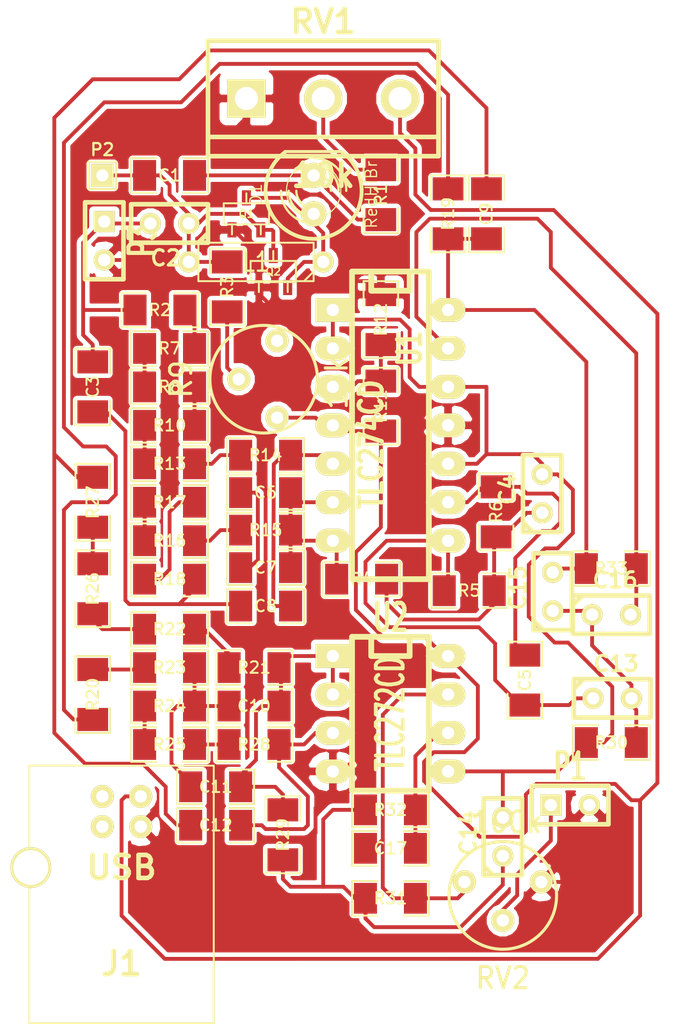
<source format=kicad_pcb>
(kicad_pcb (version 3) (host pcbnew "(22-Jun-2014 BZR 4027)-stable")

  (general
    (links 102)
    (no_connects 0)
    (area 173.37151 96.6216 217.082511 164.274501)
    (thickness 1.6)
    (drawings 5)
    (tracks 403)
    (zones 0)
    (modules 62)
    (nets 44)
  )

  (page A3)
  (layers
    (15 F.Cu signal)
    (0 B.Cu signal)
    (16 B.Adhes user)
    (17 F.Adhes user)
    (18 B.Paste user)
    (19 F.Paste user)
    (20 B.SilkS user)
    (21 F.SilkS user)
    (22 B.Mask user)
    (23 F.Mask user)
    (24 Dwgs.User user)
    (25 Cmts.User user)
    (26 Eco1.User user)
    (27 Eco2.User user)
    (28 Edge.Cuts user)
  )

  (setup
    (last_trace_width 0.254)
    (trace_clearance 0.2)
    (zone_clearance 0.3)
    (zone_45_only no)
    (trace_min 0.254)
    (segment_width 0.2)
    (edge_width 0.1)
    (via_size 0.889)
    (via_drill 0.635)
    (via_min_size 0.889)
    (via_min_drill 0.508)
    (uvia_size 0.508)
    (uvia_drill 0.127)
    (uvias_allowed no)
    (uvia_min_size 0.508)
    (uvia_min_drill 0.127)
    (pcb_text_width 0.3)
    (pcb_text_size 1.5 1.5)
    (mod_edge_width 0.15)
    (mod_text_size 1 1)
    (mod_text_width 0.15)
    (pad_size 2.70002 2.70002)
    (pad_drill 0)
    (pad_to_mask_clearance 0)
    (aux_axis_origin 0 0)
    (visible_elements FFFFFFBF)
    (pcbplotparams
      (layerselection 3178497)
      (usegerberextensions true)
      (excludeedgelayer true)
      (linewidth 0.150000)
      (plotframeref false)
      (viasonmask false)
      (mode 1)
      (useauxorigin false)
      (hpglpennumber 1)
      (hpglpenspeed 20)
      (hpglpendiameter 15)
      (hpglpenoverlay 2)
      (psnegative false)
      (psa4output false)
      (plotreference true)
      (plotvalue true)
      (plotothertext true)
      (plotinvisibletext false)
      (padsonsilk false)
      (subtractmaskfromsilk false)
      (outputformat 1)
      (mirror false)
      (drillshape 1)
      (scaleselection 1)
      (outputdirectory ""))
  )

  (net 0 "")
  (net 1 +5V)
  (net 2 GND)
  (net 3 GNDPWR)
  (net 4 N-0000010)
  (net 5 N-0000011)
  (net 6 N-0000013)
  (net 7 N-0000014)
  (net 8 N-0000015)
  (net 9 N-0000016)
  (net 10 N-0000017)
  (net 11 N-0000018)
  (net 12 N-0000019)
  (net 13 N-000002)
  (net 14 N-0000020)
  (net 15 N-0000021)
  (net 16 N-0000022)
  (net 17 N-0000023)
  (net 18 N-0000024)
  (net 19 N-0000025)
  (net 20 N-0000026)
  (net 21 N-0000027)
  (net 22 N-0000028)
  (net 23 N-0000029)
  (net 24 N-0000030)
  (net 25 N-0000031)
  (net 26 N-0000036)
  (net 27 N-0000037)
  (net 28 N-0000038)
  (net 29 N-0000039)
  (net 30 N-000004)
  (net 31 N-0000040)
  (net 32 N-0000041)
  (net 33 N-0000042)
  (net 34 N-0000043)
  (net 35 N-0000044)
  (net 36 N-0000045)
  (net 37 N-0000046)
  (net 38 N-0000047)
  (net 39 N-000005)
  (net 40 N-000006)
  (net 41 N-000007)
  (net 42 N-000008)
  (net 43 N-000009)

  (net_class Default "This is the default net class."
    (clearance 0.2)
    (trace_width 0.254)
    (via_dia 0.889)
    (via_drill 0.635)
    (uvia_dia 0.508)
    (uvia_drill 0.127)
    (add_net "")
    (add_net +5V)
    (add_net GND)
    (add_net GNDPWR)
    (add_net N-0000010)
    (add_net N-0000011)
    (add_net N-0000013)
    (add_net N-0000014)
    (add_net N-0000015)
    (add_net N-0000016)
    (add_net N-0000017)
    (add_net N-0000018)
    (add_net N-0000019)
    (add_net N-000002)
    (add_net N-0000020)
    (add_net N-0000021)
    (add_net N-0000022)
    (add_net N-0000023)
    (add_net N-0000024)
    (add_net N-0000025)
    (add_net N-0000026)
    (add_net N-0000027)
    (add_net N-0000028)
    (add_net N-0000029)
    (add_net N-0000030)
    (add_net N-0000031)
    (add_net N-0000036)
    (add_net N-0000037)
    (add_net N-0000038)
    (add_net N-0000039)
    (add_net N-000004)
    (add_net N-0000040)
    (add_net N-0000041)
    (add_net N-0000042)
    (add_net N-0000043)
    (add_net N-0000044)
    (add_net N-0000045)
    (add_net N-0000046)
    (add_net N-0000047)
    (add_net N-000005)
    (add_net N-000006)
    (add_net N-000007)
    (add_net N-000008)
    (add_net N-000009)
  )

  (module USB_B (layer F.Cu) (tedit 55C9050B) (tstamp 55C8F40B)
    (at 180.975 153.67)
    (tags USB)
    (path /555CD770)
    (fp_text reference J1 (at 0 6.35) (layer F.SilkS)
      (effects (font (size 1.524 1.524) (thickness 0.3048)))
    )
    (fp_text value USB (at 0 0) (layer F.SilkS)
      (effects (font (size 1.524 1.524) (thickness 0.3048)))
    )
    (fp_line (start -6.096 10.287) (end 6.096 10.287) (layer F.SilkS) (width 0.127))
    (fp_line (start 6.096 10.287) (end 6.096 -6.731) (layer F.SilkS) (width 0.127))
    (fp_line (start 6.096 -6.731) (end -6.096 -6.731) (layer F.SilkS) (width 0.127))
    (fp_line (start -6.096 -6.731) (end -6.096 10.287) (layer F.SilkS) (width 0.127))
    (pad 1 thru_hole circle (at 1.27 -4.699) (size 1.524 1.524) (drill 0.8128)
      (layers *.Cu *.Mask F.SilkS)
      (net 1 +5V)
    )
    (pad 2 thru_hole circle (at -1.27 -4.699) (size 1.524 1.524) (drill 0.8128)
      (layers *.Cu *.Mask F.SilkS)
    )
    (pad 3 thru_hole circle (at -1.27 -2.70002) (size 1.524 1.524) (drill 0.8128)
      (layers *.Cu *.Mask F.SilkS)
    )
    (pad 4 thru_hole circle (at 1.27 -2.70002) (size 1.524 1.524) (drill 0.8128)
      (layers *.Cu *.Mask F.SilkS)
      (net 3 GNDPWR)
    )
    (pad 5 smd circle (at 5.99948 0) (size 2.70002 2.70002)
      (layers F.Paste F.Mask)
    )
    (pad 6 thru_hole circle (at -5.99948 0) (size 2.70002 2.70002) (drill 2.30124)
      (layers *.Cu *.Mask F.SilkS)
    )
    (model connectors/USB_type_B.wrl
      (at (xyz 0 0 0.001))
      (scale (xyz 0.3937 0.3937 0.3937))
      (rotate (xyz 0 0 0))
    )
  )

  (module sot23 (layer F.Cu) (tedit 50BDE8CE) (tstamp 55C8F419)
    (at 189.23 110.49)
    (descr SOT23)
    (path /555CCA9C)
    (attr smd)
    (fp_text reference Q1 (at 0 0) (layer F.SilkS)
      (effects (font (size 0.50038 0.50038) (thickness 0.09906)))
    )
    (fp_text value BFR92 (at 0 0.09906) (layer F.SilkS) hide
      (effects (font (size 0.50038 0.50038) (thickness 0.09906)))
    )
    (fp_line (start 0.9525 0.6985) (end 0.9525 1.3589) (layer F.SilkS) (width 0.127))
    (fp_line (start -0.9525 0.6985) (end -0.9525 1.3589) (layer F.SilkS) (width 0.127))
    (fp_line (start 0 -0.6985) (end 0 -1.3589) (layer F.SilkS) (width 0.127))
    (fp_line (start -1.4986 -0.6985) (end 1.4986 -0.6985) (layer F.SilkS) (width 0.127))
    (fp_line (start 1.4986 -0.6985) (end 1.4986 0.6985) (layer F.SilkS) (width 0.127))
    (fp_line (start 1.4986 0.6985) (end -1.4986 0.6985) (layer F.SilkS) (width 0.127))
    (fp_line (start -1.4986 0.6985) (end -1.4986 -0.6985) (layer F.SilkS) (width 0.127))
    (pad 1 smd rect (at -0.9525 1.05664) (size 0.59944 1.00076)
      (layers F.Cu F.Paste F.Mask)
      (net 3 GNDPWR)
    )
    (pad 2 smd rect (at 0 -1.05664) (size 0.59944 1.00076)
      (layers F.Cu F.Paste F.Mask)
      (net 34 N-0000043)
    )
    (pad 3 smd rect (at 0.9525 1.05664) (size 0.59944 1.00076)
      (layers F.Cu F.Paste F.Mask)
      (net 32 N-0000041)
    )
    (model smd/smd_transistors/sot23.wrl
      (at (xyz 0 0 0))
      (scale (xyz 1 1 1))
      (rotate (xyz 0 0 0))
    )
  )

  (module sot23 (layer F.Cu) (tedit 50BDE8CE) (tstamp 55C8F427)
    (at 191.008 114.3)
    (descr SOT23)
    (path /555DD928)
    (attr smd)
    (fp_text reference Q2 (at 0 0) (layer F.SilkS)
      (effects (font (size 0.50038 0.50038) (thickness 0.09906)))
    )
    (fp_text value BFR92 (at 0 0.09906) (layer F.SilkS) hide
      (effects (font (size 0.50038 0.50038) (thickness 0.09906)))
    )
    (fp_line (start 0.9525 0.6985) (end 0.9525 1.3589) (layer F.SilkS) (width 0.127))
    (fp_line (start -0.9525 0.6985) (end -0.9525 1.3589) (layer F.SilkS) (width 0.127))
    (fp_line (start 0 -0.6985) (end 0 -1.3589) (layer F.SilkS) (width 0.127))
    (fp_line (start -1.4986 -0.6985) (end 1.4986 -0.6985) (layer F.SilkS) (width 0.127))
    (fp_line (start 1.4986 -0.6985) (end 1.4986 0.6985) (layer F.SilkS) (width 0.127))
    (fp_line (start 1.4986 0.6985) (end -1.4986 0.6985) (layer F.SilkS) (width 0.127))
    (fp_line (start -1.4986 0.6985) (end -1.4986 -0.6985) (layer F.SilkS) (width 0.127))
    (pad 1 smd rect (at -0.9525 1.05664) (size 0.59944 1.00076)
      (layers F.Cu F.Paste F.Mask)
      (net 3 GNDPWR)
    )
    (pad 2 smd rect (at 0 -1.05664) (size 0.59944 1.00076)
      (layers F.Cu F.Paste F.Mask)
      (net 32 N-0000041)
    )
    (pad 3 smd rect (at 0.9525 1.05664) (size 0.59944 1.00076)
      (layers F.Cu F.Paste F.Mask)
      (net 34 N-0000043)
    )
    (model smd/smd_transistors/sot23.wrl
      (at (xyz 0 0 0))
      (scale (xyz 1 1 1))
      (rotate (xyz 0 0 0))
    )
  )

  (module SM1206 (layer F.Cu) (tedit 42806E24) (tstamp 55C8F433)
    (at 187.198 148.336)
    (path /555DF0BA)
    (attr smd)
    (fp_text reference C11 (at 0 0) (layer F.SilkS)
      (effects (font (size 0.762 0.762) (thickness 0.127)))
    )
    (fp_text value 1nF (at 0 0) (layer F.SilkS) hide
      (effects (font (size 0.762 0.762) (thickness 0.127)))
    )
    (fp_line (start -2.54 -1.143) (end -2.54 1.143) (layer F.SilkS) (width 0.127))
    (fp_line (start -2.54 1.143) (end -0.889 1.143) (layer F.SilkS) (width 0.127))
    (fp_line (start 0.889 -1.143) (end 2.54 -1.143) (layer F.SilkS) (width 0.127))
    (fp_line (start 2.54 -1.143) (end 2.54 1.143) (layer F.SilkS) (width 0.127))
    (fp_line (start 2.54 1.143) (end 0.889 1.143) (layer F.SilkS) (width 0.127))
    (fp_line (start -0.889 -1.143) (end -2.54 -1.143) (layer F.SilkS) (width 0.127))
    (pad 1 smd rect (at -1.651 0) (size 1.524 2.032)
      (layers F.Cu F.Paste F.Mask)
      (net 42 N-000008)
    )
    (pad 2 smd rect (at 1.651 0) (size 1.524 2.032)
      (layers F.Cu F.Paste F.Mask)
      (net 13 N-000002)
    )
    (model smd/chip_cms.wrl
      (at (xyz 0 0 0))
      (scale (xyz 0.17 0.16 0.16))
      (rotate (xyz 0 0 0))
    )
  )

  (module SM1206 (layer F.Cu) (tedit 42806E24) (tstamp 55C8F43F)
    (at 198.12 109.22 90)
    (path /555DDF5C)
    (attr smd)
    (fp_text reference R1 (at 0 0 90) (layer F.SilkS)
      (effects (font (size 0.762 0.762) (thickness 0.127)))
    )
    (fp_text value 100k (at 0 0 90) (layer F.SilkS) hide
      (effects (font (size 0.762 0.762) (thickness 0.127)))
    )
    (fp_line (start -2.54 -1.143) (end -2.54 1.143) (layer F.SilkS) (width 0.127))
    (fp_line (start -2.54 1.143) (end -0.889 1.143) (layer F.SilkS) (width 0.127))
    (fp_line (start 0.889 -1.143) (end 2.54 -1.143) (layer F.SilkS) (width 0.127))
    (fp_line (start 2.54 -1.143) (end 2.54 1.143) (layer F.SilkS) (width 0.127))
    (fp_line (start 2.54 1.143) (end 0.889 1.143) (layer F.SilkS) (width 0.127))
    (fp_line (start -0.889 -1.143) (end -2.54 -1.143) (layer F.SilkS) (width 0.127))
    (pad 1 smd rect (at -1.651 0 90) (size 1.524 2.032)
      (layers F.Cu F.Paste F.Mask)
      (net 19 N-0000025)
    )
    (pad 2 smd rect (at 1.651 0 90) (size 1.524 2.032)
      (layers F.Cu F.Paste F.Mask)
      (net 21 N-0000027)
    )
    (model smd/chip_cms.wrl
      (at (xyz 0 0 0))
      (scale (xyz 0.17 0.16 0.16))
      (rotate (xyz 0 0 0))
    )
  )

  (module SM1206 (layer F.Cu) (tedit 42806E24) (tstamp 55C8F44B)
    (at 190.5 128.905)
    (path /555DE16D)
    (attr smd)
    (fp_text reference C6 (at 0 0) (layer F.SilkS)
      (effects (font (size 0.762 0.762) (thickness 0.127)))
    )
    (fp_text value 1nF (at 0 0) (layer F.SilkS) hide
      (effects (font (size 0.762 0.762) (thickness 0.127)))
    )
    (fp_line (start -2.54 -1.143) (end -2.54 1.143) (layer F.SilkS) (width 0.127))
    (fp_line (start -2.54 1.143) (end -0.889 1.143) (layer F.SilkS) (width 0.127))
    (fp_line (start 0.889 -1.143) (end 2.54 -1.143) (layer F.SilkS) (width 0.127))
    (fp_line (start 2.54 -1.143) (end 2.54 1.143) (layer F.SilkS) (width 0.127))
    (fp_line (start 2.54 1.143) (end 0.889 1.143) (layer F.SilkS) (width 0.127))
    (fp_line (start -0.889 -1.143) (end -2.54 -1.143) (layer F.SilkS) (width 0.127))
    (pad 1 smd rect (at -1.651 0) (size 1.524 2.032)
      (layers F.Cu F.Paste F.Mask)
      (net 28 N-0000038)
    )
    (pad 2 smd rect (at 1.651 0) (size 1.524 2.032)
      (layers F.Cu F.Paste F.Mask)
      (net 26 N-0000036)
    )
    (model smd/chip_cms.wrl
      (at (xyz 0 0 0))
      (scale (xyz 0.17 0.16 0.16))
      (rotate (xyz 0 0 0))
    )
  )

  (module SM1206 (layer F.Cu) (tedit 42806E24) (tstamp 55C8F457)
    (at 190.5 133.858)
    (path /555DE173)
    (attr smd)
    (fp_text reference C7 (at 0 0) (layer F.SilkS)
      (effects (font (size 0.762 0.762) (thickness 0.127)))
    )
    (fp_text value 1nF (at 0 0) (layer F.SilkS) hide
      (effects (font (size 0.762 0.762) (thickness 0.127)))
    )
    (fp_line (start -2.54 -1.143) (end -2.54 1.143) (layer F.SilkS) (width 0.127))
    (fp_line (start -2.54 1.143) (end -0.889 1.143) (layer F.SilkS) (width 0.127))
    (fp_line (start 0.889 -1.143) (end 2.54 -1.143) (layer F.SilkS) (width 0.127))
    (fp_line (start 2.54 -1.143) (end 2.54 1.143) (layer F.SilkS) (width 0.127))
    (fp_line (start 2.54 1.143) (end 0.889 1.143) (layer F.SilkS) (width 0.127))
    (fp_line (start -0.889 -1.143) (end -2.54 -1.143) (layer F.SilkS) (width 0.127))
    (pad 1 smd rect (at -1.651 0) (size 1.524 2.032)
      (layers F.Cu F.Paste F.Mask)
      (net 28 N-0000038)
    )
    (pad 2 smd rect (at 1.651 0) (size 1.524 2.032)
      (layers F.Cu F.Paste F.Mask)
      (net 26 N-0000036)
    )
    (model smd/chip_cms.wrl
      (at (xyz 0 0 0))
      (scale (xyz 0.17 0.16 0.16))
      (rotate (xyz 0 0 0))
    )
  )

  (module SM1206 (layer F.Cu) (tedit 42806E24) (tstamp 55C8F463)
    (at 179.07 121.92 270)
    (path /555DE3FE)
    (attr smd)
    (fp_text reference C3 (at 0 0 270) (layer F.SilkS)
      (effects (font (size 0.762 0.762) (thickness 0.127)))
    )
    (fp_text value 1nF (at 0 0 270) (layer F.SilkS) hide
      (effects (font (size 0.762 0.762) (thickness 0.127)))
    )
    (fp_line (start -2.54 -1.143) (end -2.54 1.143) (layer F.SilkS) (width 0.127))
    (fp_line (start -2.54 1.143) (end -0.889 1.143) (layer F.SilkS) (width 0.127))
    (fp_line (start 0.889 -1.143) (end 2.54 -1.143) (layer F.SilkS) (width 0.127))
    (fp_line (start 2.54 -1.143) (end 2.54 1.143) (layer F.SilkS) (width 0.127))
    (fp_line (start 2.54 1.143) (end 0.889 1.143) (layer F.SilkS) (width 0.127))
    (fp_line (start -0.889 -1.143) (end -2.54 -1.143) (layer F.SilkS) (width 0.127))
    (pad 1 smd rect (at -1.651 0 270) (size 1.524 2.032)
      (layers F.Cu F.Paste F.Mask)
      (net 22 N-0000028)
    )
    (pad 2 smd rect (at 1.651 0 270) (size 1.524 2.032)
      (layers F.Cu F.Paste F.Mask)
      (net 12 N-0000019)
    )
    (model smd/chip_cms.wrl
      (at (xyz 0 0 0))
      (scale (xyz 0.17 0.16 0.16))
      (rotate (xyz 0 0 0))
    )
  )

  (module SM1206 (layer F.Cu) (tedit 42806E24) (tstamp 55C8F46F)
    (at 190.5 136.398)
    (path /555DE440)
    (attr smd)
    (fp_text reference C8 (at 0 0) (layer F.SilkS)
      (effects (font (size 0.762 0.762) (thickness 0.127)))
    )
    (fp_text value 1nF (at 0 0) (layer F.SilkS) hide
      (effects (font (size 0.762 0.762) (thickness 0.127)))
    )
    (fp_line (start -2.54 -1.143) (end -2.54 1.143) (layer F.SilkS) (width 0.127))
    (fp_line (start -2.54 1.143) (end -0.889 1.143) (layer F.SilkS) (width 0.127))
    (fp_line (start 0.889 -1.143) (end 2.54 -1.143) (layer F.SilkS) (width 0.127))
    (fp_line (start 2.54 -1.143) (end 2.54 1.143) (layer F.SilkS) (width 0.127))
    (fp_line (start 2.54 1.143) (end 0.889 1.143) (layer F.SilkS) (width 0.127))
    (fp_line (start -0.889 -1.143) (end -2.54 -1.143) (layer F.SilkS) (width 0.127))
    (pad 1 smd rect (at -1.651 0) (size 1.524 2.032)
      (layers F.Cu F.Paste F.Mask)
      (net 12 N-0000019)
    )
    (pad 2 smd rect (at 1.651 0) (size 1.524 2.032)
      (layers F.Cu F.Paste F.Mask)
      (net 29 N-0000039)
    )
    (model smd/chip_cms.wrl
      (at (xyz 0 0 0))
      (scale (xyz 0.17 0.16 0.16))
      (rotate (xyz 0 0 0))
    )
  )

  (module SM1206 (layer F.Cu) (tedit 42806E24) (tstamp 55CE0C2D)
    (at 213.36 133.9215 180)
    (path /555DEB11)
    (attr smd)
    (fp_text reference R33 (at 0 0 180) (layer F.SilkS)
      (effects (font (size 0.762 0.762) (thickness 0.127)))
    )
    (fp_text value 47k (at 0 0 180) (layer F.SilkS) hide
      (effects (font (size 0.762 0.762) (thickness 0.127)))
    )
    (fp_line (start -2.54 -1.143) (end -2.54 1.143) (layer F.SilkS) (width 0.127))
    (fp_line (start -2.54 1.143) (end -0.889 1.143) (layer F.SilkS) (width 0.127))
    (fp_line (start 0.889 -1.143) (end 2.54 -1.143) (layer F.SilkS) (width 0.127))
    (fp_line (start 2.54 -1.143) (end 2.54 1.143) (layer F.SilkS) (width 0.127))
    (fp_line (start 2.54 1.143) (end 0.889 1.143) (layer F.SilkS) (width 0.127))
    (fp_line (start -0.889 -1.143) (end -2.54 -1.143) (layer F.SilkS) (width 0.127))
    (pad 1 smd rect (at -1.651 0 180) (size 1.524 2.032)
      (layers F.Cu F.Paste F.Mask)
      (net 7 N-0000014)
    )
    (pad 2 smd rect (at 1.651 0 180) (size 1.524 2.032)
      (layers F.Cu F.Paste F.Mask)
      (net 11 N-0000018)
    )
    (model smd/chip_cms.wrl
      (at (xyz 0 0 0))
      (scale (xyz 0.17 0.16 0.16))
      (rotate (xyz 0 0 0))
    )
  )

  (module SM1206 (layer F.Cu) (tedit 42806E24) (tstamp 55C8F487)
    (at 213.36 145.415)
    (path /555DEF05)
    (attr smd)
    (fp_text reference R30 (at 0 0) (layer F.SilkS)
      (effects (font (size 0.762 0.762) (thickness 0.127)))
    )
    (fp_text value 22k (at 0 0) (layer F.SilkS) hide
      (effects (font (size 0.762 0.762) (thickness 0.127)))
    )
    (fp_line (start -2.54 -1.143) (end -2.54 1.143) (layer F.SilkS) (width 0.127))
    (fp_line (start -2.54 1.143) (end -0.889 1.143) (layer F.SilkS) (width 0.127))
    (fp_line (start 0.889 -1.143) (end 2.54 -1.143) (layer F.SilkS) (width 0.127))
    (fp_line (start 2.54 -1.143) (end 2.54 1.143) (layer F.SilkS) (width 0.127))
    (fp_line (start 2.54 1.143) (end 0.889 1.143) (layer F.SilkS) (width 0.127))
    (fp_line (start -0.889 -1.143) (end -2.54 -1.143) (layer F.SilkS) (width 0.127))
    (pad 1 smd rect (at -1.651 0) (size 1.524 2.032)
      (layers F.Cu F.Paste F.Mask)
      (net 2 GND)
    )
    (pad 2 smd rect (at 1.651 0) (size 1.524 2.032)
      (layers F.Cu F.Paste F.Mask)
      (net 10 N-0000017)
    )
    (model smd/chip_cms.wrl
      (at (xyz 0 0 0))
      (scale (xyz 0.17 0.16 0.16))
      (rotate (xyz 0 0 0))
    )
  )

  (module SM1206 (layer F.Cu) (tedit 42806E24) (tstamp 55C8F493)
    (at 189.738 143.002)
    (path /555DF0B4)
    (attr smd)
    (fp_text reference C10 (at 0 0) (layer F.SilkS)
      (effects (font (size 0.762 0.762) (thickness 0.127)))
    )
    (fp_text value 1nF (at 0 0) (layer F.SilkS) hide
      (effects (font (size 0.762 0.762) (thickness 0.127)))
    )
    (fp_line (start -2.54 -1.143) (end -2.54 1.143) (layer F.SilkS) (width 0.127))
    (fp_line (start -2.54 1.143) (end -0.889 1.143) (layer F.SilkS) (width 0.127))
    (fp_line (start 0.889 -1.143) (end 2.54 -1.143) (layer F.SilkS) (width 0.127))
    (fp_line (start 2.54 -1.143) (end 2.54 1.143) (layer F.SilkS) (width 0.127))
    (fp_line (start 2.54 1.143) (end 0.889 1.143) (layer F.SilkS) (width 0.127))
    (fp_line (start -0.889 -1.143) (end -2.54 -1.143) (layer F.SilkS) (width 0.127))
    (pad 1 smd rect (at -1.651 0) (size 1.524 2.032)
      (layers F.Cu F.Paste F.Mask)
      (net 42 N-000008)
    )
    (pad 2 smd rect (at 1.651 0) (size 1.524 2.032)
      (layers F.Cu F.Paste F.Mask)
      (net 13 N-000002)
    )
    (model smd/chip_cms.wrl
      (at (xyz 0 0 0))
      (scale (xyz 0.17 0.16 0.16))
      (rotate (xyz 0 0 0))
    )
  )

  (module SM1206 (layer F.Cu) (tedit 42806E24) (tstamp 55C8F49F)
    (at 205.74 130.175 90)
    (path /555CC475)
    (attr smd)
    (fp_text reference R6 (at 0 0 90) (layer F.SilkS)
      (effects (font (size 0.762 0.762) (thickness 0.127)))
    )
    (fp_text value 1M1 (at 0 0 90) (layer F.SilkS) hide
      (effects (font (size 0.762 0.762) (thickness 0.127)))
    )
    (fp_line (start -2.54 -1.143) (end -2.54 1.143) (layer F.SilkS) (width 0.127))
    (fp_line (start -2.54 1.143) (end -0.889 1.143) (layer F.SilkS) (width 0.127))
    (fp_line (start 0.889 -1.143) (end 2.54 -1.143) (layer F.SilkS) (width 0.127))
    (fp_line (start 2.54 -1.143) (end 2.54 1.143) (layer F.SilkS) (width 0.127))
    (fp_line (start 2.54 1.143) (end 0.889 1.143) (layer F.SilkS) (width 0.127))
    (fp_line (start -0.889 -1.143) (end -2.54 -1.143) (layer F.SilkS) (width 0.127))
    (pad 1 smd rect (at -1.651 0 90) (size 1.524 2.032)
      (layers F.Cu F.Paste F.Mask)
      (net 25 N-0000031)
    )
    (pad 2 smd rect (at 1.651 0 90) (size 1.524 2.032)
      (layers F.Cu F.Paste F.Mask)
      (net 24 N-0000030)
    )
    (model smd/chip_cms.wrl
      (at (xyz 0 0 0))
      (scale (xyz 0.17 0.16 0.16))
      (rotate (xyz 0 0 0))
    )
  )

  (module SM1206 (layer F.Cu) (tedit 42806E24) (tstamp 55C8F4AB)
    (at 205.105 110.49 90)
    (path /555DF0DF)
    (attr smd)
    (fp_text reference C9 (at 0 0 90) (layer F.SilkS)
      (effects (font (size 0.762 0.762) (thickness 0.127)))
    )
    (fp_text value 1nF (at 0 0 90) (layer F.SilkS) hide
      (effects (font (size 0.762 0.762) (thickness 0.127)))
    )
    (fp_line (start -2.54 -1.143) (end -2.54 1.143) (layer F.SilkS) (width 0.127))
    (fp_line (start -2.54 1.143) (end -0.889 1.143) (layer F.SilkS) (width 0.127))
    (fp_line (start 0.889 -1.143) (end 2.54 -1.143) (layer F.SilkS) (width 0.127))
    (fp_line (start 2.54 -1.143) (end 2.54 1.143) (layer F.SilkS) (width 0.127))
    (fp_line (start 2.54 1.143) (end 0.889 1.143) (layer F.SilkS) (width 0.127))
    (fp_line (start -0.889 -1.143) (end -2.54 -1.143) (layer F.SilkS) (width 0.127))
    (pad 1 smd rect (at -1.651 0 90) (size 1.524 2.032)
      (layers F.Cu F.Paste F.Mask)
      (net 11 N-0000018)
    )
    (pad 2 smd rect (at 1.651 0 90) (size 1.524 2.032)
      (layers F.Cu F.Paste F.Mask)
      (net 14 N-0000020)
    )
    (model smd/chip_cms.wrl
      (at (xyz 0 0 0))
      (scale (xyz 0.17 0.16 0.16))
      (rotate (xyz 0 0 0))
    )
  )

  (module SM1206 (layer F.Cu) (tedit 42806E24) (tstamp 55C8F4B7)
    (at 187.198 150.876)
    (path /555DF0E5)
    (attr smd)
    (fp_text reference C12 (at 0 0) (layer F.SilkS)
      (effects (font (size 0.762 0.762) (thickness 0.127)))
    )
    (fp_text value 1nF (at 0 0) (layer F.SilkS) hide
      (effects (font (size 0.762 0.762) (thickness 0.127)))
    )
    (fp_line (start -2.54 -1.143) (end -2.54 1.143) (layer F.SilkS) (width 0.127))
    (fp_line (start -2.54 1.143) (end -0.889 1.143) (layer F.SilkS) (width 0.127))
    (fp_line (start 0.889 -1.143) (end 2.54 -1.143) (layer F.SilkS) (width 0.127))
    (fp_line (start 2.54 -1.143) (end 2.54 1.143) (layer F.SilkS) (width 0.127))
    (fp_line (start 2.54 1.143) (end 0.889 1.143) (layer F.SilkS) (width 0.127))
    (fp_line (start -0.889 -1.143) (end -2.54 -1.143) (layer F.SilkS) (width 0.127))
    (pad 1 smd rect (at -1.651 0) (size 1.524 2.032)
      (layers F.Cu F.Paste F.Mask)
      (net 14 N-0000020)
    )
    (pad 2 smd rect (at 1.651 0) (size 1.524 2.032)
      (layers F.Cu F.Paste F.Mask)
      (net 43 N-000009)
    )
    (model smd/chip_cms.wrl
      (at (xyz 0 0 0))
      (scale (xyz 0.17 0.16 0.16))
      (rotate (xyz 0 0 0))
    )
  )

  (module SM1206 (layer F.Cu) (tedit 42806E24) (tstamp 55C8F4C3)
    (at 191.643 151.511 270)
    (path /555DF0FF)
    (attr smd)
    (fp_text reference R29 (at 0 0 270) (layer F.SilkS)
      (effects (font (size 0.762 0.762) (thickness 0.127)))
    )
    (fp_text value 2k (at 0 0 270) (layer F.SilkS) hide
      (effects (font (size 0.762 0.762) (thickness 0.127)))
    )
    (fp_line (start -2.54 -1.143) (end -2.54 1.143) (layer F.SilkS) (width 0.127))
    (fp_line (start -2.54 1.143) (end -0.889 1.143) (layer F.SilkS) (width 0.127))
    (fp_line (start 0.889 -1.143) (end 2.54 -1.143) (layer F.SilkS) (width 0.127))
    (fp_line (start 2.54 -1.143) (end 2.54 1.143) (layer F.SilkS) (width 0.127))
    (fp_line (start 2.54 1.143) (end 0.889 1.143) (layer F.SilkS) (width 0.127))
    (fp_line (start -0.889 -1.143) (end -2.54 -1.143) (layer F.SilkS) (width 0.127))
    (pad 1 smd rect (at -1.651 0 270) (size 1.524 2.032)
      (layers F.Cu F.Paste F.Mask)
      (net 13 N-000002)
    )
    (pad 2 smd rect (at 1.651 0 270) (size 1.524 2.032)
      (layers F.Cu F.Paste F.Mask)
      (net 17 N-0000023)
    )
    (model smd/chip_cms.wrl
      (at (xyz 0 0 0))
      (scale (xyz 0.17 0.16 0.16))
      (rotate (xyz 0 0 0))
    )
  )

  (module SM1206 (layer F.Cu) (tedit 42806E24) (tstamp 55C90836)
    (at 198.755 149.86)
    (path /555DF105)
    (attr smd)
    (fp_text reference R32 (at 0 0) (layer F.SilkS)
      (effects (font (size 0.762 0.762) (thickness 0.127)))
    )
    (fp_text value 200k (at 0 0) (layer F.SilkS) hide
      (effects (font (size 0.762 0.762) (thickness 0.127)))
    )
    (fp_line (start -2.54 -1.143) (end -2.54 1.143) (layer F.SilkS) (width 0.127))
    (fp_line (start -2.54 1.143) (end -0.889 1.143) (layer F.SilkS) (width 0.127))
    (fp_line (start 0.889 -1.143) (end 2.54 -1.143) (layer F.SilkS) (width 0.127))
    (fp_line (start 2.54 -1.143) (end 2.54 1.143) (layer F.SilkS) (width 0.127))
    (fp_line (start 2.54 1.143) (end 0.889 1.143) (layer F.SilkS) (width 0.127))
    (fp_line (start -0.889 -1.143) (end -2.54 -1.143) (layer F.SilkS) (width 0.127))
    (pad 1 smd rect (at -1.651 0) (size 1.524 2.032)
      (layers F.Cu F.Paste F.Mask)
      (net 17 N-0000023)
    )
    (pad 2 smd rect (at 1.651 0) (size 1.524 2.032)
      (layers F.Cu F.Paste F.Mask)
      (net 16 N-0000022)
    )
    (model smd/chip_cms.wrl
      (at (xyz 0 0 0))
      (scale (xyz 0.17 0.16 0.16))
      (rotate (xyz 0 0 0))
    )
  )

  (module SM1206 (layer F.Cu) (tedit 42806E24) (tstamp 55C90843)
    (at 198.755 155.702)
    (path /555DF10B)
    (attr smd)
    (fp_text reference R31 (at 0 0) (layer F.SilkS)
      (effects (font (size 0.762 0.762) (thickness 0.127)))
    )
    (fp_text value 20k (at 0 0) (layer F.SilkS) hide
      (effects (font (size 0.762 0.762) (thickness 0.127)))
    )
    (fp_line (start -2.54 -1.143) (end -2.54 1.143) (layer F.SilkS) (width 0.127))
    (fp_line (start -2.54 1.143) (end -0.889 1.143) (layer F.SilkS) (width 0.127))
    (fp_line (start 0.889 -1.143) (end 2.54 -1.143) (layer F.SilkS) (width 0.127))
    (fp_line (start 2.54 -1.143) (end 2.54 1.143) (layer F.SilkS) (width 0.127))
    (fp_line (start 2.54 1.143) (end 0.889 1.143) (layer F.SilkS) (width 0.127))
    (fp_line (start -0.889 -1.143) (end -2.54 -1.143) (layer F.SilkS) (width 0.127))
    (pad 1 smd rect (at -1.651 0) (size 1.524 2.032)
      (layers F.Cu F.Paste F.Mask)
      (net 17 N-0000023)
    )
    (pad 2 smd rect (at 1.651 0) (size 1.524 2.032)
      (layers F.Cu F.Paste F.Mask)
      (net 18 N-0000024)
    )
    (model smd/chip_cms.wrl
      (at (xyz 0 0 0))
      (scale (xyz 0.17 0.16 0.16))
      (rotate (xyz 0 0 0))
    )
  )

  (module SM1206 (layer F.Cu) (tedit 42806E24) (tstamp 55C90829)
    (at 198.755 152.4)
    (path /555DF111)
    (attr smd)
    (fp_text reference C17 (at 0 0) (layer F.SilkS)
      (effects (font (size 0.762 0.762) (thickness 0.127)))
    )
    (fp_text value 3.3nF (at 0 0) (layer F.SilkS) hide
      (effects (font (size 0.762 0.762) (thickness 0.127)))
    )
    (fp_line (start -2.54 -1.143) (end -2.54 1.143) (layer F.SilkS) (width 0.127))
    (fp_line (start -2.54 1.143) (end -0.889 1.143) (layer F.SilkS) (width 0.127))
    (fp_line (start 0.889 -1.143) (end 2.54 -1.143) (layer F.SilkS) (width 0.127))
    (fp_line (start 2.54 -1.143) (end 2.54 1.143) (layer F.SilkS) (width 0.127))
    (fp_line (start 2.54 1.143) (end 0.889 1.143) (layer F.SilkS) (width 0.127))
    (fp_line (start -0.889 -1.143) (end -2.54 -1.143) (layer F.SilkS) (width 0.127))
    (pad 1 smd rect (at -1.651 0) (size 1.524 2.032)
      (layers F.Cu F.Paste F.Mask)
      (net 18 N-0000024)
    )
    (pad 2 smd rect (at 1.651 0) (size 1.524 2.032)
      (layers F.Cu F.Paste F.Mask)
      (net 16 N-0000022)
    )
    (model smd/chip_cms.wrl
      (at (xyz 0 0 0))
      (scale (xyz 0.17 0.16 0.16))
      (rotate (xyz 0 0 0))
    )
  )

  (module SM1206 (layer F.Cu) (tedit 42806E24) (tstamp 55C8F4F3)
    (at 184.15 107.95)
    (path /555DD935)
    (attr smd)
    (fp_text reference C1 (at 0 0) (layer F.SilkS)
      (effects (font (size 0.762 0.762) (thickness 0.127)))
    )
    (fp_text value 10pF (at 0 0) (layer F.SilkS) hide
      (effects (font (size 0.762 0.762) (thickness 0.127)))
    )
    (fp_line (start -2.54 -1.143) (end -2.54 1.143) (layer F.SilkS) (width 0.127))
    (fp_line (start -2.54 1.143) (end -0.889 1.143) (layer F.SilkS) (width 0.127))
    (fp_line (start 0.889 -1.143) (end 2.54 -1.143) (layer F.SilkS) (width 0.127))
    (fp_line (start 2.54 -1.143) (end 2.54 1.143) (layer F.SilkS) (width 0.127))
    (fp_line (start 2.54 1.143) (end 0.889 1.143) (layer F.SilkS) (width 0.127))
    (fp_line (start -0.889 -1.143) (end -2.54 -1.143) (layer F.SilkS) (width 0.127))
    (pad 1 smd rect (at -1.651 0) (size 1.524 2.032)
      (layers F.Cu F.Paste F.Mask)
      (net 32 N-0000041)
    )
    (pad 2 smd rect (at 1.651 0) (size 1.524 2.032)
      (layers F.Cu F.Paste F.Mask)
      (net 19 N-0000025)
    )
    (model smd/chip_cms.wrl
      (at (xyz 0 0 0))
      (scale (xyz 0.17 0.16 0.16))
      (rotate (xyz 0 0 0))
    )
  )

  (module SM1206 (layer F.Cu) (tedit 55C8FB3F) (tstamp 55C8F4FF)
    (at 187.96 115.316 270)
    (path /555DDC53)
    (attr smd)
    (fp_text reference R3 (at 0 0 270) (layer F.SilkS)
      (effects (font (size 0.762 0.762) (thickness 0.127)))
    )
    (fp_text value 10k (at 0 0 270) (layer F.SilkS) hide
      (effects (font (size 0.762 0.762) (thickness 0.127)))
    )
    (fp_line (start -2.54 -1.143) (end -2.54 1.143) (layer F.SilkS) (width 0.127))
    (fp_line (start -2.54 1.143) (end -0.889 1.143) (layer F.SilkS) (width 0.127))
    (fp_line (start 0.889 -1.143) (end 2.54 -1.143) (layer F.SilkS) (width 0.127))
    (fp_line (start 2.54 -1.143) (end 2.54 1.143) (layer F.SilkS) (width 0.127))
    (fp_line (start 2.54 1.143) (end 0.889 1.143) (layer F.SilkS) (width 0.127))
    (fp_line (start -0.889 -1.143) (end -2.54 -1.143) (layer F.SilkS) (width 0.127))
    (pad 1 smd rect (at -1.651 0 270) (size 1.524 2.032)
      (layers F.Cu F.Paste F.Mask)
      (net 32 N-0000041)
    )
    (pad 2 smd rect (at 1.651 0 270) (size 1.524 2.032)
      (layers F.Cu F.Paste F.Mask)
      (net 20 N-0000026)
    )
    (model smd/chip_cms.wrl
      (at (xyz 0 0 0))
      (scale (xyz 0.17 0.16 0.16))
      (rotate (xyz 0 0 0))
    )
  )

  (module SM1206 (layer F.Cu) (tedit 42806E24) (tstamp 55C8F50B)
    (at 196.85 134.62)
    (path /555CC467)
    (attr smd)
    (fp_text reference R4 (at 0 0) (layer F.SilkS)
      (effects (font (size 0.762 0.762) (thickness 0.127)))
    )
    (fp_text value 3k6 (at 0 0) (layer F.SilkS) hide
      (effects (font (size 0.762 0.762) (thickness 0.127)))
    )
    (fp_line (start -2.54 -1.143) (end -2.54 1.143) (layer F.SilkS) (width 0.127))
    (fp_line (start -2.54 1.143) (end -0.889 1.143) (layer F.SilkS) (width 0.127))
    (fp_line (start 0.889 -1.143) (end 2.54 -1.143) (layer F.SilkS) (width 0.127))
    (fp_line (start 2.54 -1.143) (end 2.54 1.143) (layer F.SilkS) (width 0.127))
    (fp_line (start 2.54 1.143) (end 0.889 1.143) (layer F.SilkS) (width 0.127))
    (fp_line (start -0.889 -1.143) (end -2.54 -1.143) (layer F.SilkS) (width 0.127))
    (pad 1 smd rect (at -1.651 0) (size 1.524 2.032)
      (layers F.Cu F.Paste F.Mask)
      (net 26 N-0000036)
    )
    (pad 2 smd rect (at 1.651 0) (size 1.524 2.032)
      (layers F.Cu F.Paste F.Mask)
      (net 25 N-0000031)
    )
    (model smd/chip_cms.wrl
      (at (xyz 0 0 0))
      (scale (xyz 0.17 0.16 0.16))
      (rotate (xyz 0 0 0))
    )
  )

  (module SM1206 (layer F.Cu) (tedit 42806E24) (tstamp 55C8F517)
    (at 203.962 135.382 180)
    (path /555CC47D)
    (attr smd)
    (fp_text reference R5 (at 0 0 180) (layer F.SilkS)
      (effects (font (size 0.762 0.762) (thickness 0.127)))
    )
    (fp_text value 3k6 (at 0 0 180) (layer F.SilkS) hide
      (effects (font (size 0.762 0.762) (thickness 0.127)))
    )
    (fp_line (start -2.54 -1.143) (end -2.54 1.143) (layer F.SilkS) (width 0.127))
    (fp_line (start -2.54 1.143) (end -0.889 1.143) (layer F.SilkS) (width 0.127))
    (fp_line (start 0.889 -1.143) (end 2.54 -1.143) (layer F.SilkS) (width 0.127))
    (fp_line (start 2.54 -1.143) (end 2.54 1.143) (layer F.SilkS) (width 0.127))
    (fp_line (start 2.54 1.143) (end 0.889 1.143) (layer F.SilkS) (width 0.127))
    (fp_line (start -0.889 -1.143) (end -2.54 -1.143) (layer F.SilkS) (width 0.127))
    (pad 1 smd rect (at -1.651 0 180) (size 1.524 2.032)
      (layers F.Cu F.Paste F.Mask)
      (net 25 N-0000031)
    )
    (pad 2 smd rect (at 1.651 0 180) (size 1.524 2.032)
      (layers F.Cu F.Paste F.Mask)
      (net 6 N-0000013)
    )
    (model smd/chip_cms.wrl
      (at (xyz 0 0 0))
      (scale (xyz 0.17 0.16 0.16))
      (rotate (xyz 0 0 0))
    )
  )

  (module SM1206 (layer F.Cu) (tedit 42806E24) (tstamp 55C8F523)
    (at 198.12 123.19 90)
    (path /555CCF91)
    (attr smd)
    (fp_text reference R11 (at 0 0 90) (layer F.SilkS)
      (effects (font (size 0.762 0.762) (thickness 0.127)))
    )
    (fp_text value 10k (at 0 0 90) (layer F.SilkS) hide
      (effects (font (size 0.762 0.762) (thickness 0.127)))
    )
    (fp_line (start -2.54 -1.143) (end -2.54 1.143) (layer F.SilkS) (width 0.127))
    (fp_line (start -2.54 1.143) (end -0.889 1.143) (layer F.SilkS) (width 0.127))
    (fp_line (start 0.889 -1.143) (end 2.54 -1.143) (layer F.SilkS) (width 0.127))
    (fp_line (start 2.54 -1.143) (end 2.54 1.143) (layer F.SilkS) (width 0.127))
    (fp_line (start 2.54 1.143) (end 0.889 1.143) (layer F.SilkS) (width 0.127))
    (fp_line (start -0.889 -1.143) (end -2.54 -1.143) (layer F.SilkS) (width 0.127))
    (pad 1 smd rect (at -1.651 0 90) (size 1.524 2.032)
      (layers F.Cu F.Paste F.Mask)
      (net 1 +5V)
    )
    (pad 2 smd rect (at 1.651 0 90) (size 1.524 2.032)
      (layers F.Cu F.Paste F.Mask)
      (net 23 N-0000029)
    )
    (model smd/chip_cms.wrl
      (at (xyz 0 0 0))
      (scale (xyz 0.17 0.16 0.16))
      (rotate (xyz 0 0 0))
    )
  )

  (module SM1206 (layer F.Cu) (tedit 42806E24) (tstamp 55C8F52F)
    (at 207.645 141.2875 90)
    (path /555CC486)
    (attr smd)
    (fp_text reference C5 (at 0 0 90) (layer F.SilkS)
      (effects (font (size 0.762 0.762) (thickness 0.127)))
    )
    (fp_text value 3.3nF (at 0 0 90) (layer F.SilkS) hide
      (effects (font (size 0.762 0.762) (thickness 0.127)))
    )
    (fp_line (start -2.54 -1.143) (end -2.54 1.143) (layer F.SilkS) (width 0.127))
    (fp_line (start -2.54 1.143) (end -0.889 1.143) (layer F.SilkS) (width 0.127))
    (fp_line (start 0.889 -1.143) (end 2.54 -1.143) (layer F.SilkS) (width 0.127))
    (fp_line (start 2.54 -1.143) (end 2.54 1.143) (layer F.SilkS) (width 0.127))
    (fp_line (start 2.54 1.143) (end 0.889 1.143) (layer F.SilkS) (width 0.127))
    (fp_line (start -0.889 -1.143) (end -2.54 -1.143) (layer F.SilkS) (width 0.127))
    (pad 1 smd rect (at -1.651 0 90) (size 1.524 2.032)
      (layers F.Cu F.Paste F.Mask)
      (net 6 N-0000013)
    )
    (pad 2 smd rect (at 1.651 0 90) (size 1.524 2.032)
      (layers F.Cu F.Paste F.Mask)
      (net 24 N-0000030)
    )
    (model smd/chip_cms.wrl
      (at (xyz 0 0 0))
      (scale (xyz 0.17 0.16 0.16))
      (rotate (xyz 0 0 0))
    )
  )

  (module SM1206 (layer F.Cu) (tedit 42806E24) (tstamp 55C8F53B)
    (at 198.12 117.475 90)
    (path /555CCF8B)
    (attr smd)
    (fp_text reference R12 (at 0 0 90) (layer F.SilkS)
      (effects (font (size 0.762 0.762) (thickness 0.127)))
    )
    (fp_text value 10k (at 0 0 90) (layer F.SilkS) hide
      (effects (font (size 0.762 0.762) (thickness 0.127)))
    )
    (fp_line (start -2.54 -1.143) (end -2.54 1.143) (layer F.SilkS) (width 0.127))
    (fp_line (start -2.54 1.143) (end -0.889 1.143) (layer F.SilkS) (width 0.127))
    (fp_line (start 0.889 -1.143) (end 2.54 -1.143) (layer F.SilkS) (width 0.127))
    (fp_line (start 2.54 -1.143) (end 2.54 1.143) (layer F.SilkS) (width 0.127))
    (fp_line (start 2.54 1.143) (end 0.889 1.143) (layer F.SilkS) (width 0.127))
    (fp_line (start -0.889 -1.143) (end -2.54 -1.143) (layer F.SilkS) (width 0.127))
    (pad 1 smd rect (at -1.651 0 90) (size 1.524 2.032)
      (layers F.Cu F.Paste F.Mask)
      (net 23 N-0000029)
    )
    (pad 2 smd rect (at 1.651 0 90) (size 1.524 2.032)
      (layers F.Cu F.Paste F.Mask)
      (net 3 GNDPWR)
    )
    (model smd/chip_cms.wrl
      (at (xyz 0 0 0))
      (scale (xyz 0.17 0.16 0.16))
      (rotate (xyz 0 0 0))
    )
  )

  (module SIL-2 (layer F.Cu) (tedit 200000) (tstamp 55C8F545)
    (at 179.832 112.268 270)
    (descr "Connecteurs 2 pins")
    (tags "CONN DEV")
    (path /555E01D7)
    (fp_text reference P3 (at 0 -2.54 270) (layer F.SilkS)
      (effects (font (size 1.72974 1.08712) (thickness 0.3048)))
    )
    (fp_text value RX_out (at 0 -2.54 270) (layer F.SilkS) hide
      (effects (font (size 1.524 1.016) (thickness 0.3048)))
    )
    (fp_line (start -2.54 1.27) (end -2.54 -1.27) (layer F.SilkS) (width 0.3048))
    (fp_line (start -2.54 -1.27) (end 2.54 -1.27) (layer F.SilkS) (width 0.3048))
    (fp_line (start 2.54 -1.27) (end 2.54 1.27) (layer F.SilkS) (width 0.3048))
    (fp_line (start 2.54 1.27) (end -2.54 1.27) (layer F.SilkS) (width 0.3048))
    (pad 1 thru_hole rect (at -1.27 0 270) (size 1.397 1.397) (drill 0.8128)
      (layers *.Cu *.Mask F.SilkS)
      (net 22 N-0000028)
    )
    (pad 2 thru_hole circle (at 1.27 0 270) (size 1.397 1.397) (drill 0.8128)
      (layers *.Cu *.Mask F.SilkS)
      (net 3 GNDPWR)
    )
  )

  (module SIL-2 (layer F.Cu) (tedit 200000) (tstamp 55C8F54F)
    (at 210.6295 149.5425)
    (descr "Connecteurs 2 pins")
    (tags "CONN DEV")
    (path /555DF31B)
    (fp_text reference P1 (at 0 -2.54) (layer F.SilkS)
      (effects (font (size 1.72974 1.08712) (thickness 0.3048)))
    )
    (fp_text value eeg_out (at 0 -2.54) (layer F.SilkS) hide
      (effects (font (size 1.524 1.016) (thickness 0.3048)))
    )
    (fp_line (start -2.54 1.27) (end -2.54 -1.27) (layer F.SilkS) (width 0.3048))
    (fp_line (start -2.54 -1.27) (end 2.54 -1.27) (layer F.SilkS) (width 0.3048))
    (fp_line (start 2.54 -1.27) (end 2.54 1.27) (layer F.SilkS) (width 0.3048))
    (fp_line (start 2.54 1.27) (end -2.54 1.27) (layer F.SilkS) (width 0.3048))
    (pad 1 thru_hole rect (at -1.27 0) (size 1.397 1.397) (drill 0.8128)
      (layers *.Cu *.Mask F.SilkS)
      (net 15 N-0000021)
    )
    (pad 2 thru_hole circle (at 1.27 0) (size 1.397 1.397) (drill 0.8128)
      (layers *.Cu *.Mask F.SilkS)
      (net 3 GNDPWR)
    )
  )

  (module SIL-1 (layer F.Cu) (tedit 51C2D55B) (tstamp 55C8F558)
    (at 179.705 107.95)
    (descr "Connecteurs 1 pin")
    (tags "CONN DEV")
    (path /555E027F)
    (fp_text reference P2 (at 0 -1.7) (layer F.SilkS)
      (effects (font (size 0.8 0.8) (thickness 0.15)))
    )
    (fp_text value CONN_1 (at 0.1 -1.7) (layer F.SilkS) hide
      (effects (font (size 0.8 0.8) (thickness 0.15)))
    )
    (fp_line (start -0.9 -0.9) (end 0.9 -0.9) (layer F.SilkS) (width 0.15))
    (fp_line (start 0.9 -0.9) (end 0.9 0.9) (layer F.SilkS) (width 0.15))
    (fp_line (start 0.9 0.9) (end -0.9 0.9) (layer F.SilkS) (width 0.15))
    (fp_line (start -0.9 0.9) (end -0.9 -0.9) (layer F.SilkS) (width 0.15))
    (pad 1 thru_hole rect (at 0 0) (size 1.5 1.5) (drill 0.8)
      (layers *.Cu *.Mask F.SilkS)
      (net 32 N-0000041)
    )
  )

  (module RV2 (layer F.Cu) (tedit 3FA15781) (tstamp 55C8F560)
    (at 189.992 121.412 90)
    (descr "Resistance variable / potentiometre")
    (tags R)
    (path /555DDCE7)
    (autoplace_cost90 10)
    (autoplace_cost180 10)
    (fp_text reference R9 (at 0 -5.08 90) (layer F.SilkS)
      (effects (font (size 1.397 1.27) (thickness 0.2032)))
    )
    (fp_text value 10k (at -0.254 5.207 90) (layer F.SilkS)
      (effects (font (size 1.397 1.27) (thickness 0.2032)))
    )
    (fp_circle (center 0 0.381) (end 0 -3.175) (layer F.SilkS) (width 0.2032))
    (pad 1 thru_hole circle (at -2.54 1.27 90) (size 1.524 1.524) (drill 0.8128)
      (layers *.Cu *.Mask F.SilkS)
      (net 1 +5V)
    )
    (pad 2 thru_hole circle (at 0 -1.27 90) (size 1.524 1.524) (drill 0.8128)
      (layers *.Cu *.Mask F.SilkS)
      (net 20 N-0000026)
    )
    (pad 3 thru_hole circle (at 2.54 1.27 90) (size 1.524 1.524) (drill 0.8128)
      (layers *.Cu *.Mask F.SilkS)
    )
    (model discret/adjustable_rx2.wrl
      (at (xyz 0 0 0))
      (scale (xyz 1 1 1))
      (rotate (xyz 0 0 0))
    )
  )

  (module RV2 (layer F.Cu) (tedit 3FA15781) (tstamp 55C8F568)
    (at 206.1845 155.8925 180)
    (descr "Resistance variable / potentiometre")
    (tags R)
    (path /555DF27C)
    (autoplace_cost90 10)
    (autoplace_cost180 10)
    (fp_text reference RV2 (at 0 -5.08 180) (layer F.SilkS)
      (effects (font (size 1.397 1.27) (thickness 0.2032)))
    )
    (fp_text value 100k (at -0.254 5.207 180) (layer F.SilkS)
      (effects (font (size 1.397 1.27) (thickness 0.2032)))
    )
    (fp_circle (center 0 0.381) (end 0 -3.175) (layer F.SilkS) (width 0.2032))
    (pad 1 thru_hole circle (at -2.54 1.27 180) (size 1.524 1.524) (drill 0.8128)
      (layers *.Cu *.Mask F.SilkS)
      (net 3 GNDPWR)
    )
    (pad 2 thru_hole circle (at 0 -1.27 180) (size 1.524 1.524) (drill 0.8128)
      (layers *.Cu *.Mask F.SilkS)
      (net 15 N-0000021)
    )
    (pad 3 thru_hole circle (at 2.54 1.27 180) (size 1.524 1.524) (drill 0.8128)
      (layers *.Cu *.Mask F.SilkS)
      (net 18 N-0000024)
    )
    (model discret/adjustable_rx2.wrl
      (at (xyz 0 0 0))
      (scale (xyz 1 1 1))
      (rotate (xyz 0 0 0))
    )
  )

  (module R3-5 (layer F.Cu) (tedit 3F979F9F) (tstamp 55C8F576)
    (at 189.865 113.665 180)
    (path /555DD8EC)
    (fp_text reference L1 (at 0 0 180) (layer F.SilkS)
      (effects (font (size 1.27 1.016) (thickness 0.1524)))
    )
    (fp_text value 70nH/60nH* (at 0 0 180) (layer F.SilkS) hide
      (effects (font (size 1.27 1.016) (thickness 0.1524)))
    )
    (fp_line (start -3.81 -0.635) (end -3.81 1.27) (layer F.SilkS) (width 0.127))
    (fp_line (start -3.81 1.27) (end 3.81 1.27) (layer F.SilkS) (width 0.127))
    (fp_line (start 3.81 1.27) (end 3.81 -1.27) (layer F.SilkS) (width 0.127))
    (fp_line (start 3.81 -1.27) (end -3.81 -1.27) (layer F.SilkS) (width 0.127))
    (fp_line (start -3.81 -1.27) (end -3.81 -0.635) (layer F.SilkS) (width 0.127))
    (fp_line (start -4.445 0) (end -3.81 0) (layer F.SilkS) (width 0.127))
    (fp_line (start 3.81 0) (end 4.445 0) (layer F.SilkS) (width 0.127))
    (fp_line (start -3.81 -0.635) (end -3.175 -1.27) (layer F.SilkS) (width 0.127))
    (pad 1 thru_hole circle (at -4.445 0 180) (size 1.397 1.397) (drill 0.8128)
      (layers *.Cu *.Mask F.SilkS)
      (net 34 N-0000043)
    )
    (pad 2 thru_hole circle (at 4.445 0 180) (size 1.397 1.397) (drill 0.8128)
      (layers *.Cu *.Mask F.SilkS)
      (net 32 N-0000041)
    )
    (model discret/resistor.wrl
      (at (xyz 0 0 0))
      (scale (xyz 0.35 0.35 0.3))
      (rotate (xyz 0 0 0))
    )
  )

  (module LED-5MM (layer F.Cu) (tedit 55C9027D) (tstamp 55C8F69D)
    (at 193.675 109.22 90)
    (descr "LED 5mm - Lead pitch 100mil (2,54mm)")
    (tags "LED led 5mm 5MM 100mil 2,54mm")
    (path /555DD98E)
    (fp_text reference D1 (at 0 -3.81 90) (layer F.SilkS)
      (effects (font (size 0.762 0.762) (thickness 0.0889)))
    )
    (fp_text value RedHiBr (at 0 3.81 90) (layer F.SilkS)
      (effects (font (size 0.762 0.762) (thickness 0.0889)))
    )
    (fp_line (start 2.8448 1.905) (end 2.8448 -1.905) (layer F.SilkS) (width 0.2032))
    (fp_circle (center 0.254 0) (end -1.016 1.27) (layer F.SilkS) (width 0.0762))
    (fp_arc (start 0.254 0) (end 2.794 1.905) (angle 286.2) (layer F.SilkS) (width 0.254))
    (fp_arc (start 0.254 0) (end -0.889 0) (angle 90) (layer F.SilkS) (width 0.1524))
    (fp_arc (start 0.254 0) (end 1.397 0) (angle 90) (layer F.SilkS) (width 0.1524))
    (fp_arc (start 0.254 0) (end -1.397 0) (angle 90) (layer F.SilkS) (width 0.1524))
    (fp_arc (start 0.254 0) (end 1.905 0) (angle 90) (layer F.SilkS) (width 0.1524))
    (fp_arc (start 0.254 0) (end -1.905 0) (angle 90) (layer F.SilkS) (width 0.1524))
    (fp_arc (start 0.254 0) (end 2.413 0) (angle 90) (layer F.SilkS) (width 0.1524))
    (pad 1 thru_hole circle (at -1.27 0 90) (size 1.6764 1.6764) (drill 0.8128)
      (layers *.Cu *.Mask F.SilkS)
      (net 34 N-0000043)
    )
    (pad 2 thru_hole circle (at 1.27 0 90) (size 1.6764 1.6764) (drill 0.8128)
      (layers *.Cu *.Mask F.SilkS)
      (net 19 N-0000025)
    )
    (model discret/leds/led5_vertical_verde.wrl
      (at (xyz 0 0 0))
      (scale (xyz 1 1 1))
      (rotate (xyz 0 0 0))
    )
  )

  (module DIP-8__300_ELL (layer F.Cu) (tedit 200000) (tstamp 55C8F6B0)
    (at 198.755 143.51 270)
    (descr "8 pins DIL package, elliptical pads")
    (tags DIL)
    (path /555DF583)
    (fp_text reference U2 (at -6.35 0 360) (layer F.SilkS)
      (effects (font (size 1.778 1.143) (thickness 0.3048)))
    )
    (fp_text value TLC272CD (at 0 0 270) (layer F.SilkS)
      (effects (font (size 1.778 1.016) (thickness 0.3048)))
    )
    (fp_line (start -5.08 -1.27) (end -3.81 -1.27) (layer F.SilkS) (width 0.381))
    (fp_line (start -3.81 -1.27) (end -3.81 1.27) (layer F.SilkS) (width 0.381))
    (fp_line (start -3.81 1.27) (end -5.08 1.27) (layer F.SilkS) (width 0.381))
    (fp_line (start -5.08 -2.54) (end 5.08 -2.54) (layer F.SilkS) (width 0.381))
    (fp_line (start 5.08 -2.54) (end 5.08 2.54) (layer F.SilkS) (width 0.381))
    (fp_line (start 5.08 2.54) (end -5.08 2.54) (layer F.SilkS) (width 0.381))
    (fp_line (start -5.08 2.54) (end -5.08 -2.54) (layer F.SilkS) (width 0.381))
    (pad 1 thru_hole rect (at -3.81 3.81 270) (size 1.5748 2.286) (drill 0.8128)
      (layers *.Cu *.Mask F.SilkS)
      (net 13 N-000002)
    )
    (pad 2 thru_hole oval (at -1.27 3.81 270) (size 1.5748 2.286) (drill 0.8128)
      (layers *.Cu *.Mask F.SilkS)
      (net 13 N-000002)
    )
    (pad 3 thru_hole oval (at 1.27 3.81 270) (size 1.5748 2.286) (drill 0.8128)
      (layers *.Cu *.Mask F.SilkS)
      (net 43 N-000009)
    )
    (pad 4 thru_hole oval (at 3.81 3.81 270) (size 1.5748 2.286) (drill 0.8128)
      (layers *.Cu *.Mask F.SilkS)
      (net 3 GNDPWR)
    )
    (pad 5 thru_hole oval (at 3.81 -3.81 270) (size 1.5748 2.286) (drill 0.8128)
      (layers *.Cu *.Mask F.SilkS)
      (net 2 GND)
    )
    (pad 6 thru_hole oval (at 1.27 -3.81 270) (size 1.5748 2.286) (drill 0.8128)
      (layers *.Cu *.Mask F.SilkS)
      (net 16 N-0000022)
    )
    (pad 7 thru_hole oval (at -1.27 -3.81 270) (size 1.5748 2.286) (drill 0.8128)
      (layers *.Cu *.Mask F.SilkS)
      (net 18 N-0000024)
    )
    (pad 8 thru_hole oval (at -3.81 -3.81 270) (size 1.5748 2.286) (drill 0.8128)
      (layers *.Cu *.Mask F.SilkS)
      (net 1 +5V)
    )
    (model dil/dil_8.wrl
      (at (xyz 0 0 0))
      (scale (xyz 1 1 1))
      (rotate (xyz 0 0 0))
    )
  )

  (module DIP-14__300_ELL (layer F.Cu) (tedit 200000) (tstamp 55C8F6C9)
    (at 198.755 124.46 270)
    (descr "14 pins DIL package, elliptical pads")
    (tags DIL)
    (path /555DE057)
    (fp_text reference U1 (at -5.08 -1.27 270) (layer F.SilkS)
      (effects (font (size 1.524 1.143) (thickness 0.3048)))
    )
    (fp_text value TLC274CD (at 1.27 1.27 270) (layer F.SilkS)
      (effects (font (size 1.524 1.143) (thickness 0.3048)))
    )
    (fp_line (start -10.16 -2.54) (end 10.16 -2.54) (layer F.SilkS) (width 0.381))
    (fp_line (start 10.16 2.54) (end -10.16 2.54) (layer F.SilkS) (width 0.381))
    (fp_line (start -10.16 2.54) (end -10.16 -2.54) (layer F.SilkS) (width 0.381))
    (fp_line (start -10.16 -1.27) (end -8.89 -1.27) (layer F.SilkS) (width 0.381))
    (fp_line (start -8.89 -1.27) (end -8.89 1.27) (layer F.SilkS) (width 0.381))
    (fp_line (start -8.89 1.27) (end -10.16 1.27) (layer F.SilkS) (width 0.381))
    (fp_line (start 10.16 -2.54) (end 10.16 2.54) (layer F.SilkS) (width 0.381))
    (pad 1 thru_hole rect (at -7.62 3.81 270) (size 1.5748 2.286) (drill 0.8128)
      (layers *.Cu *.Mask F.SilkS)
      (net 2 GND)
    )
    (pad 2 thru_hole oval (at -5.08 3.81 270) (size 1.5748 2.286) (drill 0.8128)
      (layers *.Cu *.Mask F.SilkS)
      (net 2 GND)
    )
    (pad 3 thru_hole oval (at -2.54 3.81 270) (size 1.5748 2.286) (drill 0.8128)
      (layers *.Cu *.Mask F.SilkS)
      (net 23 N-0000029)
    )
    (pad 4 thru_hole oval (at 0 3.81 270) (size 1.5748 2.286) (drill 0.8128)
      (layers *.Cu *.Mask F.SilkS)
      (net 1 +5V)
    )
    (pad 5 thru_hole oval (at 2.54 3.81 270) (size 1.5748 2.286) (drill 0.8128)
      (layers *.Cu *.Mask F.SilkS)
      (net 29 N-0000039)
    )
    (pad 6 thru_hole oval (at 5.08 3.81 270) (size 1.5748 2.286) (drill 0.8128)
      (layers *.Cu *.Mask F.SilkS)
      (net 26 N-0000036)
    )
    (pad 7 thru_hole oval (at 7.62 3.81 270) (size 1.5748 2.286) (drill 0.8128)
      (layers *.Cu *.Mask F.SilkS)
      (net 26 N-0000036)
    )
    (pad 8 thru_hole oval (at 7.62 -3.81 270) (size 1.5748 2.286) (drill 0.8128)
      (layers *.Cu *.Mask F.SilkS)
      (net 6 N-0000013)
    )
    (pad 9 thru_hole oval (at 5.08 -3.81 270) (size 1.5748 2.286) (drill 0.8128)
      (layers *.Cu *.Mask F.SilkS)
      (net 24 N-0000030)
    )
    (pad 10 thru_hole oval (at 2.54 -3.81 270) (size 1.5748 2.286) (drill 0.8128)
      (layers *.Cu *.Mask F.SilkS)
      (net 2 GND)
    )
    (pad 11 thru_hole oval (at 0 -3.81 270) (size 1.5748 2.286) (drill 0.8128)
      (layers *.Cu *.Mask F.SilkS)
      (net 3 GNDPWR)
    )
    (pad 12 thru_hole oval (at -2.54 -3.81 270) (size 1.5748 2.286) (drill 0.8128)
      (layers *.Cu *.Mask F.SilkS)
      (net 2 GND)
    )
    (pad 13 thru_hole oval (at -5.08 -3.81 270) (size 1.5748 2.286) (drill 0.8128)
      (layers *.Cu *.Mask F.SilkS)
      (net 7 N-0000014)
    )
    (pad 14 thru_hole oval (at -7.62 -3.81 270) (size 1.5748 2.286) (drill 0.8128)
      (layers *.Cu *.Mask F.SilkS)
      (net 11 N-0000018)
    )
    (model dil/dil_14.wrl
      (at (xyz 0 0 0))
      (scale (xyz 1 1 1))
      (rotate (xyz 0 0 0))
    )
  )

  (module C1 (layer F.Cu) (tedit 3F92C496) (tstamp 55C8F6D4)
    (at 208.788 128.9685 90)
    (descr "Condensateur e = 1 pas")
    (tags C)
    (path /555CC522)
    (fp_text reference C4 (at 0.254 -2.286 90) (layer F.SilkS)
      (effects (font (size 1.016 1.016) (thickness 0.2032)))
    )
    (fp_text value 1uF (at 0 -2.286 90) (layer F.SilkS) hide
      (effects (font (size 1.016 1.016) (thickness 0.2032)))
    )
    (fp_line (start -2.4892 -1.27) (end 2.54 -1.27) (layer F.SilkS) (width 0.3048))
    (fp_line (start 2.54 -1.27) (end 2.54 1.27) (layer F.SilkS) (width 0.3048))
    (fp_line (start 2.54 1.27) (end -2.54 1.27) (layer F.SilkS) (width 0.3048))
    (fp_line (start -2.54 1.27) (end -2.54 -1.27) (layer F.SilkS) (width 0.3048))
    (fp_line (start -2.54 -0.635) (end -1.905 -1.27) (layer F.SilkS) (width 0.3048))
    (pad 1 thru_hole circle (at -1.27 0 90) (size 1.397 1.397) (drill 0.8128)
      (layers *.Cu *.Mask F.SilkS)
      (net 25 N-0000031)
    )
    (pad 2 thru_hole circle (at 1.27 0 90) (size 1.397 1.397) (drill 0.8128)
      (layers *.Cu *.Mask F.SilkS)
      (net 2 GND)
    )
    (model discret/capa_1_pas.wrl
      (at (xyz 0 0 0))
      (scale (xyz 1 1 1))
      (rotate (xyz 0 0 0))
    )
  )

  (module C1 (layer F.Cu) (tedit 3F92C496) (tstamp 55C8F6DF)
    (at 213.4235 142.494)
    (descr "Condensateur e = 1 pas")
    (tags C)
    (path /555DEB23)
    (fp_text reference C13 (at 0.254 -2.286) (layer F.SilkS)
      (effects (font (size 1.016 1.016) (thickness 0.2032)))
    )
    (fp_text value 1uF (at 0 -2.286) (layer F.SilkS) hide
      (effects (font (size 1.016 1.016) (thickness 0.2032)))
    )
    (fp_line (start -2.4892 -1.27) (end 2.54 -1.27) (layer F.SilkS) (width 0.3048))
    (fp_line (start 2.54 -1.27) (end 2.54 1.27) (layer F.SilkS) (width 0.3048))
    (fp_line (start 2.54 1.27) (end -2.54 1.27) (layer F.SilkS) (width 0.3048))
    (fp_line (start -2.54 1.27) (end -2.54 -1.27) (layer F.SilkS) (width 0.3048))
    (fp_line (start -2.54 -0.635) (end -1.905 -1.27) (layer F.SilkS) (width 0.3048))
    (pad 1 thru_hole circle (at -1.27 0) (size 1.397 1.397) (drill 0.8128)
      (layers *.Cu *.Mask F.SilkS)
      (net 6 N-0000013)
    )
    (pad 2 thru_hole circle (at 1.27 0) (size 1.397 1.397) (drill 0.8128)
      (layers *.Cu *.Mask F.SilkS)
      (net 10 N-0000017)
    )
    (model discret/capa_1_pas.wrl
      (at (xyz 0 0 0))
      (scale (xyz 1 1 1))
      (rotate (xyz 0 0 0))
    )
  )

  (module C1 (layer F.Cu) (tedit 3F92C496) (tstamp 55CE0C20)
    (at 213.36 136.9695)
    (descr "Condensateur e = 1 pas")
    (tags C)
    (path /555DEB6E)
    (fp_text reference C16 (at 0.254 -2.286) (layer F.SilkS)
      (effects (font (size 1.016 1.016) (thickness 0.2032)))
    )
    (fp_text value 1uF (at 0 -2.286) (layer F.SilkS) hide
      (effects (font (size 1.016 1.016) (thickness 0.2032)))
    )
    (fp_line (start -2.4892 -1.27) (end 2.54 -1.27) (layer F.SilkS) (width 0.3048))
    (fp_line (start 2.54 -1.27) (end 2.54 1.27) (layer F.SilkS) (width 0.3048))
    (fp_line (start 2.54 1.27) (end -2.54 1.27) (layer F.SilkS) (width 0.3048))
    (fp_line (start -2.54 1.27) (end -2.54 -1.27) (layer F.SilkS) (width 0.3048))
    (fp_line (start -2.54 -0.635) (end -1.905 -1.27) (layer F.SilkS) (width 0.3048))
    (pad 1 thru_hole circle (at -1.27 0) (size 1.397 1.397) (drill 0.8128)
      (layers *.Cu *.Mask F.SilkS)
      (net 10 N-0000017)
    )
    (pad 2 thru_hole circle (at 1.27 0) (size 1.397 1.397) (drill 0.8128)
      (layers *.Cu *.Mask F.SilkS)
      (net 7 N-0000014)
    )
    (model discret/capa_1_pas.wrl
      (at (xyz 0 0 0))
      (scale (xyz 1 1 1))
      (rotate (xyz 0 0 0))
    )
  )

  (module C1 (layer F.Cu) (tedit 3F92C496) (tstamp 55C8F6F5)
    (at 206.1845 151.638 90)
    (descr "Condensateur e = 1 pas")
    (tags C)
    (path /555DF117)
    (fp_text reference C14 (at 0.254 -2.286 90) (layer F.SilkS)
      (effects (font (size 1.016 1.016) (thickness 0.2032)))
    )
    (fp_text value 1uF (at 0 -2.286 90) (layer F.SilkS) hide
      (effects (font (size 1.016 1.016) (thickness 0.2032)))
    )
    (fp_line (start -2.4892 -1.27) (end 2.54 -1.27) (layer F.SilkS) (width 0.3048))
    (fp_line (start 2.54 -1.27) (end 2.54 1.27) (layer F.SilkS) (width 0.3048))
    (fp_line (start 2.54 1.27) (end -2.54 1.27) (layer F.SilkS) (width 0.3048))
    (fp_line (start -2.54 1.27) (end -2.54 -1.27) (layer F.SilkS) (width 0.3048))
    (fp_line (start -2.54 -0.635) (end -1.905 -1.27) (layer F.SilkS) (width 0.3048))
    (pad 1 thru_hole circle (at -1.27 0 90) (size 1.397 1.397) (drill 0.8128)
      (layers *.Cu *.Mask F.SilkS)
      (net 17 N-0000023)
    )
    (pad 2 thru_hole circle (at 1.27 0 90) (size 1.397 1.397) (drill 0.8128)
      (layers *.Cu *.Mask F.SilkS)
      (net 2 GND)
    )
    (model discret/capa_1_pas.wrl
      (at (xyz 0 0 0))
      (scale (xyz 1 1 1))
      (rotate (xyz 0 0 0))
    )
  )

  (module C1 (layer F.Cu) (tedit 3F92C496) (tstamp 55C8F700)
    (at 184.15 111.125 180)
    (descr "Condensateur e = 1 pas")
    (tags C)
    (path /555DD8F8)
    (fp_text reference C2 (at 0.254 -2.286 180) (layer F.SilkS)
      (effects (font (size 1.016 1.016) (thickness 0.2032)))
    )
    (fp_text value 330uF (at 0 -2.286 180) (layer F.SilkS) hide
      (effects (font (size 1.016 1.016) (thickness 0.2032)))
    )
    (fp_line (start -2.4892 -1.27) (end 2.54 -1.27) (layer F.SilkS) (width 0.3048))
    (fp_line (start 2.54 -1.27) (end 2.54 1.27) (layer F.SilkS) (width 0.3048))
    (fp_line (start 2.54 1.27) (end -2.54 1.27) (layer F.SilkS) (width 0.3048))
    (fp_line (start -2.54 1.27) (end -2.54 -1.27) (layer F.SilkS) (width 0.3048))
    (fp_line (start -2.54 -0.635) (end -1.905 -1.27) (layer F.SilkS) (width 0.3048))
    (pad 1 thru_hole circle (at -1.27 0 180) (size 1.397 1.397) (drill 0.8128)
      (layers *.Cu *.Mask F.SilkS)
      (net 32 N-0000041)
    )
    (pad 2 thru_hole circle (at 1.27 0 180) (size 1.397 1.397) (drill 0.8128)
      (layers *.Cu *.Mask F.SilkS)
      (net 22 N-0000028)
    )
    (model discret/capa_1_pas.wrl
      (at (xyz 0 0 0))
      (scale (xyz 1 1 1))
      (rotate (xyz 0 0 0))
    )
  )

  (module C1 (layer F.Cu) (tedit 3F92C496) (tstamp 55CE09C0)
    (at 209.4865 135.4455 90)
    (descr "Condensateur e = 1 pas")
    (tags C)
    (path /555DEB74)
    (fp_text reference C15 (at 0.254 -2.286 90) (layer F.SilkS)
      (effects (font (size 1.016 1.016) (thickness 0.2032)))
    )
    (fp_text value 1uF (at 0 -2.286 90) (layer F.SilkS) hide
      (effects (font (size 1.016 1.016) (thickness 0.2032)))
    )
    (fp_line (start -2.4892 -1.27) (end 2.54 -1.27) (layer F.SilkS) (width 0.3048))
    (fp_line (start 2.54 -1.27) (end 2.54 1.27) (layer F.SilkS) (width 0.3048))
    (fp_line (start 2.54 1.27) (end -2.54 1.27) (layer F.SilkS) (width 0.3048))
    (fp_line (start -2.54 1.27) (end -2.54 -1.27) (layer F.SilkS) (width 0.3048))
    (fp_line (start -2.54 -0.635) (end -1.905 -1.27) (layer F.SilkS) (width 0.3048))
    (pad 1 thru_hole circle (at -1.27 0 90) (size 1.397 1.397) (drill 0.8128)
      (layers *.Cu *.Mask F.SilkS)
      (net 10 N-0000017)
    )
    (pad 2 thru_hole circle (at 1.27 0 90) (size 1.397 1.397) (drill 0.8128)
      (layers *.Cu *.Mask F.SilkS)
      (net 11 N-0000018)
    )
    (model discret/capa_1_pas.wrl
      (at (xyz 0 0 0))
      (scale (xyz 1 1 1))
      (rotate (xyz 0 0 0))
    )
  )

  (module bornier3 (layer F.Cu) (tedit 3EC0ECFA) (tstamp 55C8F717)
    (at 194.31 102.87)
    (descr "Bornier d'alimentation 3 pins")
    (tags DEV)
    (path /555DDAEC)
    (fp_text reference RV1 (at 0 -5.08) (layer F.SilkS)
      (effects (font (size 1.524 1.524) (thickness 0.3048)))
    )
    (fp_text value 10k (at 0 5.08) (layer F.SilkS)
      (effects (font (size 1.524 1.524) (thickness 0.3048)))
    )
    (fp_line (start -7.62 3.81) (end -7.62 -3.81) (layer F.SilkS) (width 0.3048))
    (fp_line (start 7.62 3.81) (end 7.62 -3.81) (layer F.SilkS) (width 0.3048))
    (fp_line (start -7.62 2.54) (end 7.62 2.54) (layer F.SilkS) (width 0.3048))
    (fp_line (start -7.62 -3.81) (end 7.62 -3.81) (layer F.SilkS) (width 0.3048))
    (fp_line (start -7.62 3.81) (end 7.62 3.81) (layer F.SilkS) (width 0.3048))
    (pad 1 thru_hole rect (at -5.08 0) (size 2.54 2.54) (drill 1.524)
      (layers *.Cu *.Mask F.SilkS)
      (net 3 GNDPWR)
    )
    (pad 2 thru_hole circle (at 0 0) (size 2.54 2.54) (drill 1.524)
      (layers *.Cu *.Mask F.SilkS)
      (net 21 N-0000027)
    )
    (pad 3 thru_hole circle (at 5.08 0) (size 2.54 2.54) (drill 1.524)
      (layers *.Cu *.Mask F.SilkS)
      (net 1 +5V)
    )
    (model device/bornier_3.wrl
      (at (xyz 0 0 0))
      (scale (xyz 1 1 1))
      (rotate (xyz 0 0 0))
    )
  )

  (module SM1206 (layer F.Cu) (tedit 42806E24) (tstamp 55C8F584)
    (at 179.07 129.54 270)
    (path /555DF0D4)
    (attr smd)
    (fp_text reference R27 (at 0 0 270) (layer F.SilkS)
      (effects (font (size 0.762 0.762) (thickness 0.127)))
    )
    (fp_text value 30k (at 0 0 270) (layer F.SilkS) hide
      (effects (font (size 0.762 0.762) (thickness 0.127)))
    )
    (fp_line (start -2.54 -1.143) (end -2.54 1.143) (layer F.SilkS) (width 0.127))
    (fp_line (start -2.54 1.143) (end -0.889 1.143) (layer F.SilkS) (width 0.127))
    (fp_line (start 0.889 -1.143) (end 2.54 -1.143) (layer F.SilkS) (width 0.127))
    (fp_line (start 2.54 -1.143) (end 2.54 1.143) (layer F.SilkS) (width 0.127))
    (fp_line (start 2.54 1.143) (end 0.889 1.143) (layer F.SilkS) (width 0.127))
    (fp_line (start -0.889 -1.143) (end -2.54 -1.143) (layer F.SilkS) (width 0.127))
    (pad 1 smd rect (at -1.651 0 270) (size 1.524 2.032)
      (layers F.Cu F.Paste F.Mask)
      (net 14 N-0000020)
    )
    (pad 2 smd rect (at 1.651 0 270) (size 1.524 2.032)
      (layers F.Cu F.Paste F.Mask)
      (net 4 N-0000010)
    )
    (model smd/chip_cms.wrl
      (at (xyz 0 0 0))
      (scale (xyz 0.17 0.16 0.16))
      (rotate (xyz 0 0 0))
    )
  )

  (module SM1206 (layer F.Cu) (tedit 42806E24) (tstamp 55C8F592)
    (at 179.07 135.255 90)
    (path /555DF0CE)
    (attr smd)
    (fp_text reference R26 (at 0 0 90) (layer F.SilkS)
      (effects (font (size 0.762 0.762) (thickness 0.127)))
    )
    (fp_text value 30k (at 0 0 90) (layer F.SilkS) hide
      (effects (font (size 0.762 0.762) (thickness 0.127)))
    )
    (fp_line (start -2.54 -1.143) (end -2.54 1.143) (layer F.SilkS) (width 0.127))
    (fp_line (start -2.54 1.143) (end -0.889 1.143) (layer F.SilkS) (width 0.127))
    (fp_line (start 0.889 -1.143) (end 2.54 -1.143) (layer F.SilkS) (width 0.127))
    (fp_line (start 2.54 -1.143) (end 2.54 1.143) (layer F.SilkS) (width 0.127))
    (fp_line (start 2.54 1.143) (end 0.889 1.143) (layer F.SilkS) (width 0.127))
    (fp_line (start -0.889 -1.143) (end -2.54 -1.143) (layer F.SilkS) (width 0.127))
    (pad 1 smd rect (at -1.651 0 90) (size 1.524 2.032)
      (layers F.Cu F.Paste F.Mask)
      (net 5 N-0000011)
    )
    (pad 2 smd rect (at 1.651 0 90) (size 1.524 2.032)
      (layers F.Cu F.Paste F.Mask)
      (net 4 N-0000010)
    )
    (model smd/chip_cms.wrl
      (at (xyz 0 0 0))
      (scale (xyz 0.17 0.16 0.16))
      (rotate (xyz 0 0 0))
    )
  )

  (module SM1206 (layer F.Cu) (tedit 42806E24) (tstamp 55C8F5A0)
    (at 184.15 137.922 180)
    (path /555DF0C8)
    (attr smd)
    (fp_text reference R22 (at 0 0 180) (layer F.SilkS)
      (effects (font (size 0.762 0.762) (thickness 0.127)))
    )
    (fp_text value 30k (at 0 0 180) (layer F.SilkS) hide
      (effects (font (size 0.762 0.762) (thickness 0.127)))
    )
    (fp_line (start -2.54 -1.143) (end -2.54 1.143) (layer F.SilkS) (width 0.127))
    (fp_line (start -2.54 1.143) (end -0.889 1.143) (layer F.SilkS) (width 0.127))
    (fp_line (start 0.889 -1.143) (end 2.54 -1.143) (layer F.SilkS) (width 0.127))
    (fp_line (start 2.54 -1.143) (end 2.54 1.143) (layer F.SilkS) (width 0.127))
    (fp_line (start 2.54 1.143) (end 0.889 1.143) (layer F.SilkS) (width 0.127))
    (fp_line (start -0.889 -1.143) (end -2.54 -1.143) (layer F.SilkS) (width 0.127))
    (pad 1 smd rect (at -1.651 0 180) (size 1.524 2.032)
      (layers F.Cu F.Paste F.Mask)
      (net 30 N-000004)
    )
    (pad 2 smd rect (at 1.651 0 180) (size 1.524 2.032)
      (layers F.Cu F.Paste F.Mask)
      (net 5 N-0000011)
    )
    (model smd/chip_cms.wrl
      (at (xyz 0 0 0))
      (scale (xyz 0.17 0.16 0.16))
      (rotate (xyz 0 0 0))
    )
  )

  (module SM1206 (layer F.Cu) (tedit 42806E24) (tstamp 55C8F5AE)
    (at 189.738 140.462)
    (path /555DF0C2)
    (attr smd)
    (fp_text reference R21 (at 0 0) (layer F.SilkS)
      (effects (font (size 0.762 0.762) (thickness 0.127)))
    )
    (fp_text value 1.5M (at 0 0) (layer F.SilkS) hide
      (effects (font (size 0.762 0.762) (thickness 0.127)))
    )
    (fp_line (start -2.54 -1.143) (end -2.54 1.143) (layer F.SilkS) (width 0.127))
    (fp_line (start -2.54 1.143) (end -0.889 1.143) (layer F.SilkS) (width 0.127))
    (fp_line (start 0.889 -1.143) (end 2.54 -1.143) (layer F.SilkS) (width 0.127))
    (fp_line (start 2.54 -1.143) (end 2.54 1.143) (layer F.SilkS) (width 0.127))
    (fp_line (start 2.54 1.143) (end 0.889 1.143) (layer F.SilkS) (width 0.127))
    (fp_line (start -0.889 -1.143) (end -2.54 -1.143) (layer F.SilkS) (width 0.127))
    (pad 1 smd rect (at -1.651 0) (size 1.524 2.032)
      (layers F.Cu F.Paste F.Mask)
      (net 30 N-000004)
    )
    (pad 2 smd rect (at 1.651 0) (size 1.524 2.032)
      (layers F.Cu F.Paste F.Mask)
      (net 13 N-000002)
    )
    (model smd/chip_cms.wrl
      (at (xyz 0 0 0))
      (scale (xyz 0.17 0.16 0.16))
      (rotate (xyz 0 0 0))
    )
  )

  (module SM1206 (layer F.Cu) (tedit 42806E24) (tstamp 55C8F5BC)
    (at 189.738 145.542)
    (path /555DF099)
    (attr smd)
    (fp_text reference R28 (at 0 0) (layer F.SilkS)
      (effects (font (size 0.762 0.762) (thickness 0.127)))
    )
    (fp_text value 180k (at 0 0) (layer F.SilkS) hide
      (effects (font (size 0.762 0.762) (thickness 0.127)))
    )
    (fp_line (start -2.54 -1.143) (end -2.54 1.143) (layer F.SilkS) (width 0.127))
    (fp_line (start -2.54 1.143) (end -0.889 1.143) (layer F.SilkS) (width 0.127))
    (fp_line (start 0.889 -1.143) (end 2.54 -1.143) (layer F.SilkS) (width 0.127))
    (fp_line (start 2.54 -1.143) (end 2.54 1.143) (layer F.SilkS) (width 0.127))
    (fp_line (start 2.54 1.143) (end 0.889 1.143) (layer F.SilkS) (width 0.127))
    (fp_line (start -0.889 -1.143) (end -2.54 -1.143) (layer F.SilkS) (width 0.127))
    (pad 1 smd rect (at -1.651 0) (size 1.524 2.032)
      (layers F.Cu F.Paste F.Mask)
      (net 39 N-000005)
    )
    (pad 2 smd rect (at 1.651 0) (size 1.524 2.032)
      (layers F.Cu F.Paste F.Mask)
      (net 43 N-000009)
    )
    (model smd/chip_cms.wrl
      (at (xyz 0 0 0))
      (scale (xyz 0.17 0.16 0.16))
      (rotate (xyz 0 0 0))
    )
  )

  (module SM1206 (layer F.Cu) (tedit 42806E24) (tstamp 55C8F5CA)
    (at 184.15 140.462 180)
    (path /555DF087)
    (attr smd)
    (fp_text reference R23 (at 0 0 180) (layer F.SilkS)
      (effects (font (size 0.762 0.762) (thickness 0.127)))
    )
    (fp_text value 180k (at 0 0 180) (layer F.SilkS) hide
      (effects (font (size 0.762 0.762) (thickness 0.127)))
    )
    (fp_line (start -2.54 -1.143) (end -2.54 1.143) (layer F.SilkS) (width 0.127))
    (fp_line (start -2.54 1.143) (end -0.889 1.143) (layer F.SilkS) (width 0.127))
    (fp_line (start 0.889 -1.143) (end 2.54 -1.143) (layer F.SilkS) (width 0.127))
    (fp_line (start 2.54 -1.143) (end 2.54 1.143) (layer F.SilkS) (width 0.127))
    (fp_line (start 2.54 1.143) (end 0.889 1.143) (layer F.SilkS) (width 0.127))
    (fp_line (start -0.889 -1.143) (end -2.54 -1.143) (layer F.SilkS) (width 0.127))
    (pad 1 smd rect (at -1.651 0 180) (size 1.524 2.032)
      (layers F.Cu F.Paste F.Mask)
      (net 42 N-000008)
    )
    (pad 2 smd rect (at 1.651 0 180) (size 1.524 2.032)
      (layers F.Cu F.Paste F.Mask)
      (net 41 N-000007)
    )
    (model smd/chip_cms.wrl
      (at (xyz 0 0 0))
      (scale (xyz 0.17 0.16 0.16))
      (rotate (xyz 0 0 0))
    )
  )

  (module SM1206 (layer F.Cu) (tedit 42806E24) (tstamp 55C8F5D8)
    (at 184.15 145.542)
    (path /555DF093)
    (attr smd)
    (fp_text reference R25 (at 0 0) (layer F.SilkS)
      (effects (font (size 0.762 0.762) (thickness 0.127)))
    )
    (fp_text value 1.5M (at 0 0) (layer F.SilkS) hide
      (effects (font (size 0.762 0.762) (thickness 0.127)))
    )
    (fp_line (start -2.54 -1.143) (end -2.54 1.143) (layer F.SilkS) (width 0.127))
    (fp_line (start -2.54 1.143) (end -0.889 1.143) (layer F.SilkS) (width 0.127))
    (fp_line (start 0.889 -1.143) (end 2.54 -1.143) (layer F.SilkS) (width 0.127))
    (fp_line (start 2.54 -1.143) (end 2.54 1.143) (layer F.SilkS) (width 0.127))
    (fp_line (start 2.54 1.143) (end 0.889 1.143) (layer F.SilkS) (width 0.127))
    (fp_line (start -0.889 -1.143) (end -2.54 -1.143) (layer F.SilkS) (width 0.127))
    (pad 1 smd rect (at -1.651 0) (size 1.524 2.032)
      (layers F.Cu F.Paste F.Mask)
      (net 40 N-000006)
    )
    (pad 2 smd rect (at 1.651 0) (size 1.524 2.032)
      (layers F.Cu F.Paste F.Mask)
      (net 39 N-000005)
    )
    (model smd/chip_cms.wrl
      (at (xyz 0 0 0))
      (scale (xyz 0.17 0.16 0.16))
      (rotate (xyz 0 0 0))
    )
  )

  (module SM1206 (layer F.Cu) (tedit 42806E24) (tstamp 55C8F5E6)
    (at 184.15 143.002 180)
    (path /555DF08D)
    (attr smd)
    (fp_text reference R24 (at 0 0 180) (layer F.SilkS)
      (effects (font (size 0.762 0.762) (thickness 0.127)))
    )
    (fp_text value 1.5M (at 0 0 180) (layer F.SilkS) hide
      (effects (font (size 0.762 0.762) (thickness 0.127)))
    )
    (fp_line (start -2.54 -1.143) (end -2.54 1.143) (layer F.SilkS) (width 0.127))
    (fp_line (start -2.54 1.143) (end -0.889 1.143) (layer F.SilkS) (width 0.127))
    (fp_line (start 0.889 -1.143) (end 2.54 -1.143) (layer F.SilkS) (width 0.127))
    (fp_line (start 2.54 -1.143) (end 2.54 1.143) (layer F.SilkS) (width 0.127))
    (fp_line (start 2.54 1.143) (end 0.889 1.143) (layer F.SilkS) (width 0.127))
    (fp_line (start -0.889 -1.143) (end -2.54 -1.143) (layer F.SilkS) (width 0.127))
    (pad 1 smd rect (at -1.651 0 180) (size 1.524 2.032)
      (layers F.Cu F.Paste F.Mask)
      (net 42 N-000008)
    )
    (pad 2 smd rect (at 1.651 0 180) (size 1.524 2.032)
      (layers F.Cu F.Paste F.Mask)
      (net 40 N-000006)
    )
    (model smd/chip_cms.wrl
      (at (xyz 0 0 0))
      (scale (xyz 0.17 0.16 0.16))
      (rotate (xyz 0 0 0))
    )
  )

  (module SM1206 (layer F.Cu) (tedit 42806E24) (tstamp 55C8F5F4)
    (at 184.15 132.08 180)
    (path /555DE22B)
    (attr smd)
    (fp_text reference R16 (at 0 0 180) (layer F.SilkS)
      (effects (font (size 0.762 0.762) (thickness 0.127)))
    )
    (fp_text value 30k (at 0 0 180) (layer F.SilkS) hide
      (effects (font (size 0.762 0.762) (thickness 0.127)))
    )
    (fp_line (start -2.54 -1.143) (end -2.54 1.143) (layer F.SilkS) (width 0.127))
    (fp_line (start -2.54 1.143) (end -0.889 1.143) (layer F.SilkS) (width 0.127))
    (fp_line (start 0.889 -1.143) (end 2.54 -1.143) (layer F.SilkS) (width 0.127))
    (fp_line (start 2.54 -1.143) (end 2.54 1.143) (layer F.SilkS) (width 0.127))
    (fp_line (start 2.54 1.143) (end 0.889 1.143) (layer F.SilkS) (width 0.127))
    (fp_line (start -0.889 -1.143) (end -2.54 -1.143) (layer F.SilkS) (width 0.127))
    (pad 1 smd rect (at -1.651 0 180) (size 1.524 2.032)
      (layers F.Cu F.Paste F.Mask)
      (net 27 N-0000037)
    )
    (pad 2 smd rect (at 1.651 0 180) (size 1.524 2.032)
      (layers F.Cu F.Paste F.Mask)
      (net 8 N-0000015)
    )
    (model smd/chip_cms.wrl
      (at (xyz 0 0 0))
      (scale (xyz 0.17 0.16 0.16))
      (rotate (xyz 0 0 0))
    )
  )

  (module SM1206 (layer F.Cu) (tedit 42806E24) (tstamp 55C8F602)
    (at 184.15 124.46 180)
    (path /555DDEE1)
    (attr smd)
    (fp_text reference R10 (at 0 0 180) (layer F.SilkS)
      (effects (font (size 0.762 0.762) (thickness 0.127)))
    )
    (fp_text value 1.5M (at 0 0 180) (layer F.SilkS) hide
      (effects (font (size 0.762 0.762) (thickness 0.127)))
    )
    (fp_line (start -2.54 -1.143) (end -2.54 1.143) (layer F.SilkS) (width 0.127))
    (fp_line (start -2.54 1.143) (end -0.889 1.143) (layer F.SilkS) (width 0.127))
    (fp_line (start 0.889 -1.143) (end 2.54 -1.143) (layer F.SilkS) (width 0.127))
    (fp_line (start 2.54 -1.143) (end 2.54 1.143) (layer F.SilkS) (width 0.127))
    (fp_line (start 2.54 1.143) (end 0.889 1.143) (layer F.SilkS) (width 0.127))
    (fp_line (start -0.889 -1.143) (end -2.54 -1.143) (layer F.SilkS) (width 0.127))
    (pad 1 smd rect (at -1.651 0 180) (size 1.524 2.032)
      (layers F.Cu F.Paste F.Mask)
      (net 37 N-0000046)
    )
    (pad 2 smd rect (at 1.651 0 180) (size 1.524 2.032)
      (layers F.Cu F.Paste F.Mask)
      (net 36 N-0000045)
    )
    (model smd/chip_cms.wrl
      (at (xyz 0 0 0))
      (scale (xyz 0.17 0.16 0.16))
      (rotate (xyz 0 0 0))
    )
  )

  (module SM1206 (layer F.Cu) (tedit 42806E24) (tstamp 55C8F610)
    (at 184.15 127)
    (path /555DDEE7)
    (attr smd)
    (fp_text reference R13 (at 0 0) (layer F.SilkS)
      (effects (font (size 0.762 0.762) (thickness 0.127)))
    )
    (fp_text value 1.5M (at 0 0) (layer F.SilkS) hide
      (effects (font (size 0.762 0.762) (thickness 0.127)))
    )
    (fp_line (start -2.54 -1.143) (end -2.54 1.143) (layer F.SilkS) (width 0.127))
    (fp_line (start -2.54 1.143) (end -0.889 1.143) (layer F.SilkS) (width 0.127))
    (fp_line (start 0.889 -1.143) (end 2.54 -1.143) (layer F.SilkS) (width 0.127))
    (fp_line (start 2.54 -1.143) (end 2.54 1.143) (layer F.SilkS) (width 0.127))
    (fp_line (start 2.54 1.143) (end 0.889 1.143) (layer F.SilkS) (width 0.127))
    (fp_line (start -0.889 -1.143) (end -2.54 -1.143) (layer F.SilkS) (width 0.127))
    (pad 1 smd rect (at -1.651 0) (size 1.524 2.032)
      (layers F.Cu F.Paste F.Mask)
      (net 36 N-0000045)
    )
    (pad 2 smd rect (at 1.651 0) (size 1.524 2.032)
      (layers F.Cu F.Paste F.Mask)
      (net 35 N-0000044)
    )
    (model smd/chip_cms.wrl
      (at (xyz 0 0 0))
      (scale (xyz 0.17 0.16 0.16))
      (rotate (xyz 0 0 0))
    )
  )

  (module SM1206 (layer F.Cu) (tedit 42806E24) (tstamp 55C8F61E)
    (at 190.5 126.4285)
    (path /555DDEED)
    (attr smd)
    (fp_text reference R14 (at 0 0) (layer F.SilkS)
      (effects (font (size 0.762 0.762) (thickness 0.127)))
    )
    (fp_text value 180k (at 0 0) (layer F.SilkS) hide
      (effects (font (size 0.762 0.762) (thickness 0.127)))
    )
    (fp_line (start -2.54 -1.143) (end -2.54 1.143) (layer F.SilkS) (width 0.127))
    (fp_line (start -2.54 1.143) (end -0.889 1.143) (layer F.SilkS) (width 0.127))
    (fp_line (start 0.889 -1.143) (end 2.54 -1.143) (layer F.SilkS) (width 0.127))
    (fp_line (start 2.54 -1.143) (end 2.54 1.143) (layer F.SilkS) (width 0.127))
    (fp_line (start 2.54 1.143) (end 0.889 1.143) (layer F.SilkS) (width 0.127))
    (fp_line (start -0.889 -1.143) (end -2.54 -1.143) (layer F.SilkS) (width 0.127))
    (pad 1 smd rect (at -1.651 0) (size 1.524 2.032)
      (layers F.Cu F.Paste F.Mask)
      (net 35 N-0000044)
    )
    (pad 2 smd rect (at 1.651 0) (size 1.524 2.032)
      (layers F.Cu F.Paste F.Mask)
      (net 29 N-0000039)
    )
    (model smd/chip_cms.wrl
      (at (xyz 0 0 0))
      (scale (xyz 0.17 0.16 0.16))
      (rotate (xyz 0 0 0))
    )
  )

  (module SM1206 (layer F.Cu) (tedit 42806E24) (tstamp 55C8F62C)
    (at 184.15 119.38 180)
    (path /555DDECB)
    (attr smd)
    (fp_text reference R7 (at 0 0 180) (layer F.SilkS)
      (effects (font (size 0.762 0.762) (thickness 0.127)))
    )
    (fp_text value 1.5M (at 0 0 180) (layer F.SilkS) hide
      (effects (font (size 0.762 0.762) (thickness 0.127)))
    )
    (fp_line (start -2.54 -1.143) (end -2.54 1.143) (layer F.SilkS) (width 0.127))
    (fp_line (start -2.54 1.143) (end -0.889 1.143) (layer F.SilkS) (width 0.127))
    (fp_line (start 0.889 -1.143) (end 2.54 -1.143) (layer F.SilkS) (width 0.127))
    (fp_line (start 2.54 -1.143) (end 2.54 1.143) (layer F.SilkS) (width 0.127))
    (fp_line (start 2.54 1.143) (end 0.889 1.143) (layer F.SilkS) (width 0.127))
    (fp_line (start -0.889 -1.143) (end -2.54 -1.143) (layer F.SilkS) (width 0.127))
    (pad 1 smd rect (at -1.651 0 180) (size 1.524 2.032)
      (layers F.Cu F.Paste F.Mask)
      (net 33 N-0000042)
    )
    (pad 2 smd rect (at 1.651 0 180) (size 1.524 2.032)
      (layers F.Cu F.Paste F.Mask)
      (net 38 N-0000047)
    )
    (model smd/chip_cms.wrl
      (at (xyz 0 0 0))
      (scale (xyz 0.17 0.16 0.16))
      (rotate (xyz 0 0 0))
    )
  )

  (module SM1206 (layer F.Cu) (tedit 42806E24) (tstamp 55C8F648)
    (at 190.5 131.3815)
    (path /555DE225)
    (attr smd)
    (fp_text reference R15 (at 0 0) (layer F.SilkS)
      (effects (font (size 0.762 0.762) (thickness 0.127)))
    )
    (fp_text value 1.5M (at 0 0) (layer F.SilkS) hide
      (effects (font (size 0.762 0.762) (thickness 0.127)))
    )
    (fp_line (start -2.54 -1.143) (end -2.54 1.143) (layer F.SilkS) (width 0.127))
    (fp_line (start -2.54 1.143) (end -0.889 1.143) (layer F.SilkS) (width 0.127))
    (fp_line (start 0.889 -1.143) (end 2.54 -1.143) (layer F.SilkS) (width 0.127))
    (fp_line (start 2.54 -1.143) (end 2.54 1.143) (layer F.SilkS) (width 0.127))
    (fp_line (start 2.54 1.143) (end 0.889 1.143) (layer F.SilkS) (width 0.127))
    (fp_line (start -0.889 -1.143) (end -2.54 -1.143) (layer F.SilkS) (width 0.127))
    (pad 1 smd rect (at -1.651 0) (size 1.524 2.032)
      (layers F.Cu F.Paste F.Mask)
      (net 27 N-0000037)
    )
    (pad 2 smd rect (at 1.651 0) (size 1.524 2.032)
      (layers F.Cu F.Paste F.Mask)
      (net 26 N-0000036)
    )
    (model smd/chip_cms.wrl
      (at (xyz 0 0 0))
      (scale (xyz 0.17 0.16 0.16))
      (rotate (xyz 0 0 0))
    )
  )

  (module SM1206 (layer F.Cu) (tedit 42806E24) (tstamp 55C8F656)
    (at 184.15 121.92 180)
    (path /555DDEDB)
    (attr smd)
    (fp_text reference R8 (at 0 0 180) (layer F.SilkS)
      (effects (font (size 0.762 0.762) (thickness 0.127)))
    )
    (fp_text value 180k (at 0 0 180) (layer F.SilkS) hide
      (effects (font (size 0.762 0.762) (thickness 0.127)))
    )
    (fp_line (start -2.54 -1.143) (end -2.54 1.143) (layer F.SilkS) (width 0.127))
    (fp_line (start -2.54 1.143) (end -0.889 1.143) (layer F.SilkS) (width 0.127))
    (fp_line (start 0.889 -1.143) (end 2.54 -1.143) (layer F.SilkS) (width 0.127))
    (fp_line (start 2.54 -1.143) (end 2.54 1.143) (layer F.SilkS) (width 0.127))
    (fp_line (start 2.54 1.143) (end 0.889 1.143) (layer F.SilkS) (width 0.127))
    (fp_line (start -0.889 -1.143) (end -2.54 -1.143) (layer F.SilkS) (width 0.127))
    (pad 1 smd rect (at -1.651 0 180) (size 1.524 2.032)
      (layers F.Cu F.Paste F.Mask)
      (net 37 N-0000046)
    )
    (pad 2 smd rect (at 1.651 0 180) (size 1.524 2.032)
      (layers F.Cu F.Paste F.Mask)
      (net 38 N-0000047)
    )
    (model smd/chip_cms.wrl
      (at (xyz 0 0 0))
      (scale (xyz 0.17 0.16 0.16))
      (rotate (xyz 0 0 0))
    )
  )

  (module SM1206 (layer F.Cu) (tedit 42806E24) (tstamp 55C8F664)
    (at 184.15 129.54)
    (path /555DE231)
    (attr smd)
    (fp_text reference R17 (at 0 0) (layer F.SilkS)
      (effects (font (size 0.762 0.762) (thickness 0.127)))
    )
    (fp_text value 30k (at 0 0) (layer F.SilkS) hide
      (effects (font (size 0.762 0.762) (thickness 0.127)))
    )
    (fp_line (start -2.54 -1.143) (end -2.54 1.143) (layer F.SilkS) (width 0.127))
    (fp_line (start -2.54 1.143) (end -0.889 1.143) (layer F.SilkS) (width 0.127))
    (fp_line (start 0.889 -1.143) (end 2.54 -1.143) (layer F.SilkS) (width 0.127))
    (fp_line (start 2.54 -1.143) (end 2.54 1.143) (layer F.SilkS) (width 0.127))
    (fp_line (start 2.54 1.143) (end 0.889 1.143) (layer F.SilkS) (width 0.127))
    (fp_line (start -0.889 -1.143) (end -2.54 -1.143) (layer F.SilkS) (width 0.127))
    (pad 1 smd rect (at -1.651 0) (size 1.524 2.032)
      (layers F.Cu F.Paste F.Mask)
      (net 8 N-0000015)
    )
    (pad 2 smd rect (at 1.651 0) (size 1.524 2.032)
      (layers F.Cu F.Paste F.Mask)
      (net 31 N-0000040)
    )
    (model smd/chip_cms.wrl
      (at (xyz 0 0 0))
      (scale (xyz 0.17 0.16 0.16))
      (rotate (xyz 0 0 0))
    )
  )

  (module SM1206 (layer F.Cu) (tedit 42806E24) (tstamp 55C8F672)
    (at 184.15 134.62 180)
    (path /555DE237)
    (attr smd)
    (fp_text reference R18 (at 0 0 180) (layer F.SilkS)
      (effects (font (size 0.762 0.762) (thickness 0.127)))
    )
    (fp_text value 30k (at 0 0 180) (layer F.SilkS) hide
      (effects (font (size 0.762 0.762) (thickness 0.127)))
    )
    (fp_line (start -2.54 -1.143) (end -2.54 1.143) (layer F.SilkS) (width 0.127))
    (fp_line (start -2.54 1.143) (end -0.889 1.143) (layer F.SilkS) (width 0.127))
    (fp_line (start 0.889 -1.143) (end 2.54 -1.143) (layer F.SilkS) (width 0.127))
    (fp_line (start 2.54 -1.143) (end 2.54 1.143) (layer F.SilkS) (width 0.127))
    (fp_line (start 2.54 1.143) (end 0.889 1.143) (layer F.SilkS) (width 0.127))
    (fp_line (start -0.889 -1.143) (end -2.54 -1.143) (layer F.SilkS) (width 0.127))
    (pad 1 smd rect (at -1.651 0 180) (size 1.524 2.032)
      (layers F.Cu F.Paste F.Mask)
      (net 12 N-0000019)
    )
    (pad 2 smd rect (at 1.651 0 180) (size 1.524 2.032)
      (layers F.Cu F.Paste F.Mask)
      (net 31 N-0000040)
    )
    (model smd/chip_cms.wrl
      (at (xyz 0 0 0))
      (scale (xyz 0.17 0.16 0.16))
      (rotate (xyz 0 0 0))
    )
  )

  (module SM1206 (layer F.Cu) (tedit 42806E24) (tstamp 55C8F680)
    (at 202.565 110.49 90)
    (path /555DF07B)
    (attr smd)
    (fp_text reference R19 (at 0 0 90) (layer F.SilkS)
      (effects (font (size 0.762 0.762) (thickness 0.127)))
    )
    (fp_text value 1.5M (at 0 0 90) (layer F.SilkS) hide
      (effects (font (size 0.762 0.762) (thickness 0.127)))
    )
    (fp_line (start -2.54 -1.143) (end -2.54 1.143) (layer F.SilkS) (width 0.127))
    (fp_line (start -2.54 1.143) (end -0.889 1.143) (layer F.SilkS) (width 0.127))
    (fp_line (start 0.889 -1.143) (end 2.54 -1.143) (layer F.SilkS) (width 0.127))
    (fp_line (start 2.54 -1.143) (end 2.54 1.143) (layer F.SilkS) (width 0.127))
    (fp_line (start 2.54 1.143) (end 0.889 1.143) (layer F.SilkS) (width 0.127))
    (fp_line (start -0.889 -1.143) (end -2.54 -1.143) (layer F.SilkS) (width 0.127))
    (pad 1 smd rect (at -1.651 0 90) (size 1.524 2.032)
      (layers F.Cu F.Paste F.Mask)
      (net 11 N-0000018)
    )
    (pad 2 smd rect (at 1.651 0 90) (size 1.524 2.032)
      (layers F.Cu F.Paste F.Mask)
      (net 9 N-0000016)
    )
    (model smd/chip_cms.wrl
      (at (xyz 0 0 0))
      (scale (xyz 0.17 0.16 0.16))
      (rotate (xyz 0 0 0))
    )
  )

  (module SM1206 (layer F.Cu) (tedit 42806E24) (tstamp 55C90598)
    (at 179.07 142.24 90)
    (path /555DF081)
    (attr smd)
    (fp_text reference R20 (at 0 0 90) (layer F.SilkS)
      (effects (font (size 0.762 0.762) (thickness 0.127)))
    )
    (fp_text value 1.5M (at 0 0 90) (layer F.SilkS) hide
      (effects (font (size 0.762 0.762) (thickness 0.127)))
    )
    (fp_line (start -2.54 -1.143) (end -2.54 1.143) (layer F.SilkS) (width 0.127))
    (fp_line (start -2.54 1.143) (end -0.889 1.143) (layer F.SilkS) (width 0.127))
    (fp_line (start 0.889 -1.143) (end 2.54 -1.143) (layer F.SilkS) (width 0.127))
    (fp_line (start 2.54 -1.143) (end 2.54 1.143) (layer F.SilkS) (width 0.127))
    (fp_line (start 2.54 1.143) (end 0.889 1.143) (layer F.SilkS) (width 0.127))
    (fp_line (start -0.889 -1.143) (end -2.54 -1.143) (layer F.SilkS) (width 0.127))
    (pad 1 smd rect (at -1.651 0 90) (size 1.524 2.032)
      (layers F.Cu F.Paste F.Mask)
      (net 9 N-0000016)
    )
    (pad 2 smd rect (at 1.651 0 90) (size 1.524 2.032)
      (layers F.Cu F.Paste F.Mask)
      (net 41 N-000007)
    )
    (model smd/chip_cms.wrl
      (at (xyz 0 0 0))
      (scale (xyz 0.17 0.16 0.16))
      (rotate (xyz 0 0 0))
    )
  )

  (module SM1206 (layer F.Cu) (tedit 42806E24) (tstamp 55C8F63A)
    (at 183.515 116.84)
    (path /555DDE97)
    (attr smd)
    (fp_text reference R2 (at 0 0) (layer F.SilkS)
      (effects (font (size 0.762 0.762) (thickness 0.127)))
    )
    (fp_text value 1.5M (at 0 0) (layer F.SilkS) hide
      (effects (font (size 0.762 0.762) (thickness 0.127)))
    )
    (fp_line (start -2.54 -1.143) (end -2.54 1.143) (layer F.SilkS) (width 0.127))
    (fp_line (start -2.54 1.143) (end -0.889 1.143) (layer F.SilkS) (width 0.127))
    (fp_line (start 0.889 -1.143) (end 2.54 -1.143) (layer F.SilkS) (width 0.127))
    (fp_line (start 2.54 -1.143) (end 2.54 1.143) (layer F.SilkS) (width 0.127))
    (fp_line (start 2.54 1.143) (end 0.889 1.143) (layer F.SilkS) (width 0.127))
    (fp_line (start -0.889 -1.143) (end -2.54 -1.143) (layer F.SilkS) (width 0.127))
    (pad 1 smd rect (at -1.651 0) (size 1.524 2.032)
      (layers F.Cu F.Paste F.Mask)
      (net 22 N-0000028)
    )
    (pad 2 smd rect (at 1.651 0) (size 1.524 2.032)
      (layers F.Cu F.Paste F.Mask)
      (net 33 N-0000042)
    )
    (model smd/chip_cms.wrl
      (at (xyz 0 0 0))
      (scale (xyz 0.17 0.16 0.16))
      (rotate (xyz 0 0 0))
    )
  )

  (gr_line (start 173.0375 161.0995) (end 173.0375 153.4795) (angle 90) (layer Dwgs.User) (width 0.2))
  (gr_line (start 217.3605 161.0995) (end 173.0375 161.0995) (angle 90) (layer Dwgs.User) (width 0.2))
  (gr_line (start 217.3605 98.933) (end 217.3605 161.0995) (angle 90) (layer Dwgs.User) (width 0.2))
  (gr_line (start 173.0375 98.933) (end 217.3605 98.933) (angle 90) (layer Dwgs.User) (width 0.2))
  (gr_line (start 173.0375 153.4795) (end 173.0375 98.933) (angle 90) (layer Dwgs.User) (width 0.2))

  (segment (start 215.265 149.225) (end 214.6935 149.225) (width 0.254) (layer F.Cu) (net 1))
  (segment (start 204.5335 141.6685) (end 202.565 139.7) (width 0.254) (layer F.Cu) (net 1) (tstamp 55CE1335))
  (segment (start 204.5335 145.161) (end 204.5335 141.6685) (width 0.254) (layer F.Cu) (net 1) (tstamp 55CE1334))
  (segment (start 203.6445 146.05) (end 204.5335 145.161) (width 0.254) (layer F.Cu) (net 1) (tstamp 55CE1333))
  (segment (start 201.6125 146.05) (end 203.6445 146.05) (width 0.254) (layer F.Cu) (net 1) (tstamp 55CE1332))
  (segment (start 200.9775 146.685) (end 201.6125 146.05) (width 0.254) (layer F.Cu) (net 1) (tstamp 55CE1331))
  (segment (start 200.9775 147.955) (end 200.9775 146.685) (width 0.254) (layer F.Cu) (net 1) (tstamp 55CE132F))
  (segment (start 204.6605 151.638) (end 200.9775 147.955) (width 0.254) (layer F.Cu) (net 1) (tstamp 55CE1326))
  (segment (start 207.3275 151.638) (end 204.6605 151.638) (width 0.254) (layer F.Cu) (net 1) (tstamp 55CE1321))
  (segment (start 207.7085 151.257) (end 207.3275 151.638) (width 0.254) (layer F.Cu) (net 1) (tstamp 55CE131F))
  (segment (start 207.7085 148.844) (end 207.7085 151.257) (width 0.254) (layer F.Cu) (net 1) (tstamp 55CE131C))
  (segment (start 208.407 148.1455) (end 207.7085 148.844) (width 0.254) (layer F.Cu) (net 1) (tstamp 55CE131B))
  (segment (start 213.614 148.1455) (end 208.407 148.1455) (width 0.254) (layer F.Cu) (net 1) (tstamp 55CE1316))
  (segment (start 214.6935 149.225) (end 213.614 148.1455) (width 0.254) (layer F.Cu) (net 1) (tstamp 55CE1315))
  (segment (start 202.565 139.7) (end 202.311 139.7) (width 0.254) (layer F.Cu) (net 1))
  (segment (start 198.12 131.191) (end 198.12 124.841) (width 0.254) (layer F.Cu) (net 1) (tstamp 55CDFF67))
  (segment (start 196.469 132.842) (end 198.12 131.191) (width 0.254) (layer F.Cu) (net 1) (tstamp 55CDFF60))
  (segment (start 196.469 136.652) (end 196.469 132.842) (width 0.254) (layer F.Cu) (net 1) (tstamp 55CDFF59))
  (segment (start 198.247 138.43) (end 196.469 136.652) (width 0.254) (layer F.Cu) (net 1) (tstamp 55CDFF57))
  (segment (start 201.041 138.43) (end 198.247 138.43) (width 0.254) (layer F.Cu) (net 1) (tstamp 55CDFF54))
  (segment (start 202.311 139.7) (end 201.041 138.43) (width 0.254) (layer F.Cu) (net 1) (tstamp 55CDFF51))
  (segment (start 199.39 102.87) (end 199.39 105.156) (width 0.254) (layer F.Cu) (net 1))
  (segment (start 215.265 149.225) (end 215.265 149.4155) (width 0.254) (layer F.Cu) (net 1) (tstamp 55C9105F))
  (segment (start 199.39 105.156) (end 200.406 106.172) (width 0.254) (layer F.Cu) (net 1) (tstamp 55C912E1))
  (segment (start 200.406 106.172) (end 200.406 109.22) (width 0.254) (layer F.Cu) (net 1) (tstamp 55C912E5))
  (segment (start 200.406 109.22) (end 201.422 110.236) (width 0.254) (layer F.Cu) (net 1) (tstamp 55C912E7))
  (segment (start 201.422 110.236) (end 209.55 110.236) (width 0.254) (layer F.Cu) (net 1) (tstamp 55C912E9))
  (segment (start 209.55 110.236) (end 216.408 117.094) (width 0.254) (layer F.Cu) (net 1) (tstamp 55C912EF))
  (segment (start 216.408 117.094) (end 216.408 148.082) (width 0.254) (layer F.Cu) (net 1) (tstamp 55C912F8))
  (segment (start 216.408 148.082) (end 215.265 149.225) (width 0.254) (layer F.Cu) (net 1) (tstamp 55C91301))
  (segment (start 181.229 148.971) (end 182.245 148.971) (width 0.254) (layer F.Cu) (net 1) (tstamp 55C91079))
  (segment (start 215.265 149.4155) (end 215.265 156.845) (width 0.254) (layer F.Cu) (net 1) (tstamp 55CE1201))
  (segment (start 215.265 156.845) (end 212.471006 159.699552) (width 0.254) (layer F.Cu) (net 1) (tstamp 55C91068))
  (segment (start 212.471006 159.699552) (end 183.8325 159.7025) (width 0.254) (layer F.Cu) (net 1) (tstamp 55C9106B))
  (segment (start 183.8325 159.7025) (end 180.975 156.845) (width 0.254) (layer F.Cu) (net 1) (tstamp 55C91070))
  (segment (start 180.975 156.845) (end 180.975 149.225) (width 0.254) (layer F.Cu) (net 1) (tstamp 55C91074))
  (segment (start 180.975 149.225) (end 181.229 148.971) (width 0.254) (layer F.Cu) (net 1) (tstamp 55C91077))
  (segment (start 194.945 124.46) (end 194.31 124.46) (width 0.254) (layer F.Cu) (net 1))
  (segment (start 193.802 123.952) (end 191.262 123.952) (width 0.254) (layer F.Cu) (net 1) (tstamp 55C90AEE))
  (segment (start 194.31 124.46) (end 193.802 123.952) (width 0.254) (layer F.Cu) (net 1) (tstamp 55C90AED))
  (segment (start 198.12 124.841) (end 195.326 124.841) (width 0.254) (layer F.Cu) (net 1))
  (segment (start 195.326 124.841) (end 194.945 124.46) (width 0.254) (layer F.Cu) (net 1) (tstamp 55C90AEA))
  (segment (start 208.788 127.6985) (end 209.804 127.6985) (width 0.254) (layer F.Cu) (net 2))
  (segment (start 212.852 145.415) (end 211.709 145.415) (width 0.254) (layer F.Cu) (net 2) (tstamp 55CE14C1))
  (segment (start 213.4235 144.8435) (end 212.852 145.415) (width 0.254) (layer F.Cu) (net 2) (tstamp 55CE14C0))
  (segment (start 213.4235 141.732) (end 213.4235 144.8435) (width 0.254) (layer F.Cu) (net 2) (tstamp 55CE14BC))
  (segment (start 210.5025 138.811) (end 213.4235 141.732) (width 0.254) (layer F.Cu) (net 2) (tstamp 55CE14B9))
  (segment (start 209.6135 138.811) (end 210.5025 138.811) (width 0.254) (layer F.Cu) (net 2) (tstamp 55CE14AA))
  (segment (start 207.899 137.0965) (end 209.6135 138.811) (width 0.254) (layer F.Cu) (net 2) (tstamp 55CE14A8))
  (segment (start 207.899 133.6675) (end 207.899 137.0965) (width 0.254) (layer F.Cu) (net 2) (tstamp 55CE14A3))
  (segment (start 208.9785 132.588) (end 207.899 133.6675) (width 0.254) (layer F.Cu) (net 2) (tstamp 55CE14A0))
  (segment (start 209.804 132.588) (end 208.9785 132.588) (width 0.254) (layer F.Cu) (net 2) (tstamp 55CE149D))
  (segment (start 210.82 131.572) (end 209.804 132.588) (width 0.254) (layer F.Cu) (net 2) (tstamp 55CE149C))
  (segment (start 210.82 128.7145) (end 210.82 131.572) (width 0.254) (layer F.Cu) (net 2) (tstamp 55CE149A))
  (segment (start 209.804 127.6985) (end 210.82 128.7145) (width 0.254) (layer F.Cu) (net 2) (tstamp 55CE1497))
  (segment (start 206.1845 150.368) (end 206.1845 147.32) (width 0.254) (layer F.Cu) (net 2))
  (segment (start 202.565 147.32) (end 206.1845 147.32) (width 0.254) (layer F.Cu) (net 2))
  (segment (start 206.1845 147.32) (end 209.804 147.32) (width 0.254) (layer F.Cu) (net 2) (tstamp 55CE12F4))
  (segment (start 209.804 147.32) (end 211.709 145.415) (width 0.254) (layer F.Cu) (net 2) (tstamp 55CE11F2))
  (segment (start 205.105 126.365) (end 208.153 126.365) (width 0.254) (layer F.Cu) (net 2))
  (segment (start 208.788 127) (end 208.788 127.6985) (width 0.254) (layer F.Cu) (net 2) (tstamp 55CE0A75))
  (segment (start 208.153 126.365) (end 208.788 127) (width 0.254) (layer F.Cu) (net 2) (tstamp 55CE0A71))
  (segment (start 205.105 121.92) (end 205.105 126.365) (width 0.254) (layer F.Cu) (net 2))
  (segment (start 204.47 127) (end 202.565 127) (width 0.254) (layer F.Cu) (net 2) (tstamp 55C90E6B))
  (segment (start 205.105 126.365) (end 204.47 127) (width 0.254) (layer F.Cu) (net 2) (tstamp 55C90E6A))
  (segment (start 205.105 121.92) (end 202.565 121.92) (width 0.254) (layer F.Cu) (net 2) (tstamp 55C90E68))
  (segment (start 194.945 116.84) (end 195.58 116.84) (width 0.254) (layer F.Cu) (net 2))
  (segment (start 200.66 121.92) (end 202.565 121.92) (width 0.254) (layer F.Cu) (net 2) (tstamp 55C90AFC))
  (segment (start 200.025 121.285) (end 200.66 121.92) (width 0.254) (layer F.Cu) (net 2) (tstamp 55C90AFB))
  (segment (start 200.025 118.11) (end 200.025 121.285) (width 0.254) (layer F.Cu) (net 2) (tstamp 55C90AFA))
  (segment (start 199.39 117.475) (end 200.025 118.11) (width 0.254) (layer F.Cu) (net 2) (tstamp 55C90AF9))
  (segment (start 196.215 117.475) (end 199.39 117.475) (width 0.254) (layer F.Cu) (net 2) (tstamp 55C90AF8))
  (segment (start 195.58 116.84) (end 196.215 117.475) (width 0.254) (layer F.Cu) (net 2) (tstamp 55C90AF7))
  (segment (start 194.945 116.84) (end 194.945 119.38) (width 0.254) (layer F.Cu) (net 2))
  (segment (start 194.945 147.32) (end 195.58 147.32) (width 0.254) (layer F.Cu) (net 3))
  (segment (start 189.738 122.555) (end 193.04 122.555) (width 0.254) (layer F.Cu) (net 3) (tstamp 55CE16D6))
  (segment (start 189.103 123.19) (end 189.738 122.555) (width 0.254) (layer F.Cu) (net 3) (tstamp 55CE16D5))
  (segment (start 189.103 123.825) (end 189.103 123.19) (width 0.254) (layer F.Cu) (net 3) (tstamp 55CE16CE))
  (segment (start 190.5 125.222) (end 189.103 123.825) (width 0.254) (layer F.Cu) (net 3) (tstamp 55CE16CC))
  (segment (start 190.5 137.6045) (end 190.5 125.222) (width 0.254) (layer F.Cu) (net 3) (tstamp 55CE16C0))
  (segment (start 191.0715 138.176) (end 190.5 137.6045) (width 0.254) (layer F.Cu) (net 3) (tstamp 55CE16BF))
  (segment (start 196.5325 138.176) (end 191.0715 138.176) (width 0.254) (layer F.Cu) (net 3) (tstamp 55CE16BB))
  (segment (start 197.1675 138.811) (end 196.5325 138.176) (width 0.254) (layer F.Cu) (net 3) (tstamp 55CE16BA))
  (segment (start 197.1675 145.7325) (end 197.1675 138.811) (width 0.254) (layer F.Cu) (net 3) (tstamp 55CE16B4))
  (segment (start 195.58 147.32) (end 197.1675 145.7325) (width 0.254) (layer F.Cu) (net 3) (tstamp 55CE16B1))
  (segment (start 208.7245 154.6225) (end 213.2965 154.6225) (width 0.254) (layer F.Cu) (net 3))
  (segment (start 213.233 154.686) (end 213.2965 154.686) (width 0.254) (layer F.Cu) (net 3) (tstamp 55CE12D8))
  (segment (start 213.2965 154.6225) (end 213.233 154.686) (width 0.254) (layer F.Cu) (net 3) (tstamp 55CE12D1))
  (segment (start 211.8995 149.5425) (end 212.1535 149.5425) (width 0.254) (layer F.Cu) (net 3))
  (segment (start 211.328 158.623) (end 205.613 158.623) (width 0.254) (layer F.Cu) (net 3) (tstamp 55CE1229))
  (segment (start 213.2965 156.6545) (end 211.328 158.623) (width 0.254) (layer F.Cu) (net 3) (tstamp 55CE1227))
  (segment (start 213.2965 150.6855) (end 213.2965 154.686) (width 0.254) (layer F.Cu) (net 3) (tstamp 55CE1225))
  (segment (start 213.2965 154.686) (end 213.2965 156.6545) (width 0.254) (layer F.Cu) (net 3) (tstamp 55CE12D9))
  (segment (start 212.1535 149.5425) (end 213.2965 150.6855) (width 0.254) (layer F.Cu) (net 3) (tstamp 55CE1224))
  (segment (start 205.6765 158.5595) (end 205.6765 158.623) (width 0.254) (layer F.Cu) (net 3) (tstamp 55CE11DE))
  (segment (start 205.613 158.623) (end 205.6765 158.5595) (width 0.254) (layer F.Cu) (net 3) (tstamp 55CE11D9))
  (segment (start 194.945 147.32) (end 194.945 148.59) (width 0.254) (layer F.Cu) (net 3))
  (segment (start 190.119 152.146) (end 190.119 158.623) (width 0.254) (layer F.Cu) (net 3) (tstamp 55CE050A))
  (segment (start 190.5 151.765) (end 190.119 152.146) (width 0.254) (layer F.Cu) (net 3) (tstamp 55CE0509))
  (segment (start 193.421 151.765) (end 190.5 151.765) (width 0.254) (layer F.Cu) (net 3) (tstamp 55CE0508))
  (segment (start 193.802 151.384) (end 193.421 151.765) (width 0.254) (layer F.Cu) (net 3) (tstamp 55CE0507))
  (segment (start 193.802 149.733) (end 193.802 151.384) (width 0.254) (layer F.Cu) (net 3) (tstamp 55CE0503))
  (segment (start 194.945 148.59) (end 193.802 149.733) (width 0.254) (layer F.Cu) (net 3) (tstamp 55CE04FE))
  (segment (start 184.023 113.538) (end 184.023 110.363) (width 0.254) (layer F.Cu) (net 3))
  (segment (start 189.23 104.14) (end 189.23 102.87) (width 0.254) (layer F.Cu) (net 3) (tstamp 55C90EFA))
  (segment (start 188.595 104.775) (end 189.23 104.14) (width 0.254) (layer F.Cu) (net 3) (tstamp 55C90EF9))
  (segment (start 180.34 104.775) (end 188.595 104.775) (width 0.254) (layer F.Cu) (net 3) (tstamp 55C90EF7))
  (segment (start 178.435 106.68) (end 180.34 104.775) (width 0.254) (layer F.Cu) (net 3) (tstamp 55C90EF3))
  (segment (start 178.435 109.22) (end 178.435 106.68) (width 0.254) (layer F.Cu) (net 3) (tstamp 55C90EF1))
  (segment (start 179.07 109.855) (end 178.435 109.22) (width 0.254) (layer F.Cu) (net 3) (tstamp 55C90EEF))
  (segment (start 183.515 109.855) (end 179.07 109.855) (width 0.254) (layer F.Cu) (net 3) (tstamp 55C90EEA))
  (segment (start 184.023 110.363) (end 183.515 109.855) (width 0.254) (layer F.Cu) (net 3) (tstamp 55C90EE5))
  (segment (start 179.832 113.538) (end 184.023 113.538) (width 0.254) (layer F.Cu) (net 3))
  (segment (start 185.20664 115.35664) (end 190.0555 115.35664) (width 0.254) (layer F.Cu) (net 3) (tstamp 55C90EDD))
  (segment (start 184.15 114.3) (end 185.20664 115.35664) (width 0.254) (layer F.Cu) (net 3) (tstamp 55C90EDA))
  (segment (start 184.15 113.665) (end 184.15 114.3) (width 0.254) (layer F.Cu) (net 3) (tstamp 55C90ED8))
  (segment (start 184.023 113.538) (end 184.15 113.665) (width 0.254) (layer F.Cu) (net 3) (tstamp 55C90ED4))
  (segment (start 193.04 118.11) (end 193.04 115.57) (width 0.254) (layer F.Cu) (net 3))
  (segment (start 197.231 114.935) (end 198.12 115.824) (width 0.254) (layer F.Cu) (net 3) (tstamp 55C90E91))
  (segment (start 193.675 114.935) (end 197.231 114.935) (width 0.254) (layer F.Cu) (net 3) (tstamp 55C90E8D))
  (segment (start 193.04 115.57) (end 193.675 114.935) (width 0.254) (layer F.Cu) (net 3) (tstamp 55C90E8B))
  (segment (start 190.0555 115.35664) (end 190.0555 115.7605) (width 0.254) (layer F.Cu) (net 3))
  (segment (start 201.295 124.46) (end 202.565 124.46) (width 0.254) (layer F.Cu) (net 3) (tstamp 55C90E86))
  (segment (start 193.04 122.555) (end 193.675 123.19) (width 0.254) (layer F.Cu) (net 3) (tstamp 55C90E7D))
  (segment (start 193.675 123.19) (end 200.025 123.19) (width 0.254) (layer F.Cu) (net 3) (tstamp 55C90E7F))
  (segment (start 200.025 123.19) (end 201.295 124.46) (width 0.254) (layer F.Cu) (net 3) (tstamp 55C90E83))
  (segment (start 193.04 118.11) (end 193.04 122.555) (width 0.254) (layer F.Cu) (net 3) (tstamp 55C90E7B))
  (segment (start 192.405 117.475) (end 193.04 118.11) (width 0.254) (layer F.Cu) (net 3) (tstamp 55C90E79))
  (segment (start 191.77 117.475) (end 192.405 117.475) (width 0.254) (layer F.Cu) (net 3) (tstamp 55C90E78))
  (segment (start 190.0555 115.7605) (end 191.77 117.475) (width 0.254) (layer F.Cu) (net 3) (tstamp 55C90E72))
  (segment (start 183.515 152.4) (end 183.515 155.575) (width 0.254) (layer F.Cu) (net 3))
  (segment (start 186.562792 158.61687) (end 190.119 158.623) (width 0.254) (layer F.Cu) (net 3) (tstamp 55C90917))
  (segment (start 190.119 158.623) (end 205.6765 158.623) (width 0.254) (layer F.Cu) (net 3) (tstamp 55CE0519))
  (segment (start 183.515 155.575) (end 186.562792 158.61687) (width 0.254) (layer F.Cu) (net 3) (tstamp 55C90915))
  (segment (start 182.245 150.96998) (end 182.245 150.96998) (width 0.254) (layer F.Cu) (net 3) (tstamp 55C90907))
  (segment (start 183.515 152.4) (end 182.245 150.96998) (width 0.254) (layer F.Cu) (net 3) (tstamp 55C90906))
  (segment (start 188.2775 111.54664) (end 188.38164 111.54664) (width 0.254) (layer F.Cu) (net 3))
  (segment (start 190.0555 113.2205) (end 190.0555 115.35664) (width 0.254) (layer F.Cu) (net 3) (tstamp 55C905EE))
  (segment (start 188.38164 111.54664) (end 190.0555 113.2205) (width 0.254) (layer F.Cu) (net 3) (tstamp 55C905ED))
  (segment (start 179.07 131.191) (end 179.07 133.604) (width 0.254) (layer F.Cu) (net 4))
  (segment (start 179.07 136.906) (end 179.07 137.287) (width 0.254) (layer F.Cu) (net 5))
  (segment (start 179.705 137.922) (end 182.499 137.922) (width 0.254) (layer F.Cu) (net 5) (tstamp 55CDFDFF))
  (segment (start 179.07 137.287) (end 179.705 137.922) (width 0.254) (layer F.Cu) (net 5) (tstamp 55CDFDFE))
  (segment (start 207.645 142.9385) (end 207.3275 142.9385) (width 0.254) (layer F.Cu) (net 6))
  (segment (start 198.501 132.08) (end 202.565 132.08) (width 0.254) (layer F.Cu) (net 6) (tstamp 55CE1456))
  (segment (start 197.104 133.477) (end 198.501 132.08) (width 0.254) (layer F.Cu) (net 6) (tstamp 55CE1454))
  (segment (start 197.104 136.2075) (end 197.104 133.477) (width 0.254) (layer F.Cu) (net 6) (tstamp 55CE1451))
  (segment (start 198.6915 137.795) (end 197.104 136.2075) (width 0.254) (layer F.Cu) (net 6) (tstamp 55CE144F))
  (segment (start 204.597 137.795) (end 198.6915 137.795) (width 0.254) (layer F.Cu) (net 6) (tstamp 55CE144B))
  (segment (start 205.6765 138.8745) (end 204.597 137.795) (width 0.254) (layer F.Cu) (net 6) (tstamp 55CE1444))
  (segment (start 205.6765 141.2875) (end 205.6765 138.8745) (width 0.254) (layer F.Cu) (net 6) (tstamp 55CE143C))
  (segment (start 207.3275 142.9385) (end 205.6765 141.2875) (width 0.254) (layer F.Cu) (net 6) (tstamp 55CE1438))
  (segment (start 212.1535 142.494) (end 211.0105 142.494) (width 0.254) (layer F.Cu) (net 6))
  (segment (start 210.566 142.9385) (end 207.645 142.9385) (width 0.254) (layer F.Cu) (net 6) (tstamp 55CE1432))
  (segment (start 211.0105 142.494) (end 210.566 142.9385) (width 0.254) (layer F.Cu) (net 6) (tstamp 55CE1430))
  (segment (start 202.819 135.255) (end 202.819 134.874) (width 0.254) (layer F.Cu) (net 6))
  (segment (start 202.819 134.874) (end 202.565 134.62) (width 0.254) (layer F.Cu) (net 6) (tstamp 55C90B6C))
  (segment (start 202.565 134.62) (end 202.565 132.08) (width 0.254) (layer F.Cu) (net 6) (tstamp 55C90B6D))
  (segment (start 215.011 133.9215) (end 215.011 119.6975) (width 0.254) (layer F.Cu) (net 7))
  (segment (start 200.4695 117.2845) (end 202.565 119.38) (width 0.254) (layer F.Cu) (net 7) (tstamp 55CE0C37))
  (segment (start 200.4695 111.6965) (end 200.4695 117.2845) (width 0.254) (layer F.Cu) (net 7) (tstamp 55CE0C36))
  (segment (start 201.3585 110.8075) (end 200.4695 111.6965) (width 0.254) (layer F.Cu) (net 7) (tstamp 55CE0C34))
  (segment (start 208.4705 110.8075) (end 201.3585 110.8075) (width 0.254) (layer F.Cu) (net 7) (tstamp 55CE0C33))
  (segment (start 209.3595 111.6965) (end 208.4705 110.8075) (width 0.254) (layer F.Cu) (net 7) (tstamp 55CE0C32))
  (segment (start 209.3595 114.046) (end 209.3595 111.6965) (width 0.254) (layer F.Cu) (net 7) (tstamp 55CE0C30))
  (segment (start 215.011 119.6975) (end 209.3595 114.046) (width 0.254) (layer F.Cu) (net 7) (tstamp 55CE0C2E))
  (segment (start 214.63 136.9695) (end 214.6935 136.9695) (width 0.254) (layer F.Cu) (net 7))
  (segment (start 214.6935 136.9695) (end 215.011 136.652) (width 0.254) (layer F.Cu) (net 7) (tstamp 55CE0A07))
  (segment (start 215.011 136.652) (end 215.011 133.9215) (width 0.254) (layer F.Cu) (net 7) (tstamp 55CE0A08))
  (segment (start 182.499 129.54) (end 182.499 132.08) (width 0.254) (layer F.Cu) (net 8))
  (segment (start 202.565 108.839) (end 202.565 102.616) (width 0.254) (layer F.Cu) (net 9))
  (segment (start 177.8 143.891) (end 179.07 143.891) (width 0.254) (layer F.Cu) (net 9) (tstamp 55CDFF0A))
  (segment (start 177.165 143.256) (end 177.8 143.891) (width 0.254) (layer F.Cu) (net 9) (tstamp 55CDFF09))
  (segment (start 177.165 130.048) (end 177.165 143.256) (width 0.254) (layer F.Cu) (net 9) (tstamp 55CDFEFF))
  (segment (start 177.673 129.54) (end 177.165 130.048) (width 0.254) (layer F.Cu) (net 9) (tstamp 55CDFEFC))
  (segment (start 180.086 129.54) (end 177.673 129.54) (width 0.254) (layer F.Cu) (net 9) (tstamp 55CDFEFA))
  (segment (start 180.594 129.032) (end 180.086 129.54) (width 0.254) (layer F.Cu) (net 9) (tstamp 55CDFEF4))
  (segment (start 180.594 126.492) (end 180.594 129.032) (width 0.254) (layer F.Cu) (net 9) (tstamp 55CDFEE0))
  (segment (start 179.959 125.857) (end 180.594 126.492) (width 0.254) (layer F.Cu) (net 9) (tstamp 55CDFEDE))
  (segment (start 178.435 125.857) (end 179.959 125.857) (width 0.254) (layer F.Cu) (net 9) (tstamp 55CDFEDC))
  (segment (start 177.165 124.587) (end 178.435 125.857) (width 0.254) (layer F.Cu) (net 9) (tstamp 55CDFEDA))
  (segment (start 177.165 105.791) (end 177.165 124.587) (width 0.254) (layer F.Cu) (net 9) (tstamp 55CDFEC9))
  (segment (start 179.832 103.124) (end 177.165 105.791) (width 0.254) (layer F.Cu) (net 9) (tstamp 55CDFEC5))
  (segment (start 184.912 103.124) (end 179.832 103.124) (width 0.254) (layer F.Cu) (net 9) (tstamp 55CDFEC2))
  (segment (start 187.452 100.584) (end 184.912 103.124) (width 0.254) (layer F.Cu) (net 9) (tstamp 55CDFEBB))
  (segment (start 200.533 100.584) (end 187.452 100.584) (width 0.254) (layer F.Cu) (net 9) (tstamp 55CDFEB7))
  (segment (start 202.565 102.616) (end 200.533 100.584) (width 0.254) (layer F.Cu) (net 9) (tstamp 55CDFEB1))
  (segment (start 209.4865 136.7155) (end 211.836 136.7155) (width 0.254) (layer F.Cu) (net 10))
  (segment (start 211.836 136.7155) (end 212.09 136.9695) (width 0.254) (layer F.Cu) (net 10) (tstamp 55CE146D))
  (segment (start 212.09 136.9695) (end 212.09 139.0015) (width 0.254) (layer F.Cu) (net 10))
  (segment (start 214.6935 141.605) (end 214.6935 142.494) (width 0.254) (layer F.Cu) (net 10) (tstamp 55CE1377))
  (segment (start 212.09 139.0015) (end 214.6935 141.605) (width 0.254) (layer F.Cu) (net 10) (tstamp 55CE1374))
  (segment (start 214.6935 142.494) (end 214.6935 142.9385) (width 0.254) (layer F.Cu) (net 10))
  (segment (start 215.011 143.256) (end 215.011 145.415) (width 0.254) (layer F.Cu) (net 10) (tstamp 55CE0777))
  (segment (start 214.6935 142.9385) (end 215.011 143.256) (width 0.254) (layer F.Cu) (net 10) (tstamp 55CE0776))
  (segment (start 209.4865 134.1755) (end 209.804 134.1755) (width 0.254) (layer F.Cu) (net 11))
  (segment (start 210.058 133.9215) (end 211.709 133.9215) (width 0.254) (layer F.Cu) (net 11) (tstamp 55CE1471))
  (segment (start 209.804 134.1755) (end 210.058 133.9215) (width 0.254) (layer F.Cu) (net 11) (tstamp 55CE1470))
  (segment (start 211.709 134.6835) (end 211.709 120.269) (width 0.254) (layer F.Cu) (net 11))
  (segment (start 208.28 116.84) (end 202.565 116.84) (width 0.254) (layer F.Cu) (net 11) (tstamp 55C90BAA))
  (segment (start 211.709 120.269) (end 208.28 116.84) (width 0.254) (layer F.Cu) (net 11) (tstamp 55C90BA8))
  (segment (start 202.565 112.141) (end 205.105 112.141) (width 0.254) (layer F.Cu) (net 11))
  (segment (start 202.565 116.84) (end 202.565 112.141) (width 0.254) (layer F.Cu) (net 11))
  (segment (start 188.722 136.271) (end 188.849 136.398) (width 0.254) (layer F.Cu) (net 12) (tstamp 55CE164A))
  (segment (start 184.785 136.271) (end 188.722 136.271) (width 0.254) (layer F.Cu) (net 12))
  (segment (start 179.07 123.571) (end 179.959 123.571) (width 0.254) (layer F.Cu) (net 12))
  (segment (start 185.801 135.255) (end 185.801 134.62) (width 0.254) (layer F.Cu) (net 12) (tstamp 55CDFEA7))
  (segment (start 184.785 136.271) (end 185.801 135.255) (width 0.254) (layer F.Cu) (net 12) (tstamp 55CDFEA5))
  (segment (start 181.483 136.271) (end 184.785 136.271) (width 0.254) (layer F.Cu) (net 12) (tstamp 55CDFEA3))
  (segment (start 181.229 136.017) (end 181.483 136.271) (width 0.254) (layer F.Cu) (net 12) (tstamp 55CDFEA2))
  (segment (start 181.229 124.841) (end 181.229 136.017) (width 0.254) (layer F.Cu) (net 12) (tstamp 55CDFE99))
  (segment (start 179.959 123.571) (end 181.229 124.841) (width 0.254) (layer F.Cu) (net 12) (tstamp 55CDFE97))
  (segment (start 188.849 148.336) (end 191.135 148.336) (width 0.254) (layer F.Cu) (net 13))
  (segment (start 191.643 148.844) (end 191.643 149.86) (width 0.254) (layer F.Cu) (net 13) (tstamp 55CE04BE))
  (segment (start 191.135 148.336) (end 191.643 148.844) (width 0.254) (layer F.Cu) (net 13) (tstamp 55CE04BC))
  (segment (start 188.849 148.336) (end 188.849 147.574) (width 0.254) (layer F.Cu) (net 13))
  (segment (start 190.246 143.002) (end 191.389 143.002) (width 0.254) (layer F.Cu) (net 13) (tstamp 55CDFDE5))
  (segment (start 189.865 143.383) (end 190.246 143.002) (width 0.254) (layer F.Cu) (net 13) (tstamp 55CDFDE4))
  (segment (start 189.865 146.558) (end 189.865 143.383) (width 0.254) (layer F.Cu) (net 13) (tstamp 55CDFDE2))
  (segment (start 188.849 147.574) (end 189.865 146.558) (width 0.254) (layer F.Cu) (net 13) (tstamp 55CDFDE1))
  (segment (start 191.516 142.24) (end 191.516 139.7) (width 0.254) (layer F.Cu) (net 13))
  (segment (start 194.945 139.7) (end 191.516 139.7) (width 0.254) (layer F.Cu) (net 13))
  (segment (start 194.945 142.24) (end 194.945 139.7) (width 0.254) (layer F.Cu) (net 13))
  (segment (start 176.53 126.365) (end 176.53 144.78) (width 0.254) (layer F.Cu) (net 14))
  (segment (start 184.658 150.876) (end 185.547 150.876) (width 0.254) (layer F.Cu) (net 14) (tstamp 55CDFD0F))
  (segment (start 183.896 150.114) (end 184.658 150.876) (width 0.254) (layer F.Cu) (net 14) (tstamp 55CDFD0D))
  (segment (start 183.896 148.336) (end 183.896 150.114) (width 0.254) (layer F.Cu) (net 14) (tstamp 55CDFD0A))
  (segment (start 182.372 146.812) (end 183.896 148.336) (width 0.254) (layer F.Cu) (net 14) (tstamp 55CDFD08))
  (segment (start 178.562 146.812) (end 182.372 146.812) (width 0.254) (layer F.Cu) (net 14) (tstamp 55CDFD06))
  (segment (start 176.53 144.78) (end 178.562 146.812) (width 0.254) (layer F.Cu) (net 14) (tstamp 55CDFD03))
  (segment (start 179.07 127.889) (end 178.054 127.889) (width 0.254) (layer F.Cu) (net 14))
  (segment (start 205.105 103.505) (end 205.105 108.839) (width 0.254) (layer F.Cu) (net 14) (tstamp 55C9125A))
  (segment (start 201.295 99.695) (end 205.105 103.505) (width 0.254) (layer F.Cu) (net 14) (tstamp 55C91256))
  (segment (start 186.69 99.695) (end 201.295 99.695) (width 0.254) (layer F.Cu) (net 14) (tstamp 55C91252))
  (segment (start 184.785 101.6) (end 186.69 99.695) (width 0.254) (layer F.Cu) (net 14) (tstamp 55C91249))
  (segment (start 179.07 101.6) (end 184.785 101.6) (width 0.254) (layer F.Cu) (net 14) (tstamp 55C91247))
  (segment (start 176.53 104.14) (end 179.07 101.6) (width 0.254) (layer F.Cu) (net 14) (tstamp 55C91244))
  (segment (start 176.53 126.365) (end 176.53 104.14) (width 0.254) (layer F.Cu) (net 14) (tstamp 55C91240))
  (segment (start 178.054 127.889) (end 176.53 126.365) (width 0.254) (layer F.Cu) (net 14) (tstamp 55C91232))
  (segment (start 206.1845 157.1625) (end 206.1845 156.464) (width 0.254) (layer F.Cu) (net 15))
  (segment (start 209.3595 151.892) (end 209.3595 149.5425) (width 0.254) (layer F.Cu) (net 15) (tstamp 55CE12EB))
  (segment (start 207.137 154.1145) (end 209.3595 151.892) (width 0.254) (layer F.Cu) (net 15) (tstamp 55CE12E9))
  (segment (start 207.137 155.5115) (end 207.137 154.1145) (width 0.254) (layer F.Cu) (net 15) (tstamp 55CE12E8))
  (segment (start 206.1845 156.464) (end 207.137 155.5115) (width 0.254) (layer F.Cu) (net 15) (tstamp 55CE12E7))
  (segment (start 200.406 152.4) (end 200.406 149.86) (width 0.254) (layer F.Cu) (net 16))
  (segment (start 200.406 149.86) (end 200.406 146.304) (width 0.254) (layer F.Cu) (net 16))
  (segment (start 201.93 144.78) (end 202.565 144.78) (width 0.254) (layer F.Cu) (net 16) (tstamp 55C90A61))
  (segment (start 200.406 146.304) (end 201.93 144.78) (width 0.254) (layer F.Cu) (net 16) (tstamp 55C90A60))
  (segment (start 197.104 155.702) (end 197.104 157.0355) (width 0.254) (layer F.Cu) (net 17))
  (segment (start 206.1845 154.813) (end 206.1845 152.908) (width 0.254) (layer F.Cu) (net 17) (tstamp 55CE12E3))
  (segment (start 203.3905 157.607) (end 206.1845 154.813) (width 0.254) (layer F.Cu) (net 17) (tstamp 55CE12E1))
  (segment (start 197.6755 157.607) (end 203.3905 157.607) (width 0.254) (layer F.Cu) (net 17) (tstamp 55CE12DF))
  (segment (start 197.104 157.0355) (end 197.6755 157.607) (width 0.254) (layer F.Cu) (net 17) (tstamp 55CE12DD))
  (segment (start 197.104 155.702) (end 196.4055 155.702) (width 0.254) (layer F.Cu) (net 17))
  (segment (start 195.6435 154.94) (end 194.31 154.94) (width 0.254) (layer F.Cu) (net 17) (tstamp 55CE0F50))
  (segment (start 196.4055 155.702) (end 195.6435 154.94) (width 0.254) (layer F.Cu) (net 17) (tstamp 55CE0F4F))
  (segment (start 191.643 153.162) (end 191.643 154.432) (width 0.254) (layer F.Cu) (net 17))
  (segment (start 192.151 154.94) (end 194.31 154.94) (width 0.254) (layer F.Cu) (net 17) (tstamp 55CE04D8))
  (segment (start 191.643 154.432) (end 192.151 154.94) (width 0.254) (layer F.Cu) (net 17) (tstamp 55CE04D6))
  (segment (start 194.31 154.305) (end 194.31 154.94) (width 0.254) (layer F.Cu) (net 17))
  (segment (start 194.31 151.765) (end 194.31 154.305) (width 0.254) (layer F.Cu) (net 17))
  (segment (start 194.945 149.86) (end 196.469 149.86) (width 0.254) (layer F.Cu) (net 17) (tstamp 55C908A7))
  (segment (start 194.31 150.495) (end 194.945 149.86) (width 0.254) (layer F.Cu) (net 17) (tstamp 55C908A6))
  (segment (start 194.31 151.765) (end 194.31 150.495) (width 0.254) (layer F.Cu) (net 17) (tstamp 55C908A4))
  (segment (start 203.6445 154.6225) (end 203.6445 155.2575) (width 0.254) (layer F.Cu) (net 18))
  (segment (start 203.2 155.702) (end 200.406 155.702) (width 0.254) (layer F.Cu) (net 18) (tstamp 55CE1304))
  (segment (start 203.6445 155.2575) (end 203.2 155.702) (width 0.254) (layer F.Cu) (net 18) (tstamp 55CE1300))
  (segment (start 200.406 155.702) (end 198.9455 155.702) (width 0.254) (layer F.Cu) (net 18))
  (segment (start 198.247 155.0035) (end 198.247 151.8285) (width 0.254) (layer F.Cu) (net 18) (tstamp 55CE0F71))
  (segment (start 198.9455 155.702) (end 198.247 155.0035) (width 0.254) (layer F.Cu) (net 18) (tstamp 55CE0F70))
  (segment (start 197.104 152.4) (end 197.6755 152.4) (width 0.254) (layer F.Cu) (net 18))
  (segment (start 199.5805 142.24) (end 202.565 142.24) (width 0.254) (layer F.Cu) (net 18) (tstamp 55CE0F6C))
  (segment (start 198.247 143.5735) (end 199.5805 142.24) (width 0.254) (layer F.Cu) (net 18) (tstamp 55CE0F68))
  (segment (start 198.247 151.8285) (end 198.247 143.5735) (width 0.254) (layer F.Cu) (net 18) (tstamp 55CE0F64))
  (segment (start 197.6755 152.4) (end 198.247 151.8285) (width 0.254) (layer F.Cu) (net 18) (tstamp 55CE0F63))
  (segment (start 198.12 110.871) (end 196.596 110.871) (width 0.254) (layer F.Cu) (net 19))
  (segment (start 196.596 110.871) (end 193.675 107.95) (width 0.254) (layer F.Cu) (net 19) (tstamp 55C9115F))
  (segment (start 193.675 107.95) (end 185.801 107.95) (width 0.254) (layer F.Cu) (net 19))
  (segment (start 187.96 116.967) (end 187.96 120.65) (width 0.254) (layer F.Cu) (net 20))
  (segment (start 187.96 120.65) (end 188.722 121.412) (width 0.254) (layer F.Cu) (net 20) (tstamp 55C90634))
  (segment (start 198.12 107.569) (end 196.469 107.569) (width 0.254) (layer F.Cu) (net 21))
  (segment (start 194.31 105.41) (end 194.31 102.87) (width 0.254) (layer F.Cu) (net 21) (tstamp 55C9116C))
  (segment (start 196.469 107.569) (end 194.31 105.41) (width 0.254) (layer F.Cu) (net 21) (tstamp 55C91168))
  (segment (start 178.435 116.84) (end 178.435 118.491) (width 0.254) (layer F.Cu) (net 22))
  (segment (start 179.07 119.126) (end 179.07 120.269) (width 0.254) (layer F.Cu) (net 22) (tstamp 55CDFC7B))
  (segment (start 178.435 118.491) (end 179.07 119.126) (width 0.254) (layer F.Cu) (net 22) (tstamp 55CDFC79))
  (segment (start 178.435 116.84) (end 181.864 116.84) (width 0.254) (layer F.Cu) (net 22))
  (segment (start 178.435 112.395) (end 179.832 110.998) (width 0.254) (layer F.Cu) (net 22) (tstamp 55C911B6))
  (segment (start 178.435 116.84) (end 178.435 112.395) (width 0.254) (layer F.Cu) (net 22) (tstamp 55C911BB))
  (segment (start 182.88 111.125) (end 179.959 111.125) (width 0.254) (layer F.Cu) (net 22))
  (segment (start 179.959 111.125) (end 179.832 110.998) (width 0.254) (layer F.Cu) (net 22) (tstamp 55C90607))
  (segment (start 198.12 119.126) (end 198.12 121.539) (width 0.254) (layer F.Cu) (net 23))
  (segment (start 194.945 121.92) (end 196.215 121.92) (width 0.254) (layer F.Cu) (net 23))
  (segment (start 196.596 121.539) (end 198.12 121.539) (width 0.254) (layer F.Cu) (net 23) (tstamp 55C90AF2))
  (segment (start 196.215 121.92) (end 196.596 121.539) (width 0.254) (layer F.Cu) (net 23) (tstamp 55C90AF1))
  (segment (start 205.74 128.524) (end 207.3275 128.524) (width 0.254) (layer F.Cu) (net 24))
  (segment (start 207.01 139.0015) (end 207.645 139.6365) (width 0.254) (layer F.Cu) (net 24) (tstamp 55CE1494))
  (segment (start 207.01 133.223) (end 207.01 139.0015) (width 0.254) (layer F.Cu) (net 24) (tstamp 55CE1490))
  (segment (start 208.788 131.445) (end 207.01 133.223) (width 0.254) (layer F.Cu) (net 24) (tstamp 55CE1489))
  (segment (start 209.423 131.445) (end 208.788 131.445) (width 0.254) (layer F.Cu) (net 24) (tstamp 55CE1487))
  (segment (start 209.9945 130.8735) (end 209.423 131.445) (width 0.254) (layer F.Cu) (net 24) (tstamp 55CE1481))
  (segment (start 209.9945 129.4765) (end 209.9945 130.8735) (width 0.254) (layer F.Cu) (net 24) (tstamp 55CE1477))
  (segment (start 209.4865 128.9685) (end 209.9945 129.4765) (width 0.254) (layer F.Cu) (net 24) (tstamp 55CE1476))
  (segment (start 207.772 128.9685) (end 209.4865 128.9685) (width 0.254) (layer F.Cu) (net 24) (tstamp 55CE1475))
  (segment (start 207.3275 128.524) (end 207.772 128.9685) (width 0.254) (layer F.Cu) (net 24) (tstamp 55CE1474))
  (segment (start 205.74 128.524) (end 204.851 128.524) (width 0.254) (layer F.Cu) (net 24))
  (segment (start 203.835 129.54) (end 202.565 129.54) (width 0.254) (layer F.Cu) (net 24) (tstamp 55C90B60))
  (segment (start 204.851 128.524) (end 203.835 129.54) (width 0.254) (layer F.Cu) (net 24) (tstamp 55C90B5F))
  (segment (start 198.501 134.62) (end 198.501 136.2075) (width 0.254) (layer F.Cu) (net 25))
  (segment (start 205.613 136.271) (end 205.613 135.382) (width 0.254) (layer F.Cu) (net 25) (tstamp 55CE1424))
  (segment (start 204.597 137.287) (end 205.613 136.271) (width 0.254) (layer F.Cu) (net 25) (tstamp 55CE1423))
  (segment (start 199.5805 137.287) (end 204.597 137.287) (width 0.254) (layer F.Cu) (net 25) (tstamp 55CE1421))
  (segment (start 198.501 136.2075) (end 199.5805 137.287) (width 0.254) (layer F.Cu) (net 25) (tstamp 55CE1420))
  (segment (start 205.613 135.382) (end 205.613 131.953) (width 0.254) (layer F.Cu) (net 25))
  (segment (start 205.613 131.953) (end 205.74 131.826) (width 0.254) (layer F.Cu) (net 25) (tstamp 55CE141C))
  (segment (start 205.74 131.826) (end 206.1845 131.826) (width 0.254) (layer F.Cu) (net 25))
  (segment (start 207.772 130.2385) (end 208.788 130.2385) (width 0.254) (layer F.Cu) (net 25) (tstamp 55CE0A79))
  (segment (start 206.1845 131.826) (end 207.772 130.2385) (width 0.254) (layer F.Cu) (net 25) (tstamp 55CE0A78))
  (segment (start 192.151 128.905) (end 192.151 131.3815) (width 0.254) (layer F.Cu) (net 26))
  (segment (start 195.199 134.62) (end 195.199 132.334) (width 0.254) (layer F.Cu) (net 26))
  (segment (start 195.199 132.334) (end 194.945 132.08) (width 0.254) (layer F.Cu) (net 26) (tstamp 55CE1665))
  (segment (start 192.151 133.858) (end 192.151 131.3815) (width 0.254) (layer F.Cu) (net 26))
  (segment (start 194.945 132.08) (end 192.8495 132.08) (width 0.254) (layer F.Cu) (net 26))
  (segment (start 192.8495 132.08) (end 192.151 131.3815) (width 0.254) (layer F.Cu) (net 26) (tstamp 55CE1660))
  (segment (start 194.945 129.54) (end 192.786 129.54) (width 0.254) (layer F.Cu) (net 26))
  (segment (start 192.786 129.54) (end 192.151 128.905) (width 0.254) (layer F.Cu) (net 26) (tstamp 55CE165D))
  (segment (start 185.801 132.08) (end 186.817 132.08) (width 0.254) (layer F.Cu) (net 27))
  (segment (start 187.5155 131.3815) (end 188.849 131.3815) (width 0.254) (layer F.Cu) (net 27) (tstamp 55CE1650))
  (segment (start 186.817 132.08) (end 187.5155 131.3815) (width 0.254) (layer F.Cu) (net 27) (tstamp 55CE164F))
  (segment (start 188.849 133.858) (end 189.4205 133.858) (width 0.254) (layer F.Cu) (net 28))
  (segment (start 189.8015 128.905) (end 188.849 128.905) (width 0.254) (layer F.Cu) (net 28) (tstamp 55CE1656))
  (segment (start 189.98438 129.04216) (end 189.8015 128.905) (width 0.254) (layer F.Cu) (net 28) (tstamp 55CE1655))
  (segment (start 189.992 133.35) (end 189.98438 129.04216) (width 0.254) (layer F.Cu) (net 28) (tstamp 55CE1654))
  (segment (start 189.4205 133.858) (end 189.992 133.35) (width 0.254) (layer F.Cu) (net 28) (tstamp 55CE1653))
  (segment (start 192.151 126.4285) (end 191.643 126.4285) (width 0.254) (layer F.Cu) (net 29))
  (segment (start 191.135 136.398) (end 192.151 136.398) (width 0.254) (layer F.Cu) (net 29) (tstamp 55CE166B))
  (segment (start 191.008 136.271) (end 191.135 136.398) (width 0.254) (layer F.Cu) (net 29) (tstamp 55CE166A))
  (segment (start 191.03975 127.03175) (end 191.008 136.271) (width 0.254) (layer F.Cu) (net 29) (tstamp 55CE1669))
  (segment (start 191.643 126.4285) (end 191.03975 127.03175) (width 0.254) (layer F.Cu) (net 29) (tstamp 55CE1668))
  (segment (start 192.151 126.4285) (end 194.3735 126.4285) (width 0.254) (layer F.Cu) (net 29))
  (segment (start 194.3735 126.4285) (end 194.945 127) (width 0.254) (layer F.Cu) (net 29) (tstamp 55CE165A))
  (segment (start 185.801 137.922) (end 186.436 137.922) (width 0.254) (layer F.Cu) (net 30))
  (segment (start 188.087 139.573) (end 188.087 140.462) (width 0.254) (layer F.Cu) (net 30) (tstamp 55CDFDED))
  (segment (start 186.436 137.922) (end 188.087 139.573) (width 0.254) (layer F.Cu) (net 30) (tstamp 55CDFDEC))
  (segment (start 185.801 129.54) (end 184.785 129.54) (width 0.254) (layer F.Cu) (net 31))
  (segment (start 183.515 134.62) (end 182.499 134.62) (width 0.254) (layer F.Cu) (net 31) (tstamp 55C90659))
  (segment (start 184.15 133.985) (end 183.515 134.62) (width 0.254) (layer F.Cu) (net 31) (tstamp 55C90658))
  (segment (start 184.15 130.175) (end 184.15 133.985) (width 0.254) (layer F.Cu) (net 31) (tstamp 55C90657))
  (segment (start 184.785 129.54) (end 184.15 130.175) (width 0.254) (layer F.Cu) (net 31) (tstamp 55C90656))
  (segment (start 185.42 111.125) (end 185.42 110.49) (width 0.254) (layer F.Cu) (net 32))
  (segment (start 183.515 107.95) (end 182.499 107.95) (width 0.254) (layer F.Cu) (net 32) (tstamp 55C90ECB))
  (segment (start 184.15 108.585) (end 183.515 107.95) (width 0.254) (layer F.Cu) (net 32) (tstamp 55C90EC9))
  (segment (start 184.15 109.22) (end 184.15 108.585) (width 0.254) (layer F.Cu) (net 32) (tstamp 55C90EC8))
  (segment (start 185.42 110.49) (end 184.15 109.22) (width 0.254) (layer F.Cu) (net 32) (tstamp 55C90EC6))
  (segment (start 185.42 113.665) (end 187.96 113.665) (width 0.254) (layer F.Cu) (net 32))
  (segment (start 185.42 111.125) (end 185.42 113.665) (width 0.254) (layer F.Cu) (net 32))
  (segment (start 179.705 107.95) (end 182.499 107.95) (width 0.254) (layer F.Cu) (net 32))
  (segment (start 185.42 111.125) (end 186.055 111.125) (width 0.254) (layer F.Cu) (net 32))
  (segment (start 186.055 111.125) (end 186.69 110.49) (width 0.254) (layer F.Cu) (net 32) (tstamp 55C905FC))
  (segment (start 186.69 110.49) (end 189.12586 110.49) (width 0.254) (layer F.Cu) (net 32) (tstamp 55C905FD))
  (segment (start 189.12586 110.49) (end 190.1825 111.54664) (width 0.254) (layer F.Cu) (net 32) (tstamp 55C905FE))
  (segment (start 190.1825 111.54664) (end 190.92164 111.54664) (width 0.254) (layer F.Cu) (net 32))
  (segment (start 190.92164 111.54664) (end 191.008 111.633) (width 0.254) (layer F.Cu) (net 32) (tstamp 55C905E9))
  (segment (start 191.008 111.633) (end 191.008 113.24336) (width 0.254) (layer F.Cu) (net 32) (tstamp 55C905EA))
  (segment (start 185.166 116.84) (end 185.166 117.221) (width 0.254) (layer F.Cu) (net 33))
  (segment (start 185.801 117.856) (end 185.801 119.38) (width 0.254) (layer F.Cu) (net 33) (tstamp 55C9063D))
  (segment (start 185.166 117.221) (end 185.801 117.856) (width 0.254) (layer F.Cu) (net 33) (tstamp 55C9063C))
  (segment (start 191.9605 115.35664) (end 191.9605 114.7445) (width 0.254) (layer F.Cu) (net 34))
  (segment (start 193.04 113.665) (end 194.31 113.665) (width 0.254) (layer F.Cu) (net 34) (tstamp 55C90628))
  (segment (start 191.9605 114.7445) (end 193.04 113.665) (width 0.254) (layer F.Cu) (net 34) (tstamp 55C90627))
  (segment (start 193.675 110.49) (end 193.675 111.125) (width 0.254) (layer F.Cu) (net 34))
  (segment (start 194.31 111.76) (end 194.31 113.665) (width 0.254) (layer F.Cu) (net 34) (tstamp 55C90620))
  (segment (start 193.675 111.125) (end 194.31 111.76) (width 0.254) (layer F.Cu) (net 34) (tstamp 55C9061F))
  (segment (start 193.675 110.49) (end 193.04 110.49) (width 0.254) (layer F.Cu) (net 34))
  (segment (start 191.98336 109.43336) (end 189.23 109.43336) (width 0.254) (layer F.Cu) (net 34) (tstamp 55C905E0))
  (segment (start 193.04 110.49) (end 191.98336 109.43336) (width 0.254) (layer F.Cu) (net 34) (tstamp 55C905DF))
  (segment (start 185.801 127) (end 186.944 127) (width 0.254) (layer F.Cu) (net 35))
  (segment (start 187.5155 126.4285) (end 188.849 126.4285) (width 0.254) (layer F.Cu) (net 35) (tstamp 55CE1671))
  (segment (start 186.944 127) (end 187.5155 126.4285) (width 0.254) (layer F.Cu) (net 35) (tstamp 55CE1670))
  (segment (start 182.499 124.46) (end 182.499 127) (width 0.254) (layer F.Cu) (net 36))
  (segment (start 185.801 121.92) (end 185.801 124.46) (width 0.254) (layer F.Cu) (net 37))
  (segment (start 182.499 119.38) (end 182.499 121.92) (width 0.254) (layer F.Cu) (net 38))
  (segment (start 188.087 145.542) (end 185.801 145.542) (width 0.254) (layer F.Cu) (net 39))
  (segment (start 182.499 142.24) (end 182.499 144.78) (width 0.254) (layer F.Cu) (net 40))
  (segment (start 179.07 140.589) (end 182.372 140.589) (width 0.254) (layer F.Cu) (net 41))
  (segment (start 182.372 140.589) (end 182.499 140.462) (width 0.254) (layer F.Cu) (net 41) (tstamp 55CDFDF7))
  (segment (start 185.547 148.336) (end 185.547 148.082) (width 0.254) (layer F.Cu) (net 42))
  (segment (start 184.658 143.002) (end 185.801 143.002) (width 0.254) (layer F.Cu) (net 42) (tstamp 55CDFDF4))
  (segment (start 184.277 143.383) (end 184.658 143.002) (width 0.254) (layer F.Cu) (net 42) (tstamp 55CDFDF3))
  (segment (start 184.277 146.812) (end 184.277 143.383) (width 0.254) (layer F.Cu) (net 42) (tstamp 55CDFDF1))
  (segment (start 185.547 148.082) (end 184.277 146.812) (width 0.254) (layer F.Cu) (net 42) (tstamp 55CDFDF0))
  (segment (start 188.087 143.002) (end 185.801 143.002) (width 0.254) (layer F.Cu) (net 42))
  (segment (start 185.801 139.7) (end 185.801 142.24) (width 0.254) (layer F.Cu) (net 42))
  (segment (start 188.849 150.876) (end 190.246 150.876) (width 0.254) (layer F.Cu) (net 43))
  (segment (start 191.389 147.066) (end 191.389 145.542) (width 0.254) (layer F.Cu) (net 43) (tstamp 55CE04CE))
  (segment (start 193.294 148.971) (end 191.389 147.066) (width 0.254) (layer F.Cu) (net 43) (tstamp 55CE04CA))
  (segment (start 193.294 150.876) (end 193.294 148.971) (width 0.254) (layer F.Cu) (net 43) (tstamp 55CE04C7))
  (segment (start 193.04 151.13) (end 193.294 150.876) (width 0.254) (layer F.Cu) (net 43) (tstamp 55CE04C6))
  (segment (start 190.5 151.13) (end 193.04 151.13) (width 0.254) (layer F.Cu) (net 43) (tstamp 55CE04C2))
  (segment (start 190.246 150.876) (end 190.5 151.13) (width 0.254) (layer F.Cu) (net 43) (tstamp 55CE04C1))
  (segment (start 193.04 145.542) (end 191.389 145.542) (width 0.254) (layer F.Cu) (net 43))
  (segment (start 193.802 144.78) (end 194.945 144.78) (width 0.254) (layer F.Cu) (net 43) (tstamp 55CDFDDC))
  (segment (start 193.04 145.542) (end 193.802 144.78) (width 0.254) (layer F.Cu) (net 43) (tstamp 55CDFDDB))

  (zone (net 3) (net_name GNDPWR) (layer F.Cu) (tstamp 55CE1754) (hatch edge 0.508)
    (connect_pads (clearance 0.3))
    (min_thickness 0.15)
    (fill (arc_segments 16) (thermal_gap 0.508) (thermal_bridge_width 0.508) (smoothing chamfer))
    (polygon
      (pts
        (xy 173.1645 99.06) (xy 217.2335 99.06) (xy 217.2335 160.9725) (xy 173.1645 160.9725)
      )
    )
    (filled_polygon
      (pts
        (xy 214.763 156.641556) (xy 213.199811 158.237832) (xy 212.58396 158.866719) (xy 212.58396 150.480104) (xy 211.8995 149.795644)
        (xy 211.646356 150.048788) (xy 211.21504 150.480104) (xy 211.283552 150.694813) (xy 211.771409 150.842811) (xy 212.278767 150.792849)
        (xy 212.515448 150.694813) (xy 212.58396 150.480104) (xy 212.58396 158.866719) (xy 212.257098 159.2005) (xy 210.088337 159.2005)
        (xy 210.088337 154.765843) (xy 210.039376 154.233014) (xy 209.929667 153.968151) (xy 209.708409 153.891736) (xy 208.977644 154.6225)
        (xy 209.708409 155.353264) (xy 209.929667 155.276849) (xy 210.088337 154.765843) (xy 210.088337 159.2005) (xy 209.455264 159.2005)
        (xy 209.455264 155.606409) (xy 208.7245 154.875644) (xy 207.993736 155.606409) (xy 208.070151 155.827667) (xy 208.581157 155.986337)
        (xy 209.113986 155.937376) (xy 209.378849 155.827667) (xy 209.455264 155.606409) (xy 209.455264 159.2005) (xy 184.040435 159.2005)
        (xy 182.975764 158.135828) (xy 181.477 156.637064) (xy 181.477 151.991127) (xy 181.514236 151.95389) (xy 181.590651 152.175147)
        (xy 182.101657 152.333817) (xy 182.634486 152.284856) (xy 182.899349 152.175147) (xy 182.975764 151.953889) (xy 182.245 151.223124)
        (xy 182.230857 151.237266) (xy 181.977713 150.984122) (xy 181.991856 150.96998) (xy 181.977713 150.955837) (xy 182.230857 150.702693)
        (xy 182.245 150.716836) (xy 182.975764 149.986071) (xy 182.940322 149.883449) (xy 183.20834 149.6159) (xy 183.381802 149.198155)
        (xy 183.382197 148.745829) (xy 183.231726 148.381661) (xy 183.394 148.543935) (xy 183.394 150.113994) (xy 183.393999 150.114)
        (xy 183.432212 150.306107) (xy 183.435098 150.310426) (xy 183.228909 150.239216) (xy 182.498144 150.96998) (xy 183.228909 151.700744)
        (xy 183.450167 151.624329) (xy 183.608837 151.113323) (xy 183.559876 150.580494) (xy 183.469071 150.361271) (xy 183.541032 150.468968)
        (xy 184.303029 151.230964) (xy 184.303032 151.230968) (xy 184.409936 151.302398) (xy 184.409936 151.966265) (xy 184.466906 152.104143)
        (xy 184.572303 152.209724) (xy 184.710081 152.266934) (xy 184.859265 152.267064) (xy 186.383265 152.267064) (xy 186.521143 152.210094)
        (xy 186.626724 152.104697) (xy 186.683934 151.966919) (xy 186.684064 151.817735) (xy 186.684064 149.785735) (xy 186.627094 149.647857)
        (xy 186.585329 149.606019) (xy 186.626724 149.564697) (xy 186.683934 149.426919) (xy 186.684064 149.277735) (xy 186.684064 147.245735)
        (xy 186.627094 147.107857) (xy 186.521697 147.002276) (xy 186.383919 146.945066) (xy 186.234735 146.944936) (xy 185.119871 146.944936)
        (xy 185.107995 146.933059) (xy 185.113265 146.933064) (xy 186.637265 146.933064) (xy 186.775143 146.876094) (xy 186.880724 146.770697)
        (xy 186.937934 146.632919) (xy 186.938064 146.483735) (xy 186.938064 146.044) (xy 186.949936 146.044) (xy 186.949936 146.632265)
        (xy 187.006906 146.770143) (xy 187.112303 146.875724) (xy 187.250081 146.932934) (xy 187.399265 146.933064) (xy 188.78 146.933064)
        (xy 188.768128 146.944936) (xy 188.012735 146.944936) (xy 187.874857 147.001906) (xy 187.769276 147.107303) (xy 187.712066 147.245081)
        (xy 187.711936 147.394265) (xy 187.711936 149.426265) (xy 187.768906 149.564143) (xy 187.81067 149.60598) (xy 187.769276 149.647303)
        (xy 187.712066 149.785081) (xy 187.711936 149.934265) (xy 187.711936 151.966265) (xy 187.768906 152.104143) (xy 187.874303 152.209724)
        (xy 188.012081 152.266934) (xy 188.161265 152.267064) (xy 189.685265 152.267064) (xy 189.823143 152.210094) (xy 189.928724 152.104697)
        (xy 189.985934 151.966919) (xy 189.986064 151.817735) (xy 189.986064 151.378) (xy 190.038064 151.378) (xy 190.145029 151.484964)
        (xy 190.145032 151.484968) (xy 190.242659 151.5502) (xy 190.307892 151.593788) (xy 190.307893 151.593788) (xy 190.5 151.632)
        (xy 193.039994 151.632) (xy 193.04 151.632001) (xy 193.04 151.632) (xy 193.232107 151.593788) (xy 193.394968 151.484968)
        (xy 193.648964 151.23097) (xy 193.648967 151.230968) (xy 193.648968 151.230968) (xy 193.7142 151.13334) (xy 193.757788 151.068108)
        (xy 193.757788 151.068107) (xy 193.796 150.876) (xy 193.796 148.971) (xy 193.795999 148.970999) (xy 193.796 148.970999)
        (xy 193.788399 148.932787) (xy 193.757788 148.778893) (xy 193.757787 148.778892) (xy 193.648968 148.616032) (xy 193.648964 148.616029)
        (xy 191.965999 146.933064) (xy 192.225265 146.933064) (xy 192.363143 146.876094) (xy 192.468724 146.770697) (xy 192.525934 146.632919)
        (xy 192.526064 146.483735) (xy 192.526064 146.044) (xy 193.039994 146.044) (xy 193.04 146.044001) (xy 193.04 146.044)
        (xy 193.232107 146.005788) (xy 193.394968 145.896968) (xy 193.718603 145.573331) (xy 193.73772 145.601941) (xy 194.11483 145.853918)
        (xy 194.518538 145.93422) (xy 194.017951 146.049488) (xy 193.575246 146.364884) (xy 193.286937 146.825688) (xy 193.27547 146.930663)
        (xy 193.377903 147.141) (xy 194.766 147.141) (xy 194.766 146.083879) (xy 194.568438 145.9424) (xy 195.321561 145.9424)
        (xy 195.124 146.083879) (xy 195.124 147.141) (xy 196.512097 147.141) (xy 196.61453 146.930663) (xy 196.603063 146.825688)
        (xy 196.314754 146.364884) (xy 195.872049 146.049488) (xy 195.371461 145.93422) (xy 195.77517 145.853918) (xy 196.15228 145.601941)
        (xy 196.404257 145.224831) (xy 196.492739 144.78) (xy 196.404257 144.335169) (xy 196.15228 143.958059) (xy 195.77517 143.706082)
        (xy 195.330339 143.6176) (xy 194.559661 143.6176) (xy 194.11483 143.706082) (xy 193.73772 143.958059) (xy 193.485743 144.335169)
        (xy 193.471061 144.408975) (xy 193.471061 144.408976) (xy 193.447032 144.425032) (xy 193.447029 144.425035) (xy 192.832064 145.04)
        (xy 192.526064 145.04) (xy 192.526064 144.451735) (xy 192.469094 144.313857) (xy 192.427329 144.272019) (xy 192.468724 144.230697)
        (xy 192.525934 144.092919) (xy 192.526064 143.943735) (xy 192.526064 141.911735) (xy 192.469094 141.773857) (xy 192.427329 141.732019)
        (xy 192.468724 141.690697) (xy 192.525934 141.552919) (xy 192.526064 141.403735) (xy 192.526064 140.202) (xy 193.426936 140.202)
        (xy 193.426936 140.561665) (xy 193.483906 140.699543) (xy 193.589303 140.805124) (xy 193.727081 140.862334) (xy 193.876265 140.862464)
        (xy 194.443 140.862464) (xy 194.443 141.100805) (xy 194.11483 141.166082) (xy 193.73772 141.418059) (xy 193.485743 141.795169)
        (xy 193.397261 142.24) (xy 193.485743 142.684831) (xy 193.73772 143.061941) (xy 194.11483 143.313918) (xy 194.559661 143.4024)
        (xy 195.330339 143.4024) (xy 195.77517 143.313918) (xy 196.15228 143.061941) (xy 196.404257 142.684831) (xy 196.492739 142.24)
        (xy 196.404257 141.795169) (xy 196.15228 141.418059) (xy 195.77517 141.166082) (xy 195.447 141.100805) (xy 195.447 140.862464)
        (xy 196.162265 140.862464) (xy 196.300143 140.805494) (xy 196.405724 140.700097) (xy 196.462934 140.562319) (xy 196.463064 140.413135)
        (xy 196.463064 138.838335) (xy 196.406094 138.700457) (xy 196.300697 138.594876) (xy 196.162919 138.537666) (xy 196.013735 138.537536)
        (xy 193.727735 138.537536) (xy 193.589857 138.594506) (xy 193.484276 138.699903) (xy 193.427066 138.837681) (xy 193.426936 138.986865)
        (xy 193.426936 139.198) (xy 192.433299 139.198) (xy 192.363697 139.128276) (xy 192.225919 139.071066) (xy 192.076735 139.070936)
        (xy 190.552735 139.070936) (xy 190.414857 139.127906) (xy 190.309276 139.233303) (xy 190.252066 139.371081) (xy 190.251936 139.520265)
        (xy 190.251936 141.552265) (xy 190.308906 141.690143) (xy 190.35067 141.73198) (xy 190.309276 141.773303) (xy 190.252066 141.911081)
        (xy 190.251936 142.060265) (xy 190.251936 142.5) (xy 190.246 142.5) (xy 190.053892 142.538212) (xy 189.988659 142.581799)
        (xy 189.891032 142.647032) (xy 189.891029 142.647035) (xy 189.510032 143.028032) (xy 189.401212 143.190893) (xy 189.362999 143.383)
        (xy 189.363 143.383005) (xy 189.363 146.350064) (xy 189.224059 146.489005) (xy 189.224064 146.483735) (xy 189.224064 144.451735)
        (xy 189.167094 144.313857) (xy 189.125329 144.272019) (xy 189.166724 144.230697) (xy 189.223934 144.092919) (xy 189.224064 143.943735)
        (xy 189.224064 141.911735) (xy 189.167094 141.773857) (xy 189.125329 141.732019) (xy 189.166724 141.690697) (xy 189.223934 141.552919)
        (xy 189.224064 141.403735) (xy 189.224064 139.371735) (xy 189.167094 139.233857) (xy 189.061697 139.128276) (xy 188.923919 139.071066)
        (xy 188.774735 139.070936) (xy 188.294871 139.070936) (xy 186.938064 137.714128) (xy 186.938064 136.831735) (xy 186.913795 136.773)
        (xy 187.711936 136.773) (xy 187.711936 137.488265) (xy 187.768906 137.626143) (xy 187.874303 137.731724) (xy 188.012081 137.788934)
        (xy 188.161265 137.789064) (xy 189.685265 137.789064) (xy 189.823143 137.732094) (xy 189.928724 137.626697) (xy 189.985934 137.488919)
        (xy 189.986064 137.339735) (xy 189.986064 135.307735) (xy 189.929094 135.169857) (xy 189.887329 135.128019) (xy 189.928724 135.086697)
        (xy 189.985934 134.948919) (xy 189.986064 134.799735) (xy 189.986064 134.027173) (xy 190.325588 133.725729) (xy 190.335901 133.712116)
        (xy 190.347486 133.704347) (xy 190.388701 133.642429) (xy 190.443875 133.56961) (xy 190.448208 133.553033) (xy 190.456021 133.541297)
        (xy 190.47056 133.467529) (xy 190.493414 133.380107) (xy 190.491099 133.36332) (xy 190.493898 133.349123) (xy 190.486379 129.041284)
        (xy 190.479379 129.006414) (xy 190.4813 128.971524) (xy 190.460471 128.912211) (xy 190.447832 128.849244) (xy 190.427947 128.819596)
        (xy 190.416401 128.786717) (xy 190.374573 128.740017) (xy 190.338728 128.686573) (xy 190.30895 128.666751) (xy 190.285719 128.640814)
        (xy 190.102911 128.503558) (xy 190.046052 128.476254) (xy 189.993607 128.441212) (xy 189.986064 128.439711) (xy 189.986064 127.814735)
        (xy 189.929094 127.676857) (xy 189.919079 127.666824) (xy 189.928724 127.657197) (xy 189.985934 127.519419) (xy 189.986064 127.370235)
        (xy 189.986064 125.338235) (xy 189.929094 125.200357) (xy 189.823697 125.094776) (xy 189.685919 125.037566) (xy 189.536735 125.037436)
        (xy 188.012735 125.037436) (xy 187.874857 125.094406) (xy 187.769276 125.199803) (xy 187.712066 125.337581) (xy 187.711936 125.486765)
        (xy 187.711936 125.9265) (xy 187.515505 125.9265) (xy 187.5155 125.926499) (xy 187.323392 125.964712) (xy 187.160532 126.073532)
        (xy 186.938064 126.296) (xy 186.938064 125.909735) (xy 186.881094 125.771857) (xy 186.839329 125.730019) (xy 186.880724 125.688697)
        (xy 186.937934 125.550919) (xy 186.938064 125.401735) (xy 186.938064 123.369735) (xy 186.881094 123.231857) (xy 186.839329 123.190019)
        (xy 186.880724 123.148697) (xy 186.937934 123.010919) (xy 186.938064 122.861735) (xy 186.938064 120.829735) (xy 186.881094 120.691857)
        (xy 186.839329 120.650019) (xy 186.880724 120.608697) (xy 186.937934 120.470919) (xy 186.938064 120.321735) (xy 186.938064 118.289735)
        (xy 186.881094 118.151857) (xy 186.80789 118.078525) (xy 186.869081 118.103934) (xy 187.018265 118.104064) (xy 187.458 118.104064)
        (xy 187.458 120.649994) (xy 187.457999 120.65) (xy 187.496212 120.842107) (xy 187.605032 121.004968) (xy 187.643793 121.043729)
        (xy 187.585198 121.184845) (xy 187.584803 121.637171) (xy 187.757536 122.055217) (xy 188.0771 122.37534) (xy 188.494845 122.548802)
        (xy 188.947171 122.549197) (xy 189.365217 122.376464) (xy 189.68534 122.0569) (xy 189.858802 121.639155) (xy 189.859197 121.186829)
        (xy 189.686464 120.768783) (xy 189.3669 120.44866) (xy 188.949155 120.275198) (xy 188.496829 120.274803) (xy 188.462 120.289194)
        (xy 188.462 118.104064) (xy 189.050265 118.104064) (xy 189.188143 118.047094) (xy 189.293724 117.941697) (xy 189.350934 117.803919)
        (xy 189.351064 117.654735) (xy 189.351064 116.276776) (xy 189.425969 116.351551) (xy 189.640323 116.44012) (xy 189.75989 116.44002)
        (xy 189.90564 116.29427) (xy 189.90564 115.53564) (xy 189.31853 115.53564) (xy 189.17278 115.68139) (xy 189.17268 115.741563)
        (xy 189.172801 115.880675) (xy 189.050919 115.830066) (xy 188.901735 115.829936) (xy 186.869735 115.829936) (xy 186.731857 115.886906)
        (xy 186.626276 115.992303) (xy 186.569066 116.130081) (xy 186.568936 116.279265) (xy 186.568936 117.803265) (xy 186.625906 117.941143)
        (xy 186.699109 118.014474) (xy 186.637919 117.989066) (xy 186.488735 117.988936) (xy 186.303 117.988936) (xy 186.303 117.856)
        (xy 186.302999 117.855996) (xy 186.303064 117.781735) (xy 186.303064 115.749735) (xy 186.246094 115.611857) (xy 186.140697 115.506276)
        (xy 186.002919 115.449066) (xy 185.853735 115.448936) (xy 184.329735 115.448936) (xy 184.191857 115.505906) (xy 184.086276 115.611303)
        (xy 184.029066 115.749081) (xy 184.028936 115.898265) (xy 184.028936 117.930265) (xy 184.085906 118.068143) (xy 184.191303 118.173724)
        (xy 184.329081 118.230934) (xy 184.478265 118.231064) (xy 184.688156 118.231064) (xy 184.664066 118.289081) (xy 184.663936 118.438265)
        (xy 184.663936 120.470265) (xy 184.720906 120.608143) (xy 184.76267 120.64998) (xy 184.721276 120.691303) (xy 184.664066 120.829081)
        (xy 184.663936 120.978265) (xy 184.663936 123.010265) (xy 184.720906 123.148143) (xy 184.76267 123.18998) (xy 184.721276 123.231303)
        (xy 184.664066 123.369081) (xy 184.663936 123.518265) (xy 184.663936 125.550265) (xy 184.720906 125.688143) (xy 184.76267 125.72998)
        (xy 184.721276 125.771303) (xy 184.664066 125.909081) (xy 184.663936 126.058265) (xy 184.663936 128.090265) (xy 184.720906 128.228143)
        (xy 184.76267 128.26998) (xy 184.721276 128.311303) (xy 184.664066 128.449081) (xy 184.663936 128.598265) (xy 184.663936 129.06208)
        (xy 184.592893 129.076212) (xy 184.430032 129.185032) (xy 184.430029 129.185035) (xy 183.795032 129.820032) (xy 183.686212 129.982893)
        (xy 183.647999 130.175) (xy 183.648 130.175005) (xy 183.648 133.777064) (xy 183.636064 133.789) (xy 183.636064 133.529735)
        (xy 183.579094 133.391857) (xy 183.537329 133.350019) (xy 183.578724 133.308697) (xy 183.635934 133.170919) (xy 183.636064 133.021735)
        (xy 183.636064 130.989735) (xy 183.579094 130.851857) (xy 183.537329 130.810019) (xy 183.578724 130.768697) (xy 183.635934 130.630919)
        (xy 183.636064 130.481735) (xy 183.636064 128.449735) (xy 183.579094 128.311857) (xy 183.537329 128.270019) (xy 183.578724 128.228697)
        (xy 183.635934 128.090919) (xy 183.636064 127.941735) (xy 183.636064 125.909735) (xy 183.579094 125.771857) (xy 183.537329 125.730019)
        (xy 183.578724 125.688697) (xy 183.635934 125.550919) (xy 183.636064 125.401735) (xy 183.636064 123.369735) (xy 183.579094 123.231857)
        (xy 183.537329 123.190019) (xy 183.578724 123.148697) (xy 183.635934 123.010919) (xy 183.636064 122.861735) (xy 183.636064 120.829735)
        (xy 183.579094 120.691857) (xy 183.537329 120.650019) (xy 183.578724 120.608697) (xy 183.635934 120.470919) (xy 183.636064 120.321735)
        (xy 183.636064 118.289735) (xy 183.579094 118.151857) (xy 183.473697 118.046276) (xy 183.335919 117.989066) (xy 183.186735 117.988936)
        (xy 182.976843 117.988936) (xy 183.000934 117.930919) (xy 183.001064 117.781735) (xy 183.001064 115.749735) (xy 182.944094 115.611857)
        (xy 182.838697 115.506276) (xy 182.700919 115.449066) (xy 182.551735 115.448936) (xy 181.132311 115.448936) (xy 181.132311 113.666091)
        (xy 181.082349 113.158733) (xy 180.984313 112.922052) (xy 180.769604 112.85354) (xy 180.51646 113.106684) (xy 180.085144 113.538)
        (xy 180.769604 114.22246) (xy 180.984313 114.153948) (xy 181.132311 113.666091) (xy 181.132311 115.448936) (xy 181.027735 115.448936)
        (xy 180.889857 115.505906) (xy 180.784276 115.611303) (xy 180.727066 115.749081) (xy 180.726936 115.898265) (xy 180.726936 116.338)
        (xy 180.51646 116.338) (xy 178.937 116.338) (xy 178.937 114.488741) (xy 179.035703 114.587444) (xy 179.14754 114.475606)
        (xy 179.216052 114.690313) (xy 179.703909 114.838311) (xy 180.211267 114.788349) (xy 180.447948 114.690313) (xy 180.51646 114.475604)
        (xy 179.832 113.791144) (xy 179.817857 113.805286) (xy 179.564713 113.552142) (xy 179.578856 113.538) (xy 179.564713 113.523857)
        (xy 179.817857 113.270713) (xy 179.832 113.284856) (xy 180.51646 112.600396) (xy 180.447948 112.385687) (xy 179.960091 112.237689)
        (xy 179.452733 112.287651) (xy 179.216052 112.385687) (xy 179.14754 112.600393) (xy 179.043541 112.496394) (xy 179.468371 112.071564)
        (xy 180.604765 112.071564) (xy 180.742643 112.014594) (xy 180.848224 111.909197) (xy 180.905434 111.771419) (xy 180.905559 111.627)
        (xy 181.925893 111.627) (xy 181.9694 111.732294) (xy 182.271117 112.034538) (xy 182.665531 112.198313) (xy 183.092596 112.198686)
        (xy 183.487294 112.0356) (xy 183.789538 111.733883) (xy 183.953313 111.339469) (xy 183.953686 110.912404) (xy 183.7906 110.517706)
        (xy 183.488883 110.215462) (xy 183.094469 110.051687) (xy 182.667404 110.051314) (xy 182.272706 110.2144) (xy 181.970462 110.516117)
        (xy 181.92608 110.623) (xy 180.905564 110.623) (xy 180.905564 110.225235) (xy 180.848594 110.087357) (xy 180.743197 109.981776)
        (xy 180.605419 109.924566) (xy 180.456235 109.924436) (xy 179.059235 109.924436) (xy 178.921357 109.981406) (xy 178.815776 110.086803)
        (xy 178.758566 110.224581) (xy 178.758436 110.373765) (xy 178.758436 111.361628) (xy 178.080032 112.040032) (xy 177.971212 112.202893)
        (xy 177.932999 112.395) (xy 177.933 112.395005) (xy 177.933 116.84) (xy 177.933 118.490994) (xy 177.932999 118.491)
        (xy 177.971212 118.683107) (xy 178.080032 118.845968) (xy 178.366 119.131936) (xy 177.979735 119.131936) (xy 177.841857 119.188906)
        (xy 177.736276 119.294303) (xy 177.679066 119.432081) (xy 177.678936 119.581265) (xy 177.678936 121.105265) (xy 177.735906 121.243143)
        (xy 177.841303 121.348724) (xy 177.979081 121.405934) (xy 178.128265 121.406064) (xy 180.160265 121.406064) (xy 180.298143 121.349094)
        (xy 180.403724 121.243697) (xy 180.460934 121.105919) (xy 180.461064 120.956735) (xy 180.461064 119.432735) (xy 180.404094 119.294857)
        (xy 180.298697 119.189276) (xy 180.160919 119.132066) (xy 180.011735 119.131936) (xy 179.572 119.131936) (xy 179.572 119.126)
        (xy 179.533788 118.933893) (xy 179.533787 118.933892) (xy 179.424968 118.771032) (xy 179.424964 118.771029) (xy 178.937 118.283064)
        (xy 178.937 117.342) (xy 180.726936 117.342) (xy 180.726936 117.930265) (xy 180.783906 118.068143) (xy 180.889303 118.173724)
        (xy 181.027081 118.230934) (xy 181.176265 118.231064) (xy 181.386156 118.231064) (xy 181.362066 118.289081) (xy 181.361936 118.438265)
        (xy 181.361936 120.470265) (xy 181.418906 120.608143) (xy 181.46067 120.64998) (xy 181.419276 120.691303) (xy 181.362066 120.829081)
        (xy 181.361936 120.978265) (xy 181.361936 123.010265) (xy 181.418906 123.148143) (xy 181.46067 123.18998) (xy 181.419276 123.231303)
        (xy 181.362066 123.369081) (xy 181.361936 123.518265) (xy 181.361936 124.264) (xy 180.461064 123.363128) (xy 180.461064 122.734735)
        (xy 180.404094 122.596857) (xy 180.298697 122.491276) (xy 180.160919 122.434066) (xy 180.011735 122.433936) (xy 177.979735 122.433936)
        (xy 177.841857 122.490906) (xy 177.736276 122.596303) (xy 177.679066 122.734081) (xy 177.678936 122.883265) (xy 177.678936 124.391)
        (xy 177.667 124.379064) (xy 177.667 105.998935) (xy 180.039935 103.626) (xy 184.911994 103.626) (xy 184.912 103.626001)
        (xy 184.912 103.626) (xy 185.104107 103.587788) (xy 185.266968 103.478968) (xy 187.458545 101.287389) (xy 187.377102 101.483526)
        (xy 187.3769 101.715457) (xy 187.377 102.54525) (xy 187.52275 102.691) (xy 189.051 102.691) (xy 189.051 102.671)
        (xy 189.409 102.671) (xy 189.409 102.691) (xy 190.93725 102.691) (xy 191.083 102.54525) (xy 191.0831 101.715457)
        (xy 191.082898 101.483526) (xy 190.993954 101.269326) (xy 190.829811 101.105469) (xy 190.782692 101.086) (xy 200.325064 101.086)
        (xy 202.063 102.823935) (xy 202.063 107.701936) (xy 201.474735 107.701936) (xy 201.336857 107.758906) (xy 201.231276 107.864303)
        (xy 201.174066 108.002081) (xy 201.173936 108.151265) (xy 201.173936 109.278) (xy 200.908 109.012064) (xy 200.908 106.172)
        (xy 200.907999 106.171999) (xy 200.908 106.171999) (xy 200.900399 106.133787) (xy 200.869788 105.979893) (xy 200.869787 105.979892)
        (xy 200.760968 105.817032) (xy 200.760964 105.817029) (xy 199.892 104.948064) (xy 199.892 104.442469) (xy 200.3206 104.265376)
        (xy 200.78375 103.803034) (xy 201.034713 103.198646) (xy 201.035284 102.544225) (xy 200.785376 101.9394) (xy 200.323034 101.47625)
        (xy 199.718646 101.225287) (xy 199.064225 101.224716) (xy 198.4594 101.474624) (xy 197.99625 101.936966) (xy 197.745287 102.541354)
        (xy 197.744716 103.195775) (xy 197.994624 103.8006) (xy 198.456966 104.26375) (xy 198.888 104.44273) (xy 198.888 105.155994)
        (xy 198.887999 105.156) (xy 198.926212 105.348107) (xy 199.035032 105.510968) (xy 199.904 106.379935) (xy 199.904 109.219994)
        (xy 199.903999 109.22) (xy 199.942212 109.412107) (xy 200.051032 109.574968) (xy 200.966064 110.49) (xy 200.114532 111.341532)
        (xy 200.005712 111.504393) (xy 199.967499 111.6965) (xy 199.9675 111.696505) (xy 199.9675 117.284494) (xy 199.967499 117.2845)
        (xy 199.981916 117.35698) (xy 199.744968 117.120032) (xy 199.582107 117.011212) (xy 199.543051 117.003443) (xy 199.630531 116.915811)
        (xy 199.7191 116.701457) (xy 199.7191 114.946543) (xy 199.630531 114.732189) (xy 199.511064 114.612513) (xy 199.511064 111.558735)
        (xy 199.511064 110.034735) (xy 199.511064 108.256735) (xy 199.511064 106.732735) (xy 199.454094 106.594857) (xy 199.348697 106.489276)
        (xy 199.210919 106.432066) (xy 199.061735 106.431936) (xy 197.029735 106.431936) (xy 196.891857 106.488906) (xy 196.786276 106.594303)
        (xy 196.729066 106.732081) (xy 196.728936 106.881265) (xy 196.728936 107.067) (xy 196.676936 107.067) (xy 194.812 105.202064)
        (xy 194.812 104.442469) (xy 195.2406 104.265376) (xy 195.70375 103.803034) (xy 195.954713 103.198646) (xy 195.955284 102.544225)
        (xy 195.705376 101.9394) (xy 195.243034 101.47625) (xy 194.638646 101.225287) (xy 193.984225 101.224716) (xy 193.3794 101.474624)
        (xy 192.91625 101.936966) (xy 192.665287 102.541354) (xy 192.664716 103.195775) (xy 192.914624 103.8006) (xy 193.376966 104.26375)
        (xy 193.808 104.44273) (xy 193.808 105.409994) (xy 193.807999 105.41) (xy 193.846212 105.602107) (xy 193.955032 105.764968)
        (xy 196.114032 107.923968) (xy 196.276892 108.032788) (xy 196.276893 108.032788) (xy 196.469 108.071001) (xy 196.469 108.071)
        (xy 196.469005 108.071) (xy 196.728936 108.071) (xy 196.728936 108.405265) (xy 196.785906 108.543143) (xy 196.891303 108.648724)
        (xy 197.029081 108.705934) (xy 197.178265 108.706064) (xy 199.210265 108.706064) (xy 199.348143 108.649094) (xy 199.453724 108.543697)
        (xy 199.510934 108.405919) (xy 199.511064 108.256735) (xy 199.511064 110.034735) (xy 199.454094 109.896857) (xy 199.348697 109.791276)
        (xy 199.210919 109.734066) (xy 199.061735 109.733936) (xy 197.029735 109.733936) (xy 196.891857 109.790906) (xy 196.786276 109.896303)
        (xy 196.729066 110.034081) (xy 196.728936 110.183265) (xy 196.728936 110.294) (xy 194.811505 108.376569) (xy 194.887988 108.192379)
        (xy 194.888409 107.709739) (xy 194.7041 107.263676) (xy 194.363119 106.9221) (xy 193.917379 106.737012) (xy 193.434739 106.736591)
        (xy 192.988676 106.9209) (xy 192.6471 107.261881) (xy 192.569816 107.448) (xy 191.0831 107.448) (xy 191.0831 104.024543)
        (xy 191.083 103.19475) (xy 190.93725 103.049) (xy 189.409 103.049) (xy 189.409 104.57725) (xy 189.55475 104.723)
        (xy 190.615457 104.7231) (xy 190.829811 104.634531) (xy 190.993954 104.470674) (xy 191.082898 104.256474) (xy 191.0831 104.024543)
        (xy 191.0831 107.448) (xy 189.051 107.448) (xy 189.051 104.57725) (xy 189.051 103.049) (xy 187.52275 103.049)
        (xy 187.377 103.19475) (xy 187.3769 104.024543) (xy 187.377102 104.256474) (xy 187.466046 104.470674) (xy 187.630189 104.634531)
        (xy 187.844543 104.7231) (xy 188.90525 104.723) (xy 189.051 104.57725) (xy 189.051 107.448) (xy 186.938064 107.448)
        (xy 186.938064 106.859735) (xy 186.881094 106.721857) (xy 186.775697 106.616276) (xy 186.637919 106.559066) (xy 186.488735 106.558936)
        (xy 184.964735 106.558936) (xy 184.826857 106.615906) (xy 184.721276 106.721303) (xy 184.664066 106.859081) (xy 184.663936 107.008265)
        (xy 184.663936 109.024) (xy 184.652 109.012064) (xy 184.652 108.585) (xy 184.613788 108.392893) (xy 184.613787 108.392892)
        (xy 184.504968 108.230032) (xy 184.504964 108.230029) (xy 183.869968 107.595032) (xy 183.707107 107.486212) (xy 183.636064 107.47208)
        (xy 183.636064 106.859735) (xy 183.579094 106.721857) (xy 183.473697 106.616276) (xy 183.335919 106.559066) (xy 183.186735 106.558936)
        (xy 181.662735 106.558936) (xy 181.524857 106.615906) (xy 181.419276 106.721303) (xy 181.362066 106.859081) (xy 181.361936 107.008265)
        (xy 181.361936 107.448) (xy 180.830064 107.448) (xy 180.830064 107.125735) (xy 180.773094 106.987857) (xy 180.667697 106.882276)
        (xy 180.529919 106.825066) (xy 180.380735 106.824936) (xy 178.880735 106.824936) (xy 178.742857 106.881906) (xy 178.637276 106.987303)
        (xy 178.580066 107.125081) (xy 178.579936 107.274265) (xy 178.579936 108.774265) (xy 178.636906 108.912143) (xy 178.742303 109.017724)
        (xy 178.880081 109.074934) (xy 179.029265 109.075064) (xy 180.529265 109.075064) (xy 180.667143 109.018094) (xy 180.772724 108.912697)
        (xy 180.829934 108.774919) (xy 180.830064 108.625735) (xy 180.830064 108.452) (xy 181.361936 108.452) (xy 181.361936 109.040265)
        (xy 181.418906 109.178143) (xy 181.524303 109.283724) (xy 181.662081 109.340934) (xy 181.811265 109.341064) (xy 183.335265 109.341064)
        (xy 183.473143 109.284094) (xy 183.578724 109.178697) (xy 183.635934 109.040919) (xy 183.636064 108.891735) (xy 183.636064 108.780999)
        (xy 183.648 108.792935) (xy 183.648 109.219994) (xy 183.647999 109.22) (xy 183.686212 109.412107) (xy 183.795032 109.574968)
        (xy 184.62342 110.403355) (xy 184.510462 110.516117) (xy 184.346687 110.910531) (xy 184.346314 111.337596) (xy 184.5094 111.732294)
        (xy 184.811117 112.034538) (xy 184.918 112.078919) (xy 184.918 112.710893) (xy 184.812706 112.7544) (xy 184.510462 113.056117)
        (xy 184.346687 113.450531) (xy 184.346314 113.877596) (xy 184.5094 114.272294) (xy 184.811117 114.574538) (xy 185.205531 114.738313)
        (xy 185.632596 114.738686) (xy 186.027294 114.5756) (xy 186.329538 114.273883) (xy 186.373919 114.167) (xy 186.568936 114.167)
        (xy 186.568936 114.501265) (xy 186.625906 114.639143) (xy 186.731303 114.744724) (xy 186.869081 114.801934) (xy 187.018265 114.802064)
        (xy 189.050265 114.802064) (xy 189.172871 114.751403) (xy 189.17268 114.971717) (xy 189.17278 115.03189) (xy 189.31853 115.17764)
        (xy 189.90564 115.17764) (xy 189.90564 114.41901) (xy 189.75989 114.27326) (xy 189.640323 114.27316) (xy 189.425969 114.361729)
        (xy 189.35099 114.436576) (xy 189.351064 114.352735) (xy 189.351064 112.828735) (xy 189.294094 112.690857) (xy 189.188697 112.585276)
        (xy 189.050919 112.528066) (xy 188.920653 112.527952) (xy 189.071174 112.377694) (xy 189.160118 112.163494) (xy 189.16032 111.931563)
        (xy 189.16022 111.87139) (xy 189.01447 111.72564) (xy 188.42736 111.72564) (xy 188.42736 111.74564) (xy 188.12764 111.74564)
        (xy 188.12764 111.72564) (xy 187.54053 111.72564) (xy 187.39478 111.87139) (xy 187.39468 111.931563) (xy 187.394882 112.163494)
        (xy 187.483826 112.377694) (xy 187.63433 112.527936) (xy 186.869735 112.527936) (xy 186.731857 112.584906) (xy 186.626276 112.690303)
        (xy 186.569066 112.828081) (xy 186.568936 112.977265) (xy 186.568936 113.163) (xy 186.374106 113.163) (xy 186.3306 113.057706)
        (xy 186.028883 112.755462) (xy 185.922 112.71108) (xy 185.922 112.079106) (xy 186.027294 112.0356) (xy 186.329538 111.733883)
        (xy 186.452728 111.437207) (xy 186.897935 110.992) (xy 187.394827 110.992) (xy 187.39468 111.161717) (xy 187.39478 111.22189)
        (xy 187.54053 111.36764) (xy 188.12764 111.36764) (xy 188.12764 111.34764) (xy 188.42736 111.34764) (xy 188.42736 111.36764)
        (xy 189.01447 111.36764) (xy 189.154017 111.228092) (xy 189.507716 111.581791) (xy 189.507716 112.121285) (xy 189.564686 112.259163)
        (xy 189.670083 112.364744) (xy 189.807861 112.421954) (xy 189.957045 112.422084) (xy 190.502918 112.422084) (xy 190.496137 112.424886)
        (xy 190.390556 112.530283) (xy 190.333346 112.668061) (xy 190.333216 112.817245) (xy 190.333216 113.818005) (xy 190.390186 113.955883)
        (xy 190.495583 114.061464) (xy 190.633361 114.118674) (xy 190.782545 114.118804) (xy 191.381985 114.118804) (xy 191.519863 114.061834)
        (xy 191.625444 113.956437) (xy 191.682654 113.818659) (xy 191.682784 113.669475) (xy 191.682784 112.668715) (xy 191.625814 112.530837)
        (xy 191.520417 112.425256) (xy 191.51 112.42093) (xy 191.51 111.633) (xy 191.471788 111.440893) (xy 191.471787 111.440892)
        (xy 191.362968 111.278032) (xy 191.362964 111.278029) (xy 191.276608 111.191672) (xy 191.113747 111.082852) (xy 190.92164 111.044639)
        (xy 190.921634 111.04464) (xy 190.857284 111.04464) (xy 190.857284 110.971995) (xy 190.800314 110.834117) (xy 190.694917 110.728536)
        (xy 190.557139 110.671326) (xy 190.407955 110.671196) (xy 190.016991 110.671196) (xy 189.6398 110.294005) (xy 189.741863 110.251834)
        (xy 189.847444 110.146437) (xy 189.904654 110.008659) (xy 189.904717 109.93536) (xy 191.775424 109.93536) (xy 192.461685 110.62162)
        (xy 192.461591 110.730261) (xy 192.6459 111.176324) (xy 192.986881 111.5179) (xy 193.432621 111.702988) (xy 193.543148 111.703084)
        (xy 193.808 111.967935) (xy 193.808 112.710893) (xy 193.702706 112.7544) (xy 193.400462 113.056117) (xy 193.35608 113.163)
        (xy 193.04 113.163) (xy 192.847893 113.201212) (xy 192.685032 113.310032) (xy 192.685029 113.310035) (xy 191.605532 114.389532)
        (xy 191.528178 114.5053) (xy 191.448637 114.538166) (xy 191.343056 114.643563) (xy 191.285846 114.781341) (xy 191.285716 114.930525)
        (xy 191.285716 115.931285) (xy 191.342686 116.069163) (xy 191.448083 116.174744) (xy 191.585861 116.231954) (xy 191.735045 116.232084)
        (xy 192.334485 116.232084) (xy 192.472363 116.175114) (xy 192.577944 116.069717) (xy 192.635154 115.931939) (xy 192.635284 115.782755)
        (xy 192.635284 114.781995) (xy 192.634598 114.780336) (xy 193.247935 114.167) (xy 193.355893 114.167) (xy 193.3994 114.272294)
        (xy 193.701117 114.574538) (xy 194.095531 114.738313) (xy 194.522596 114.738686) (xy 194.917294 114.5756) (xy 195.219538 114.273883)
        (xy 195.383313 113.879469) (xy 195.383686 113.452404) (xy 195.2206 113.057706) (xy 194.918883 112.755462) (xy 194.812 112.71108)
        (xy 194.812 111.76) (xy 194.773788 111.567893) (xy 194.773787 111.567892) (xy 194.664968 111.405032) (xy 194.664964 111.405029)
        (xy 194.570361 111.310426) (xy 194.7029 111.178119) (xy 194.887988 110.732379) (xy 194.888409 110.249739) (xy 194.7041 109.803676)
        (xy 194.363119 109.4621) (xy 193.917379 109.277012) (xy 193.434739 109.276591) (xy 192.988676 109.4609) (xy 192.854639 109.594703)
        (xy 192.338328 109.078392) (xy 192.175467 108.969572) (xy 191.98336 108.931359) (xy 191.983354 108.93136) (xy 189.904784 108.93136)
        (xy 189.904784 108.858715) (xy 189.847814 108.720837) (xy 189.742417 108.615256) (xy 189.604639 108.558046) (xy 189.455455 108.557916)
        (xy 188.856015 108.557916) (xy 188.718137 108.614886) (xy 188.612556 108.720283) (xy 188.555346 108.858061) (xy 188.555216 109.007245)
        (xy 188.555216 109.988) (xy 186.69 109.988) (xy 186.497893 110.026212) (xy 186.335032 110.135032) (xy 186.335029 110.135035)
        (xy 186.141644 110.32842) (xy 186.028883 110.215462) (xy 185.732205 110.09227) (xy 184.980884 109.340948) (xy 185.113265 109.341064)
        (xy 186.637265 109.341064) (xy 186.775143 109.284094) (xy 186.880724 109.178697) (xy 186.937934 109.040919) (xy 186.938064 108.891735)
        (xy 186.938064 108.452) (xy 192.569739 108.452) (xy 192.6459 108.636324) (xy 192.986881 108.9779) (xy 193.432621 109.162988)
        (xy 193.915261 109.163409) (xy 194.101514 109.08645) (xy 196.241029 111.225964) (xy 196.241032 111.225968) (xy 196.403892 111.334787)
        (xy 196.403893 111.334788) (xy 196.557787 111.365399) (xy 196.595999 111.373) (xy 196.595999 111.372999) (xy 196.596 111.373)
        (xy 196.728936 111.373) (xy 196.728936 111.707265) (xy 196.785906 111.845143) (xy 196.891303 111.950724) (xy 197.029081 112.007934)
        (xy 197.178265 112.008064) (xy 199.210265 112.008064) (xy 199.348143 111.951094) (xy 199.453724 111.845697) (xy 199.510934 111.707919)
        (xy 199.511064 111.558735) (xy 199.511064 114.612513) (xy 199.466674 114.568046) (xy 199.252474 114.479102) (xy 199.020543 114.4789)
        (xy 198.44475 114.479) (xy 198.299 114.62475) (xy 198.299 115.645) (xy 199.57325 115.645) (xy 199.719 115.49925)
        (xy 199.7191 114.946543) (xy 199.7191 116.701457) (xy 199.719 116.14875) (xy 199.57325 116.003) (xy 198.299 116.003)
        (xy 198.299 116.023) (xy 197.941 116.023) (xy 197.941 116.003) (xy 197.941 115.645) (xy 197.941 114.62475)
        (xy 197.79525 114.479) (xy 197.219457 114.4789) (xy 196.987526 114.479102) (xy 196.773326 114.568046) (xy 196.609469 114.732189)
        (xy 196.5209 114.946543) (xy 196.521 115.49925) (xy 196.66675 115.645) (xy 197.941 115.645) (xy 197.941 116.003)
        (xy 196.66675 116.003) (xy 196.521 116.14875) (xy 196.5209 116.701457) (xy 196.609469 116.915811) (xy 196.666558 116.973)
        (xy 196.463064 116.973) (xy 196.463064 115.978335) (xy 196.406094 115.840457) (xy 196.300697 115.734876) (xy 196.162919 115.677666)
        (xy 196.013735 115.677536) (xy 193.727735 115.677536) (xy 193.589857 115.734506) (xy 193.484276 115.839903) (xy 193.427066 115.977681)
        (xy 193.426936 116.126865) (xy 193.426936 117.701665) (xy 193.483906 117.839543) (xy 193.589303 117.945124) (xy 193.727081 118.002334)
        (xy 193.876265 118.002464) (xy 194.443 118.002464) (xy 194.443 118.240805) (xy 194.11483 118.306082) (xy 193.73772 118.558059)
        (xy 193.485743 118.935169) (xy 193.397261 119.38) (xy 193.485743 119.824831) (xy 193.73772 120.201941) (xy 194.11483 120.453918)
        (xy 194.559661 120.5424) (xy 195.330339 120.5424) (xy 195.77517 120.453918) (xy 196.15228 120.201941) (xy 196.404257 119.824831)
        (xy 196.492739 119.38) (xy 196.404257 118.935169) (xy 196.15228 118.558059) (xy 195.77517 118.306082) (xy 195.447 118.240805)
        (xy 195.447 118.002464) (xy 196.162265 118.002464) (xy 196.223892 117.977) (xy 199.182064 117.977) (xy 199.194115 117.989051)
        (xy 199.061735 117.988936) (xy 197.029735 117.988936) (xy 196.891857 118.045906) (xy 196.786276 118.151303) (xy 196.729066 118.289081)
        (xy 196.728936 118.438265) (xy 196.728936 119.962265) (xy 196.785906 120.100143) (xy 196.891303 120.205724) (xy 197.029081 120.262934)
        (xy 197.178265 120.263064) (xy 197.618 120.263064) (xy 197.618 120.401936) (xy 197.029735 120.401936) (xy 196.891857 120.458906)
        (xy 196.786276 120.564303) (xy 196.729066 120.702081) (xy 196.728936 120.851265) (xy 196.728936 121.037) (xy 196.596 121.037)
        (xy 196.403892 121.075212) (xy 196.338659 121.118799) (xy 196.241032 121.184032) (xy 196.241029 121.184035) (xy 196.222265 121.202799)
        (xy 196.15228 121.098059) (xy 195.77517 120.846082) (xy 195.330339 120.7576) (xy 194.559661 120.7576) (xy 194.11483 120.846082)
        (xy 193.73772 121.098059) (xy 193.485743 121.475169) (xy 193.397261 121.92) (xy 193.485743 122.364831) (xy 193.73772 122.741941)
        (xy 194.11483 122.993918) (xy 194.559661 123.0824) (xy 195.330339 123.0824) (xy 195.77517 122.993918) (xy 196.15228 122.741941)
        (xy 196.389211 122.387347) (xy 196.407107 122.383788) (xy 196.569968 122.274968) (xy 196.728936 122.115999) (xy 196.728936 122.375265)
        (xy 196.785906 122.513143) (xy 196.891303 122.618724) (xy 197.029081 122.675934) (xy 197.178265 122.676064) (xy 199.210265 122.676064)
        (xy 199.348143 122.619094) (xy 199.453724 122.513697) (xy 199.510934 122.375919) (xy 199.511064 122.226735) (xy 199.511064 120.702735)
        (xy 199.454094 120.564857) (xy 199.348697 120.459276) (xy 199.210919 120.402066) (xy 199.061735 120.401936) (xy 198.622 120.401936)
        (xy 198.622 120.263064) (xy 199.210265 120.263064) (xy 199.348143 120.206094) (xy 199.453724 120.100697) (xy 199.510934 119.962919)
        (xy 199.511064 119.813735) (xy 199.511064 118.305999) (xy 199.523 118.317935) (xy 199.523 121.284994) (xy 199.522999 121.285)
        (xy 199.561212 121.477107) (xy 199.670032 121.639968) (xy 200.305029 122.274964) (xy 200.305032 122.274968) (xy 200.467892 122.383787)
        (xy 200.467893 122.383788) (xy 200.66 122.422) (xy 201.143942 122.422) (xy 201.35772 122.741941) (xy 201.73483 122.993918)
        (xy 202.138538 123.07422) (xy 201.637951 123.189488) (xy 201.195246 123.504884) (xy 200.906937 123.965688) (xy 200.89547 124.070663)
        (xy 200.997903 124.281) (xy 202.386 124.281) (xy 202.386 123.223879) (xy 202.188438 123.0824) (xy 202.941561 123.0824)
        (xy 202.744 123.223879) (xy 202.744 124.281) (xy 204.132097 124.281) (xy 204.23453 124.070663) (xy 204.223063 123.965688)
        (xy 203.934754 123.504884) (xy 203.492049 123.189488) (xy 202.991461 123.07422) (xy 203.39517 122.993918) (xy 203.77228 122.741941)
        (xy 203.986057 122.422) (xy 204.603 122.422) (xy 204.603 126.157064) (xy 204.262064 126.498) (xy 203.986057 126.498)
        (xy 203.77228 126.178059) (xy 203.39517 125.926082) (xy 202.991461 125.845779) (xy 203.492049 125.730512) (xy 203.934754 125.415116)
        (xy 204.223063 124.954312) (xy 204.23453 124.849337) (xy 204.132097 124.639) (xy 202.744 124.639) (xy 202.744 125.696121)
        (xy 202.941561 125.8376) (xy 202.188438 125.8376) (xy 202.386 125.696121) (xy 202.386 124.639) (xy 200.997903 124.639)
        (xy 200.89547 124.849337) (xy 200.906937 124.954312) (xy 201.195246 125.415116) (xy 201.637951 125.730512) (xy 202.138538 125.845779)
        (xy 201.73483 125.926082) (xy 201.35772 126.178059) (xy 201.105743 126.555169) (xy 201.017261 127) (xy 201.105743 127.444831)
        (xy 201.35772 127.821941) (xy 201.73483 128.073918) (xy 202.179661 128.1624) (xy 202.950339 128.1624) (xy 203.39517 128.073918)
        (xy 203.77228 127.821941) (xy 203.986057 127.502) (xy 204.453661 127.502) (xy 204.406276 127.549303) (xy 204.349066 127.687081)
        (xy 204.348936 127.836265) (xy 204.348936 128.316128) (xy 203.842265 128.822799) (xy 203.77228 128.718059) (xy 203.39517 128.466082)
        (xy 202.950339 128.3776) (xy 202.179661 128.3776) (xy 201.73483 128.466082) (xy 201.35772 128.718059) (xy 201.105743 129.095169)
        (xy 201.017261 129.54) (xy 201.105743 129.984831) (xy 201.35772 130.361941) (xy 201.73483 130.613918) (xy 202.179661 130.7024)
        (xy 202.950339 130.7024) (xy 203.39517 130.613918) (xy 203.77228 130.361941) (xy 204.009211 130.007347) (xy 204.027107 130.003788)
        (xy 204.189968 129.894968) (xy 204.49627 129.588665) (xy 204.511303 129.603724) (xy 204.649081 129.660934) (xy 204.798265 129.661064)
        (xy 206.830265 129.661064) (xy 206.968143 129.604094) (xy 207.073724 129.498697) (xy 207.130934 129.360919) (xy 207.131064 129.211735)
        (xy 207.131064 129.037499) (xy 207.417029 129.323464) (xy 207.417032 129.323468) (xy 207.579892 129.432287) (xy 207.579893 129.432288)
        (xy 207.733787 129.462899) (xy 207.771999 129.4705) (xy 207.771999 129.470499) (xy 207.772 129.4705) (xy 208.037856 129.4705)
        (xy 207.878462 129.629617) (xy 207.83408 129.7365) (xy 207.772005 129.7365) (xy 207.772 129.736499) (xy 207.579893 129.774712)
        (xy 207.417032 129.883532) (xy 206.611628 130.688936) (xy 204.649735 130.688936) (xy 204.511857 130.745906) (xy 204.406276 130.851303)
        (xy 204.349066 130.989081) (xy 204.348936 131.138265) (xy 204.348936 132.662265) (xy 204.405906 132.800143) (xy 204.511303 132.905724)
        (xy 204.649081 132.962934) (xy 204.798265 132.963064) (xy 205.111 132.963064) (xy 205.111 133.990936) (xy 204.776735 133.990936)
        (xy 204.638857 134.047906) (xy 204.533276 134.153303) (xy 204.476066 134.291081) (xy 204.475936 134.440265) (xy 204.475936 136.472265)
        (xy 204.532906 136.610143) (xy 204.5484 136.625664) (xy 204.389064 136.785) (xy 199.788435 136.785) (xy 199.014499 136.011064)
        (xy 199.337265 136.011064) (xy 199.475143 135.954094) (xy 199.580724 135.848697) (xy 199.637934 135.710919) (xy 199.638064 135.561735)
        (xy 199.638064 133.529735) (xy 199.581094 133.391857) (xy 199.475697 133.286276) (xy 199.337919 133.229066) (xy 199.188735 133.228936)
        (xy 198.061999 133.228936) (xy 198.708935 132.582) (xy 201.143942 132.582) (xy 201.35772 132.901941) (xy 201.73483 133.153918)
        (xy 202.063 133.219194) (xy 202.063 133.990936) (xy 201.474735 133.990936) (xy 201.336857 134.047906) (xy 201.231276 134.153303)
        (xy 201.174066 134.291081) (xy 201.173936 134.440265) (xy 201.173936 136.472265) (xy 201.230906 136.610143) (xy 201.336303 136.715724)
        (xy 201.474081 136.772934) (xy 201.623265 136.773064) (xy 203.147265 136.773064) (xy 203.285143 136.716094) (xy 203.390724 136.610697)
        (xy 203.447934 136.472919) (xy 203.448064 136.323735) (xy 203.448064 134.291735) (xy 203.391094 134.153857) (xy 203.285697 134.048276)
        (xy 203.147919 133.991066) (xy 203.067 133.990995) (xy 203.067 133.219194) (xy 203.39517 133.153918) (xy 203.77228 132.901941)
        (xy 204.024257 132.524831) (xy 204.112739 132.08) (xy 204.024257 131.635169) (xy 203.77228 131.258059) (xy 203.39517 131.006082)
        (xy 202.950339 130.9176) (xy 202.179661 130.9176) (xy 201.73483 131.006082) (xy 201.35772 131.258059) (xy 201.143942 131.578)
        (xy 198.501 131.578) (xy 198.428517 131.592417) (xy 198.474964 131.54597) (xy 198.474967 131.545968) (xy 198.474968 131.545968)
        (xy 198.583787 131.383108) (xy 198.583788 131.383107) (xy 198.622 131.191) (xy 198.622 125.978064) (xy 199.210265 125.978064)
        (xy 199.348143 125.921094) (xy 199.453724 125.815697) (xy 199.510934 125.677919) (xy 199.511064 125.528735) (xy 199.511064 124.004735)
        (xy 199.454094 123.866857) (xy 199.348697 123.761276) (xy 199.210919 123.704066) (xy 199.061735 123.703936) (xy 197.029735 123.703936)
        (xy 196.891857 123.760906) (xy 196.786276 123.866303) (xy 196.729066 124.004081) (xy 196.728936 124.153265) (xy 196.728936 124.339)
        (xy 196.46867 124.339) (xy 196.404257 124.015169) (xy 196.15228 123.638059) (xy 195.77517 123.386082) (xy 195.330339 123.2976)
        (xy 194.559661 123.2976) (xy 194.11483 123.386082) (xy 193.969351 123.483287) (xy 193.802 123.449999) (xy 193.801994 123.45)
        (xy 192.399197 123.45) (xy 192.399197 118.646829) (xy 192.226464 118.228783) (xy 191.9069 117.90866) (xy 191.489155 117.735198)
        (xy 191.036829 117.734803) (xy 190.93832 117.775506) (xy 190.93832 115.741563) (xy 190.93832 114.971717) (xy 190.938118 114.739786)
        (xy 190.849174 114.525586) (xy 190.685031 114.361729) (xy 190.470677 114.27316) (xy 190.35111 114.27326) (xy 190.20536 114.41901)
        (xy 190.20536 115.17764) (xy 190.79247 115.17764) (xy 190.93822 115.03189) (xy 190.93832 114.971717) (xy 190.93832 115.741563)
        (xy 190.93822 115.68139) (xy 190.79247 115.53564) (xy 190.20536 115.53564) (xy 190.20536 116.29427) (xy 190.35111 116.44002)
        (xy 190.470677 116.44012) (xy 190.685031 116.351551) (xy 190.849174 116.187694) (xy 190.938118 115.973494) (xy 190.93832 115.741563)
        (xy 190.93832 117.775506) (xy 190.618783 117.907536) (xy 190.29866 118.2271) (xy 190.125198 118.644845) (xy 190.124803 119.097171)
        (xy 190.297536 119.515217) (xy 190.6171 119.83534) (xy 191.034845 120.008802) (xy 191.487171 120.009197) (xy 191.905217 119.836464)
        (xy 192.22534 119.5169) (xy 192.398802 119.099155) (xy 192.399197 118.646829) (xy 192.399197 123.45) (xy 192.284813 123.45)
        (xy 192.226464 123.308783) (xy 191.9069 122.98866) (xy 191.489155 122.815198) (xy 191.036829 122.814803) (xy 190.618783 122.987536)
        (xy 190.29866 123.3071) (xy 190.125198 123.724845) (xy 190.124803 124.177171) (xy 190.297536 124.595217) (xy 190.6171 124.91534)
        (xy 191.034845 125.088802) (xy 191.190091 125.088937) (xy 191.176857 125.094406) (xy 191.071276 125.199803) (xy 191.014066 125.337581)
        (xy 191.013936 125.486765) (xy 191.013936 126.347628) (xy 190.684782 126.676782) (xy 190.575962 126.839643) (xy 190.537749 127.03175)
        (xy 190.538239 127.034214) (xy 190.506003 136.269248) (xy 190.506173 136.270121) (xy 190.505999 136.271) (xy 190.524954 136.366295)
        (xy 190.543544 136.461487) (xy 190.544037 136.462231) (xy 190.544212 136.463107) (xy 190.598107 136.543767) (xy 190.651795 136.624727)
        (xy 190.652536 136.625226) (xy 190.653032 136.625968) (xy 190.780032 136.752968) (xy 190.942892 136.861788) (xy 190.942893 136.861788)
        (xy 191.013936 136.875919) (xy 191.013936 137.488265) (xy 191.070906 137.626143) (xy 191.176303 137.731724) (xy 191.314081 137.788934)
        (xy 191.463265 137.789064) (xy 192.987265 137.789064) (xy 193.125143 137.732094) (xy 193.230724 137.626697) (xy 193.287934 137.488919)
        (xy 193.288064 137.339735) (xy 193.288064 135.307735) (xy 193.231094 135.169857) (xy 193.189329 135.128019) (xy 193.230724 135.086697)
        (xy 193.287934 134.948919) (xy 193.288064 134.799735) (xy 193.288064 132.767735) (xy 193.231094 132.629857) (xy 193.221079 132.619824)
        (xy 193.230724 132.610197) (xy 193.242432 132.582) (xy 193.523942 132.582) (xy 193.73772 132.901941) (xy 194.11483 133.153918)
        (xy 194.491972 133.228936) (xy 194.362735 133.228936) (xy 194.224857 133.285906) (xy 194.119276 133.391303) (xy 194.062066 133.529081)
        (xy 194.061936 133.678265) (xy 194.061936 135.710265) (xy 194.118906 135.848143) (xy 194.224303 135.953724) (xy 194.362081 136.010934)
        (xy 194.511265 136.011064) (xy 195.967 136.011064) (xy 195.967 136.651994) (xy 195.966999 136.652) (xy 196.005212 136.844107)
        (xy 196.114032 137.006968) (xy 197.892029 138.784964) (xy 197.892032 138.784968) (xy 198.054892 138.893787) (xy 198.054893 138.893788)
        (xy 198.208787 138.924399) (xy 198.246999 138.932) (xy 198.246999 138.931999) (xy 198.247 138.932) (xy 200.833064 138.932)
        (xy 201.125966 139.224902) (xy 201.105743 139.255169) (xy 201.017261 139.7) (xy 201.105743 140.144831) (xy 201.35772 140.521941)
        (xy 201.73483 140.773918) (xy 202.179661 140.8624) (xy 202.950339 140.8624) (xy 203.006327 140.851263) (xy 203.302766 141.147701)
        (xy 202.950339 141.0776) (xy 202.179661 141.0776) (xy 201.73483 141.166082) (xy 201.35772 141.418059) (xy 201.143942 141.738)
        (xy 199.5805 141.738) (xy 199.580499 141.738) (xy 199.542287 141.7456) (xy 199.388393 141.776212) (xy 199.225532 141.885032)
        (xy 199.225529 141.885035) (xy 197.892032 143.218532) (xy 197.783212 143.381393) (xy 197.744999 143.5735) (xy 197.745 143.573505)
        (xy 197.745 148.468936) (xy 196.61453 148.468936) (xy 196.61453 147.709337) (xy 196.512097 147.499) (xy 195.124 147.499)
        (xy 195.124 148.556121) (xy 195.342346 148.712484) (xy 195.872049 148.590512) (xy 196.314754 148.275116) (xy 196.603063 147.814312)
        (xy 196.61453 147.709337) (xy 196.61453 148.468936) (xy 196.267735 148.468936) (xy 196.129857 148.525906) (xy 196.024276 148.631303)
        (xy 195.967066 148.769081) (xy 195.966936 148.918265) (xy 195.966936 149.358) (xy 194.945 149.358) (xy 194.766 149.393604)
        (xy 194.766 148.556121) (xy 194.766 147.499) (xy 193.377903 147.499) (xy 193.27547 147.709337) (xy 193.286937 147.814312)
        (xy 193.575246 148.275116) (xy 194.017951 148.590512) (xy 194.547654 148.712484) (xy 194.766 148.556121) (xy 194.766 149.393604)
        (xy 194.752893 149.396212) (xy 194.590032 149.505032) (xy 194.590029 149.505035) (xy 193.955032 150.140032) (xy 193.846212 150.302893)
        (xy 193.807999 150.495) (xy 193.808 150.495005) (xy 193.808 151.765) (xy 193.808 154.305) (xy 193.808 154.438)
        (xy 192.358935 154.438) (xy 192.219999 154.299064) (xy 192.733265 154.299064) (xy 192.871143 154.242094) (xy 192.976724 154.136697)
        (xy 193.033934 153.998919) (xy 193.034064 153.849735) (xy 193.034064 152.325735) (xy 192.977094 152.187857) (xy 192.871697 152.082276)
        (xy 192.733919 152.025066) (xy 192.584735 152.024936) (xy 190.552735 152.024936) (xy 190.414857 152.081906) (xy 190.309276 152.187303)
        (xy 190.252066 152.325081) (xy 190.251936 152.474265) (xy 190.251936 153.998265) (xy 190.308906 154.136143) (xy 190.414303 154.241724)
        (xy 190.552081 154.298934) (xy 190.701265 154.299064) (xy 191.141 154.299064) (xy 191.141 154.431994) (xy 191.140999 154.432)
        (xy 191.179212 154.624107) (xy 191.288032 154.786968) (xy 191.796029 155.294964) (xy 191.796032 155.294968) (xy 191.958892 155.403787)
        (xy 191.958893 155.403788) (xy 192.151 155.442) (xy 194.31 155.442) (xy 195.435564 155.442) (xy 195.966936 155.973371)
        (xy 195.966936 156.792265) (xy 196.023906 156.930143) (xy 196.129303 157.035724) (xy 196.267081 157.092934) (xy 196.416265 157.093064)
        (xy 196.613449 157.093064) (xy 196.640212 157.227607) (xy 196.749032 157.390468) (xy 197.320532 157.961968) (xy 197.483392 158.070788)
        (xy 197.483393 158.070788) (xy 197.6755 158.109001) (xy 197.6755 158.109) (xy 197.675505 158.109) (xy 203.390494 158.109)
        (xy 203.3905 158.109001) (xy 203.3905 158.109) (xy 203.582607 158.070788) (xy 203.745468 157.961968) (xy 206.539464 155.16797)
        (xy 206.539467 155.167968) (xy 206.539468 155.167968) (xy 206.635 155.024993) (xy 206.635 155.303564) (xy 205.880823 156.05774)
        (xy 205.541283 156.198036) (xy 205.22116 156.5176) (xy 205.047698 156.935345) (xy 205.047303 157.387671) (xy 205.220036 157.805717)
        (xy 205.5396 158.12584) (xy 205.957345 158.299302) (xy 206.409671 158.299697) (xy 206.827717 158.126964) (xy 207.14784 157.8074)
        (xy 207.321302 157.389655) (xy 207.321697 156.937329) (xy 207.148964 156.519283) (xy 206.994193 156.364241) (xy 207.491964 155.86647)
        (xy 207.491967 155.866468) (xy 207.491968 155.866468) (xy 207.5572 155.76884) (xy 207.600788 155.703608) (xy 207.600788 155.703607)
        (xy 207.639 155.5115) (xy 207.639 155.318177) (xy 207.740591 155.353264) (xy 208.471356 154.6225) (xy 208.457213 154.608357)
        (xy 208.710357 154.355213) (xy 208.7245 154.369356) (xy 209.455264 153.638591) (xy 209.378849 153.417333) (xy 208.867843 153.258663)
        (xy 208.686069 153.275365) (xy 209.714464 152.24697) (xy 209.714467 152.246968) (xy 209.714468 152.246968) (xy 209.823287 152.084108)
        (xy 209.823288 152.084107) (xy 209.8615 151.892) (xy 209.8615 150.616064) (xy 210.132265 150.616064) (xy 210.270143 150.559094)
        (xy 210.375724 150.453697) (xy 210.432934 150.315919) (xy 210.433064 150.166735) (xy 210.433064 148.769735) (xy 210.382557 148.6475)
        (xy 210.948759 148.6475) (xy 210.850056 148.746203) (xy 210.961893 148.85804) (xy 210.747187 148.926552) (xy 210.599189 149.414409)
        (xy 210.649151 149.921767) (xy 210.747187 150.158448) (xy 210.961896 150.22696) (xy 211.646356 149.5425) (xy 211.632213 149.528357)
        (xy 211.885357 149.275213) (xy 211.8995 149.289356) (xy 211.913642 149.275213) (xy 212.166786 149.528357) (xy 212.152644 149.5425)
        (xy 212.837104 150.22696) (xy 213.051813 150.158448) (xy 213.199811 149.670591) (xy 213.149849 149.163233) (xy 213.051813 148.926552)
        (xy 212.837106 148.85804) (xy 212.948944 148.746203) (xy 212.850241 148.6475) (xy 213.406064 148.6475) (xy 214.338529 149.579964)
        (xy 214.338532 149.579968) (xy 214.501392 149.688787) (xy 214.501393 149.688788) (xy 214.6935 149.727) (xy 214.763 149.727)
        (xy 214.763 156.641556)
      )
    )
  )
)

</source>
